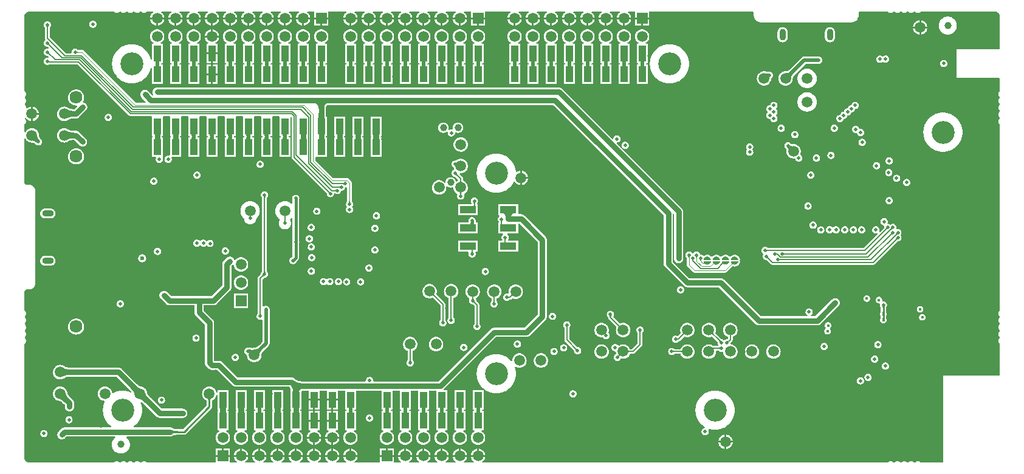
<source format=gbl>
G04*
G04 #@! TF.GenerationSoftware,Altium Limited,Altium Designer,22.10.1 (41)*
G04*
G04 Layer_Physical_Order=4*
G04 Layer_Color=16711680*
%FSLAX24Y24*%
%MOIN*%
G70*
G04*
G04 #@! TF.SameCoordinates,909E230D-C440-470E-9760-442CD84647A0*
G04*
G04*
G04 #@! TF.FilePolarity,Positive*
G04*
G01*
G75*
%ADD12C,0.0060*%
%ADD13C,0.0200*%
%ADD15C,0.0100*%
%ADD18C,0.0049*%
%ADD24C,0.0080*%
%ADD69R,0.0402X0.0862*%
%ADD75C,0.0394*%
%ADD155C,0.0197*%
%ADD211C,0.0079*%
%ADD215C,0.0157*%
%ADD228C,0.0300*%
%ADD231C,0.0150*%
%ADD244C,0.0591*%
%ADD245R,0.0591X0.0591*%
%ADD246O,0.0630X0.0354*%
%ADD247C,0.0390*%
%ADD248R,0.0591X0.0591*%
%ADD249C,0.0701*%
%ADD250O,0.0354X0.0630*%
%ADD251C,0.1260*%
%ADD252C,0.0260*%
%ADD253C,0.0236*%
%ADD254R,0.0874X0.0402*%
%ADD255C,0.0051*%
G36*
X5013Y24880D02*
X5018Y24872D01*
X5036Y24852D01*
X5056Y24834D01*
X5079Y24819D01*
X5104Y24806D01*
X5130Y24798D01*
X5157Y24792D01*
X5184Y24790D01*
X5211Y24792D01*
X5238Y24798D01*
X5264Y24806D01*
X5289Y24819D01*
X5311Y24834D01*
X5332Y24852D01*
X5343Y24864D01*
X5357Y24867D01*
X5385D01*
X5399Y24864D01*
X5410Y24852D01*
X5430Y24834D01*
X5453Y24819D01*
X5478Y24806D01*
X5504Y24798D01*
X5531Y24792D01*
X5558Y24790D01*
X5585Y24792D01*
X5612Y24798D01*
X5638Y24806D01*
X5663Y24819D01*
X5686Y24834D01*
X5706Y24852D01*
X5717Y24864D01*
X5731Y24867D01*
X5759D01*
X5773Y24864D01*
X5784Y24852D01*
X5804Y24834D01*
X5827Y24819D01*
X5852Y24806D01*
X5878Y24798D01*
X5905Y24792D01*
X5932Y24790D01*
X5959Y24792D01*
X5986Y24798D01*
X6012Y24806D01*
X6037Y24819D01*
X6060Y24834D01*
X6080Y24852D01*
X6091Y24864D01*
X6105Y24867D01*
X6133D01*
X6147Y24864D01*
X6158Y24852D01*
X6178Y24834D01*
X6201Y24819D01*
X6226Y24806D01*
X6252Y24798D01*
X6279Y24792D01*
X6306Y24790D01*
X6333Y24792D01*
X6360Y24798D01*
X6386Y24806D01*
X6411Y24819D01*
X6434Y24834D01*
X6454Y24852D01*
X6465Y24864D01*
X6479Y24867D01*
X6507D01*
X6521Y24864D01*
X6532Y24852D01*
X6552Y24834D01*
X6575Y24819D01*
X6600Y24806D01*
X6626Y24798D01*
X6653Y24792D01*
X6680Y24790D01*
X6707Y24792D01*
X6734Y24798D01*
X6760Y24806D01*
X6785Y24819D01*
X6808Y24834D01*
X6828Y24852D01*
X6846Y24872D01*
X6851Y24880D01*
X7167D01*
X7181Y24830D01*
X7180Y24829D01*
X7149Y24806D01*
X7120Y24780D01*
X7094Y24751D01*
X7071Y24720D01*
X7051Y24687D01*
X7034Y24651D01*
X7021Y24615D01*
X7012Y24577D01*
X7008Y24550D01*
X7400D01*
X7792D01*
X7788Y24577D01*
X7779Y24615D01*
X7766Y24651D01*
X7749Y24687D01*
X7729Y24720D01*
X7706Y24751D01*
X7680Y24780D01*
X7651Y24806D01*
X7620Y24829D01*
X7619Y24830D01*
X7633Y24880D01*
X8167D01*
X8181Y24830D01*
X8180Y24829D01*
X8149Y24806D01*
X8120Y24780D01*
X8094Y24751D01*
X8071Y24720D01*
X8051Y24687D01*
X8034Y24651D01*
X8021Y24615D01*
X8012Y24577D01*
X8008Y24550D01*
X8400D01*
X8792D01*
X8788Y24577D01*
X8779Y24615D01*
X8766Y24651D01*
X8749Y24687D01*
X8729Y24720D01*
X8706Y24751D01*
X8680Y24780D01*
X8651Y24806D01*
X8620Y24829D01*
X8619Y24830D01*
X8633Y24880D01*
X9167D01*
X9181Y24830D01*
X9180Y24829D01*
X9149Y24806D01*
X9120Y24780D01*
X9094Y24751D01*
X9071Y24720D01*
X9051Y24687D01*
X9034Y24651D01*
X9021Y24615D01*
X9012Y24577D01*
X9008Y24550D01*
X9400D01*
X9792D01*
X9788Y24577D01*
X9779Y24615D01*
X9766Y24651D01*
X9749Y24687D01*
X9729Y24720D01*
X9706Y24751D01*
X9680Y24780D01*
X9651Y24806D01*
X9620Y24829D01*
X9619Y24830D01*
X9633Y24880D01*
X10167D01*
X10181Y24830D01*
X10180Y24829D01*
X10149Y24806D01*
X10120Y24780D01*
X10094Y24751D01*
X10071Y24720D01*
X10051Y24687D01*
X10034Y24651D01*
X10021Y24615D01*
X10012Y24577D01*
X10008Y24550D01*
X10400D01*
X10792D01*
X10788Y24577D01*
X10779Y24615D01*
X10766Y24651D01*
X10749Y24687D01*
X10729Y24720D01*
X10706Y24751D01*
X10680Y24780D01*
X10651Y24806D01*
X10620Y24829D01*
X10619Y24830D01*
X10633Y24880D01*
X11167D01*
X11181Y24830D01*
X11180Y24829D01*
X11149Y24806D01*
X11120Y24780D01*
X11094Y24751D01*
X11071Y24720D01*
X11051Y24687D01*
X11034Y24651D01*
X11021Y24615D01*
X11012Y24577D01*
X11008Y24550D01*
X11400D01*
X11792D01*
X11788Y24577D01*
X11779Y24615D01*
X11766Y24651D01*
X11749Y24687D01*
X11729Y24720D01*
X11706Y24751D01*
X11680Y24780D01*
X11651Y24806D01*
X11620Y24829D01*
X11619Y24830D01*
X11633Y24880D01*
X12167D01*
X12181Y24830D01*
X12180Y24829D01*
X12149Y24806D01*
X12120Y24780D01*
X12094Y24751D01*
X12071Y24720D01*
X12051Y24687D01*
X12034Y24651D01*
X12021Y24615D01*
X12012Y24577D01*
X12008Y24550D01*
X12400D01*
X12792D01*
X12788Y24577D01*
X12779Y24615D01*
X12766Y24651D01*
X12749Y24687D01*
X12729Y24720D01*
X12706Y24751D01*
X12680Y24780D01*
X12651Y24806D01*
X12620Y24829D01*
X12619Y24830D01*
X12633Y24880D01*
X13167D01*
X13181Y24830D01*
X13180Y24829D01*
X13149Y24806D01*
X13120Y24780D01*
X13094Y24751D01*
X13071Y24720D01*
X13051Y24687D01*
X13034Y24651D01*
X13021Y24615D01*
X13012Y24577D01*
X13008Y24550D01*
X13400D01*
X13792D01*
X13788Y24577D01*
X13779Y24615D01*
X13766Y24651D01*
X13749Y24687D01*
X13729Y24720D01*
X13706Y24751D01*
X13680Y24780D01*
X13651Y24806D01*
X13620Y24829D01*
X13619Y24830D01*
X13633Y24880D01*
X14167D01*
X14181Y24830D01*
X14180Y24829D01*
X14149Y24806D01*
X14120Y24780D01*
X14094Y24751D01*
X14071Y24720D01*
X14051Y24687D01*
X14034Y24651D01*
X14021Y24615D01*
X14012Y24577D01*
X14008Y24550D01*
X14400D01*
X14792D01*
X14788Y24577D01*
X14779Y24615D01*
X14766Y24651D01*
X14749Y24687D01*
X14729Y24720D01*
X14706Y24751D01*
X14680Y24780D01*
X14651Y24806D01*
X14620Y24829D01*
X14619Y24830D01*
X14633Y24880D01*
X15167D01*
X15181Y24830D01*
X15180Y24829D01*
X15149Y24806D01*
X15120Y24780D01*
X15094Y24751D01*
X15071Y24720D01*
X15051Y24687D01*
X15034Y24651D01*
X15021Y24615D01*
X15012Y24577D01*
X15008Y24550D01*
X15400D01*
X15792D01*
X15788Y24577D01*
X15779Y24615D01*
X15766Y24651D01*
X15749Y24687D01*
X15729Y24720D01*
X15706Y24751D01*
X15680Y24780D01*
X15651Y24806D01*
X15620Y24829D01*
X15619Y24830D01*
X15633Y24880D01*
X16005D01*
Y24550D01*
X16400D01*
X16795D01*
Y24880D01*
X17767D01*
X17781Y24830D01*
X17780Y24829D01*
X17749Y24806D01*
X17720Y24780D01*
X17694Y24751D01*
X17671Y24720D01*
X17651Y24687D01*
X17634Y24651D01*
X17621Y24615D01*
X17612Y24577D01*
X17608Y24550D01*
X18000D01*
X18392D01*
X18388Y24577D01*
X18379Y24615D01*
X18366Y24651D01*
X18349Y24687D01*
X18329Y24720D01*
X18306Y24751D01*
X18280Y24780D01*
X18251Y24806D01*
X18220Y24829D01*
X18219Y24830D01*
X18233Y24880D01*
X18767D01*
X18781Y24830D01*
X18780Y24829D01*
X18749Y24806D01*
X18720Y24780D01*
X18694Y24751D01*
X18671Y24720D01*
X18651Y24687D01*
X18634Y24651D01*
X18621Y24615D01*
X18612Y24577D01*
X18608Y24550D01*
X19000D01*
X19392D01*
X19388Y24577D01*
X19379Y24615D01*
X19366Y24651D01*
X19349Y24687D01*
X19329Y24720D01*
X19306Y24751D01*
X19280Y24780D01*
X19251Y24806D01*
X19220Y24829D01*
X19219Y24830D01*
X19233Y24880D01*
X19767D01*
X19781Y24830D01*
X19780Y24829D01*
X19749Y24806D01*
X19720Y24780D01*
X19694Y24751D01*
X19671Y24720D01*
X19651Y24687D01*
X19634Y24651D01*
X19621Y24615D01*
X19612Y24577D01*
X19608Y24550D01*
X20000D01*
X20392D01*
X20388Y24577D01*
X20379Y24615D01*
X20366Y24651D01*
X20349Y24687D01*
X20329Y24720D01*
X20306Y24751D01*
X20280Y24780D01*
X20251Y24806D01*
X20220Y24829D01*
X20219Y24830D01*
X20233Y24880D01*
X20767D01*
X20781Y24830D01*
X20780Y24829D01*
X20749Y24806D01*
X20720Y24780D01*
X20694Y24751D01*
X20671Y24720D01*
X20651Y24687D01*
X20634Y24651D01*
X20621Y24615D01*
X20612Y24577D01*
X20608Y24550D01*
X21000D01*
X21392D01*
X21388Y24577D01*
X21379Y24615D01*
X21366Y24651D01*
X21349Y24687D01*
X21329Y24720D01*
X21306Y24751D01*
X21280Y24780D01*
X21251Y24806D01*
X21220Y24829D01*
X21219Y24830D01*
X21233Y24880D01*
X21767D01*
X21781Y24830D01*
X21780Y24829D01*
X21749Y24806D01*
X21720Y24780D01*
X21694Y24751D01*
X21671Y24720D01*
X21651Y24687D01*
X21634Y24651D01*
X21621Y24615D01*
X21612Y24577D01*
X21608Y24550D01*
X22000D01*
X22392D01*
X22388Y24577D01*
X22379Y24615D01*
X22366Y24651D01*
X22349Y24687D01*
X22329Y24720D01*
X22306Y24751D01*
X22280Y24780D01*
X22251Y24806D01*
X22220Y24829D01*
X22219Y24830D01*
X22233Y24880D01*
X22767D01*
X22781Y24830D01*
X22780Y24829D01*
X22749Y24806D01*
X22720Y24780D01*
X22694Y24751D01*
X22671Y24720D01*
X22651Y24687D01*
X22634Y24651D01*
X22621Y24615D01*
X22612Y24577D01*
X22608Y24550D01*
X23000D01*
X23392D01*
X23388Y24577D01*
X23379Y24615D01*
X23366Y24651D01*
X23349Y24687D01*
X23329Y24720D01*
X23306Y24751D01*
X23280Y24780D01*
X23251Y24806D01*
X23220Y24829D01*
X23219Y24830D01*
X23233Y24880D01*
X23767D01*
X23781Y24830D01*
X23780Y24829D01*
X23749Y24806D01*
X23720Y24780D01*
X23694Y24751D01*
X23671Y24720D01*
X23651Y24687D01*
X23634Y24651D01*
X23621Y24615D01*
X23612Y24577D01*
X23608Y24550D01*
X24000D01*
X24392D01*
X24388Y24577D01*
X24379Y24615D01*
X24366Y24651D01*
X24349Y24687D01*
X24329Y24720D01*
X24306Y24751D01*
X24280Y24780D01*
X24251Y24806D01*
X24220Y24829D01*
X24219Y24830D01*
X24233Y24880D01*
X24605D01*
Y24550D01*
X25000D01*
X25395D01*
Y24880D01*
X26767D01*
X26781Y24830D01*
X26780Y24829D01*
X26749Y24806D01*
X26720Y24780D01*
X26694Y24751D01*
X26671Y24720D01*
X26651Y24687D01*
X26634Y24651D01*
X26621Y24615D01*
X26612Y24577D01*
X26608Y24550D01*
X27000D01*
X27392D01*
X27388Y24577D01*
X27379Y24615D01*
X27366Y24651D01*
X27349Y24687D01*
X27329Y24720D01*
X27306Y24751D01*
X27280Y24780D01*
X27251Y24806D01*
X27220Y24829D01*
X27219Y24830D01*
X27233Y24880D01*
X27767D01*
X27781Y24830D01*
X27780Y24829D01*
X27749Y24806D01*
X27720Y24780D01*
X27694Y24751D01*
X27671Y24720D01*
X27651Y24687D01*
X27634Y24651D01*
X27621Y24615D01*
X27612Y24577D01*
X27608Y24550D01*
X28000D01*
X28392D01*
X28388Y24577D01*
X28379Y24615D01*
X28366Y24651D01*
X28349Y24687D01*
X28329Y24720D01*
X28306Y24751D01*
X28280Y24780D01*
X28251Y24806D01*
X28220Y24829D01*
X28219Y24830D01*
X28233Y24880D01*
X28767D01*
X28781Y24830D01*
X28780Y24829D01*
X28749Y24806D01*
X28720Y24780D01*
X28694Y24751D01*
X28671Y24720D01*
X28651Y24687D01*
X28634Y24651D01*
X28621Y24615D01*
X28612Y24577D01*
X28608Y24550D01*
X29000D01*
X29392D01*
X29388Y24577D01*
X29379Y24615D01*
X29366Y24651D01*
X29349Y24687D01*
X29329Y24720D01*
X29306Y24751D01*
X29280Y24780D01*
X29251Y24806D01*
X29220Y24829D01*
X29219Y24830D01*
X29233Y24880D01*
X29767D01*
X29781Y24830D01*
X29780Y24829D01*
X29749Y24806D01*
X29720Y24780D01*
X29694Y24751D01*
X29671Y24720D01*
X29651Y24687D01*
X29634Y24651D01*
X29621Y24615D01*
X29612Y24577D01*
X29608Y24550D01*
X30000D01*
X30392D01*
X30388Y24577D01*
X30379Y24615D01*
X30366Y24651D01*
X30349Y24687D01*
X30329Y24720D01*
X30306Y24751D01*
X30280Y24780D01*
X30251Y24806D01*
X30220Y24829D01*
X30219Y24830D01*
X30233Y24880D01*
X30767D01*
X30781Y24830D01*
X30780Y24829D01*
X30749Y24806D01*
X30720Y24780D01*
X30694Y24751D01*
X30671Y24720D01*
X30651Y24687D01*
X30634Y24651D01*
X30621Y24615D01*
X30612Y24577D01*
X30608Y24550D01*
X31000D01*
X31392D01*
X31388Y24577D01*
X31379Y24615D01*
X31366Y24651D01*
X31349Y24687D01*
X31329Y24720D01*
X31306Y24751D01*
X31280Y24780D01*
X31251Y24806D01*
X31220Y24829D01*
X31219Y24830D01*
X31233Y24880D01*
X31767D01*
X31781Y24830D01*
X31780Y24829D01*
X31749Y24806D01*
X31720Y24780D01*
X31694Y24751D01*
X31671Y24720D01*
X31651Y24687D01*
X31634Y24651D01*
X31621Y24615D01*
X31612Y24577D01*
X31608Y24550D01*
X32000D01*
X32392D01*
X32388Y24577D01*
X32379Y24615D01*
X32366Y24651D01*
X32349Y24687D01*
X32329Y24720D01*
X32306Y24751D01*
X32280Y24780D01*
X32251Y24806D01*
X32220Y24829D01*
X32219Y24830D01*
X32233Y24880D01*
X32767D01*
X32781Y24830D01*
X32780Y24829D01*
X32749Y24806D01*
X32720Y24780D01*
X32694Y24751D01*
X32671Y24720D01*
X32651Y24687D01*
X32634Y24651D01*
X32621Y24615D01*
X32612Y24577D01*
X32608Y24550D01*
X33000D01*
X33392D01*
X33388Y24577D01*
X33379Y24615D01*
X33366Y24651D01*
X33349Y24687D01*
X33329Y24720D01*
X33306Y24751D01*
X33280Y24780D01*
X33251Y24806D01*
X33220Y24829D01*
X33219Y24830D01*
X33233Y24880D01*
X33605D01*
Y24550D01*
X34000D01*
X34395D01*
Y24880D01*
X39999Y24880D01*
X40025Y24880D01*
X40073Y24860D01*
X40109Y24823D01*
X40129Y24776D01*
X40129Y24650D01*
X40130Y24644D01*
X40130Y24638D01*
X40134Y24589D01*
X40140Y24573D01*
X40143Y24555D01*
X40180Y24465D01*
X40206Y24426D01*
X40275Y24357D01*
X40314Y24331D01*
X40405Y24294D01*
X40422Y24290D01*
X40439Y24285D01*
X40488Y24280D01*
X40494Y24281D01*
X40499Y24280D01*
X45508D01*
X45513Y24281D01*
X45519Y24280D01*
X45568Y24285D01*
X45585Y24290D01*
X45602Y24294D01*
X45693Y24331D01*
X45732Y24357D01*
X45801Y24426D01*
X45827Y24465D01*
X45864Y24555D01*
X45867Y24572D01*
X45873Y24589D01*
X45877Y24638D01*
X45877Y24644D01*
X45878Y24650D01*
X45878Y24776D01*
X45898Y24823D01*
X45934Y24860D01*
X45982Y24880D01*
X46008Y24880D01*
X47462Y24880D01*
X47467Y24872D01*
X47485Y24852D01*
X47505Y24834D01*
X47528Y24819D01*
X47553Y24806D01*
X47578Y24798D01*
X47605Y24792D01*
X47633Y24790D01*
X47660Y24792D01*
X47687Y24798D01*
X47713Y24806D01*
X47737Y24819D01*
X47760Y24834D01*
X47781Y24852D01*
X47792Y24864D01*
X47805Y24867D01*
X47834D01*
X47848Y24864D01*
X47859Y24852D01*
X47879Y24834D01*
X47902Y24819D01*
X47927Y24806D01*
X47953Y24798D01*
X47979Y24792D01*
X48007Y24790D01*
X48034Y24792D01*
X48061Y24798D01*
X48087Y24806D01*
X48111Y24819D01*
X48134Y24834D01*
X48155Y24852D01*
X48166Y24864D01*
X48179Y24867D01*
X48208D01*
X48222Y24864D01*
X48233Y24852D01*
X48253Y24834D01*
X48276Y24819D01*
X48301Y24806D01*
X48327Y24798D01*
X48353Y24792D01*
X48381Y24790D01*
X48408Y24792D01*
X48435Y24798D01*
X48461Y24806D01*
X48485Y24819D01*
X48508Y24834D01*
X48529Y24852D01*
X48540Y24864D01*
X48553Y24867D01*
X48582D01*
X48596Y24864D01*
X48607Y24852D01*
X48627Y24834D01*
X48650Y24819D01*
X48675Y24806D01*
X48701Y24798D01*
X48727Y24792D01*
X48755Y24790D01*
X48782Y24792D01*
X48809Y24798D01*
X48835Y24806D01*
X48860Y24819D01*
X48882Y24834D01*
X48903Y24852D01*
X48914Y24864D01*
X48928Y24867D01*
X48956D01*
X48970Y24864D01*
X48981Y24852D01*
X49001Y24834D01*
X49024Y24819D01*
X49049Y24806D01*
X49075Y24798D01*
X49101Y24792D01*
X49129Y24790D01*
X49156Y24792D01*
X49183Y24798D01*
X49209Y24806D01*
X49234Y24819D01*
X49256Y24834D01*
X49277Y24852D01*
X49295Y24872D01*
X49300Y24880D01*
X53350Y24880D01*
X53378D01*
X53432Y24869D01*
X53482Y24848D01*
X53528Y24817D01*
X53567Y24778D01*
X53598Y24732D01*
X53619Y24682D01*
X53630Y24628D01*
X53630Y22838D01*
X53612Y22795D01*
X53580Y22795D01*
X51250Y22795D01*
Y22795D01*
X51250D01*
Y21220D01*
X53580Y21220D01*
X53630Y21178D01*
Y20522D01*
X53622Y20517D01*
X53602Y20499D01*
X53584Y20479D01*
X53569Y20456D01*
X53556Y20431D01*
X53548Y20405D01*
X53542Y20378D01*
X53541Y20351D01*
X53542Y20324D01*
X53548Y20297D01*
X53556Y20271D01*
X53569Y20246D01*
X53584Y20224D01*
X53602Y20203D01*
X53614Y20192D01*
X53617Y20178D01*
Y20150D01*
X53614Y20136D01*
X53602Y20125D01*
X53584Y20105D01*
X53569Y20082D01*
X53556Y20057D01*
X53548Y20031D01*
X53542Y20004D01*
X53541Y19977D01*
X53542Y19950D01*
X53548Y19923D01*
X53556Y19897D01*
X53569Y19872D01*
X53584Y19850D01*
X53602Y19829D01*
X53614Y19818D01*
X53617Y19804D01*
Y19776D01*
X53614Y19762D01*
X53602Y19751D01*
X53584Y19731D01*
X53569Y19708D01*
X53556Y19683D01*
X53548Y19657D01*
X53542Y19630D01*
X53541Y19603D01*
X53542Y19576D01*
X53548Y19549D01*
X53556Y19523D01*
X53569Y19498D01*
X53584Y19476D01*
X53602Y19455D01*
X53614Y19444D01*
X53617Y19430D01*
Y19402D01*
X53614Y19388D01*
X53602Y19377D01*
X53584Y19357D01*
X53569Y19334D01*
X53556Y19309D01*
X53548Y19283D01*
X53542Y19256D01*
X53541Y19229D01*
X53542Y19202D01*
X53548Y19175D01*
X53556Y19149D01*
X53569Y19124D01*
X53584Y19102D01*
X53602Y19081D01*
X53614Y19070D01*
X53617Y19056D01*
Y19028D01*
X53614Y19014D01*
X53602Y19003D01*
X53584Y18983D01*
X53569Y18960D01*
X53556Y18935D01*
X53548Y18909D01*
X53542Y18882D01*
X53541Y18855D01*
X53542Y18828D01*
X53548Y18801D01*
X53556Y18775D01*
X53569Y18750D01*
X53584Y18728D01*
X53602Y18707D01*
X53622Y18689D01*
X53630Y18684D01*
X53630Y8482D01*
X53622Y8477D01*
X53602Y8459D01*
X53584Y8438D01*
X53569Y8415D01*
X53556Y8391D01*
X53548Y8365D01*
X53542Y8338D01*
X53541Y8311D01*
X53542Y8283D01*
X53548Y8256D01*
X53556Y8230D01*
X53569Y8206D01*
X53584Y8183D01*
X53602Y8162D01*
X53614Y8152D01*
X53617Y8138D01*
Y8109D01*
X53614Y8096D01*
X53602Y8085D01*
X53584Y8064D01*
X53569Y8041D01*
X53556Y8017D01*
X53548Y7991D01*
X53542Y7964D01*
X53541Y7937D01*
X53542Y7909D01*
X53548Y7882D01*
X53556Y7856D01*
X53569Y7832D01*
X53584Y7809D01*
X53602Y7788D01*
X53614Y7778D01*
X53617Y7764D01*
Y7735D01*
X53614Y7722D01*
X53602Y7711D01*
X53584Y7690D01*
X53569Y7667D01*
X53556Y7643D01*
X53548Y7617D01*
X53542Y7590D01*
X53541Y7563D01*
X53542Y7535D01*
X53548Y7508D01*
X53556Y7482D01*
X53569Y7458D01*
X53584Y7435D01*
X53602Y7414D01*
X53614Y7404D01*
X53617Y7390D01*
Y7361D01*
X53614Y7348D01*
X53602Y7337D01*
X53584Y7316D01*
X53569Y7293D01*
X53556Y7269D01*
X53548Y7243D01*
X53542Y7216D01*
X53541Y7189D01*
X53542Y7161D01*
X53548Y7134D01*
X53556Y7108D01*
X53569Y7084D01*
X53584Y7061D01*
X53602Y7040D01*
X53614Y7030D01*
X53617Y7016D01*
Y6987D01*
X53614Y6974D01*
X53602Y6963D01*
X53584Y6942D01*
X53569Y6919D01*
X53556Y6895D01*
X53548Y6869D01*
X53542Y6842D01*
X53541Y6814D01*
X53542Y6787D01*
X53548Y6760D01*
X53556Y6734D01*
X53569Y6710D01*
X53584Y6687D01*
X53602Y6666D01*
X53622Y6648D01*
X53630Y6644D01*
X53630Y4916D01*
X50499D01*
X50499Y120D01*
X49300D01*
X49295Y128D01*
X49277Y148D01*
X49256Y166D01*
X49234Y181D01*
X49209Y194D01*
X49183Y202D01*
X49156Y208D01*
X49129Y210D01*
X49101Y208D01*
X49075Y202D01*
X49049Y194D01*
X49024Y181D01*
X49001Y166D01*
X48981Y148D01*
X48970Y136D01*
X48956Y133D01*
X48927D01*
X48914Y136D01*
X48903Y148D01*
X48882Y166D01*
X48860Y181D01*
X48835Y194D01*
X48809Y202D01*
X48782Y208D01*
X48755Y210D01*
X48727Y208D01*
X48701Y202D01*
X48675Y194D01*
X48650Y181D01*
X48627Y166D01*
X48607Y148D01*
X48596Y136D01*
X48582Y133D01*
X48553D01*
X48540Y136D01*
X48529Y148D01*
X48508Y166D01*
X48485Y181D01*
X48461Y194D01*
X48435Y202D01*
X48408Y208D01*
X48381Y210D01*
X48353Y208D01*
X48327Y202D01*
X48301Y194D01*
X48276Y181D01*
X48253Y166D01*
X48233Y148D01*
X48222Y136D01*
X48208Y133D01*
X48179D01*
X48166Y136D01*
X48155Y148D01*
X48134Y166D01*
X48111Y181D01*
X48087Y194D01*
X48061Y202D01*
X48034Y208D01*
X48007Y210D01*
X47979Y208D01*
X47953Y202D01*
X47927Y194D01*
X47902Y181D01*
X47879Y166D01*
X47859Y148D01*
X47848Y136D01*
X47834Y133D01*
X47805D01*
X47792Y136D01*
X47781Y148D01*
X47760Y166D01*
X47737Y181D01*
X47713Y194D01*
X47687Y202D01*
X47660Y208D01*
X47633Y210D01*
X47605Y208D01*
X47578Y202D01*
X47553Y194D01*
X47528Y181D01*
X47505Y166D01*
X47485Y148D01*
X47467Y128D01*
X47462Y120D01*
X32322D01*
X25233Y120D01*
X25219Y170D01*
X25220Y171D01*
X25251Y194D01*
X25280Y220D01*
X25306Y249D01*
X25329Y280D01*
X25349Y313D01*
X25366Y349D01*
X25379Y385D01*
X25388Y423D01*
X25392Y450D01*
X24608D01*
X24612Y423D01*
X24621Y385D01*
X24634Y349D01*
X24651Y313D01*
X24671Y280D01*
X24694Y249D01*
X24720Y220D01*
X24749Y194D01*
X24780Y171D01*
X24781Y170D01*
X24767Y120D01*
X24233D01*
X24219Y170D01*
X24220Y171D01*
X24251Y194D01*
X24280Y220D01*
X24306Y249D01*
X24329Y280D01*
X24349Y313D01*
X24366Y349D01*
X24379Y385D01*
X24388Y423D01*
X24392Y450D01*
X23608D01*
X23612Y423D01*
X23621Y385D01*
X23634Y349D01*
X23651Y313D01*
X23671Y280D01*
X23694Y249D01*
X23720Y220D01*
X23749Y194D01*
X23780Y171D01*
X23781Y170D01*
X23767Y120D01*
X23233D01*
X23219Y170D01*
X23220Y171D01*
X23251Y194D01*
X23280Y220D01*
X23306Y249D01*
X23329Y280D01*
X23349Y313D01*
X23366Y349D01*
X23379Y385D01*
X23388Y423D01*
X23392Y450D01*
X22608D01*
X22612Y423D01*
X22621Y385D01*
X22634Y349D01*
X22651Y313D01*
X22671Y280D01*
X22694Y249D01*
X22720Y220D01*
X22749Y194D01*
X22780Y171D01*
X22781Y170D01*
X22767Y120D01*
X22233D01*
X22219Y170D01*
X22220Y171D01*
X22251Y194D01*
X22280Y220D01*
X22306Y249D01*
X22329Y280D01*
X22349Y313D01*
X22366Y349D01*
X22379Y385D01*
X22388Y423D01*
X22392Y450D01*
X21608D01*
X21612Y423D01*
X21621Y385D01*
X21634Y349D01*
X21651Y313D01*
X21671Y280D01*
X21694Y249D01*
X21720Y220D01*
X21749Y194D01*
X21780Y171D01*
X21781Y170D01*
X21767Y120D01*
X21233D01*
X21219Y170D01*
X21220Y171D01*
X21251Y194D01*
X21280Y220D01*
X21306Y249D01*
X21329Y280D01*
X21349Y313D01*
X21366Y349D01*
X21379Y385D01*
X21388Y423D01*
X21392Y450D01*
X20608D01*
X20612Y423D01*
X20621Y385D01*
X20634Y349D01*
X20651Y313D01*
X20671Y280D01*
X20694Y249D01*
X20720Y220D01*
X20749Y194D01*
X20780Y171D01*
X20781Y170D01*
X20767Y120D01*
X20395D01*
Y450D01*
X19605D01*
Y120D01*
X18233D01*
X18219Y170D01*
X18220Y171D01*
X18251Y194D01*
X18280Y220D01*
X18306Y249D01*
X18329Y280D01*
X18349Y313D01*
X18366Y349D01*
X18379Y385D01*
X18388Y423D01*
X18392Y450D01*
X17608D01*
X17612Y423D01*
X17621Y385D01*
X17634Y349D01*
X17651Y313D01*
X17671Y280D01*
X17694Y249D01*
X17720Y220D01*
X17749Y194D01*
X17780Y171D01*
X17781Y170D01*
X17767Y120D01*
X17233D01*
X17219Y170D01*
X17220Y171D01*
X17251Y194D01*
X17280Y220D01*
X17306Y249D01*
X17329Y280D01*
X17349Y313D01*
X17366Y349D01*
X17379Y385D01*
X17388Y423D01*
X17392Y450D01*
X16608D01*
X16612Y423D01*
X16621Y385D01*
X16634Y349D01*
X16651Y313D01*
X16671Y280D01*
X16694Y249D01*
X16720Y220D01*
X16749Y194D01*
X16780Y171D01*
X16781Y170D01*
X16767Y120D01*
X16233D01*
X16219Y170D01*
X16220Y171D01*
X16251Y194D01*
X16280Y220D01*
X16306Y249D01*
X16329Y280D01*
X16349Y313D01*
X16366Y349D01*
X16379Y385D01*
X16388Y423D01*
X16392Y450D01*
X15608D01*
X15612Y423D01*
X15621Y385D01*
X15634Y349D01*
X15651Y313D01*
X15671Y280D01*
X15694Y249D01*
X15720Y220D01*
X15749Y194D01*
X15780Y171D01*
X15781Y170D01*
X15767Y120D01*
X15233D01*
X15219Y170D01*
X15220Y171D01*
X15251Y194D01*
X15280Y220D01*
X15306Y249D01*
X15329Y280D01*
X15349Y313D01*
X15366Y349D01*
X15379Y385D01*
X15388Y423D01*
X15392Y450D01*
X14608D01*
X14612Y423D01*
X14621Y385D01*
X14634Y349D01*
X14651Y313D01*
X14671Y280D01*
X14694Y249D01*
X14720Y220D01*
X14749Y194D01*
X14780Y171D01*
X14781Y170D01*
X14767Y120D01*
X14233D01*
X14219Y170D01*
X14220Y171D01*
X14251Y194D01*
X14280Y220D01*
X14306Y249D01*
X14329Y280D01*
X14349Y313D01*
X14366Y349D01*
X14379Y385D01*
X14388Y423D01*
X14392Y450D01*
X13608D01*
X13612Y423D01*
X13621Y385D01*
X13634Y349D01*
X13651Y313D01*
X13671Y280D01*
X13694Y249D01*
X13720Y220D01*
X13749Y194D01*
X13780Y171D01*
X13781Y170D01*
X13767Y120D01*
X13233D01*
X13219Y170D01*
X13220Y171D01*
X13251Y194D01*
X13280Y220D01*
X13306Y249D01*
X13329Y280D01*
X13349Y313D01*
X13366Y349D01*
X13379Y385D01*
X13388Y423D01*
X13392Y450D01*
X12608D01*
X12612Y423D01*
X12621Y385D01*
X12634Y349D01*
X12651Y313D01*
X12671Y280D01*
X12694Y249D01*
X12720Y220D01*
X12749Y194D01*
X12780Y171D01*
X12781Y170D01*
X12767Y120D01*
X12233Y120D01*
X12219Y170D01*
X12220Y171D01*
X12251Y194D01*
X12280Y220D01*
X12306Y249D01*
X12329Y280D01*
X12349Y313D01*
X12366Y349D01*
X12379Y385D01*
X12388Y423D01*
X12392Y450D01*
X11608D01*
X11612Y423D01*
X11621Y385D01*
X11634Y349D01*
X11651Y313D01*
X11671Y280D01*
X11694Y249D01*
X11720Y220D01*
X11749Y194D01*
X11780Y171D01*
X11781Y170D01*
X11767Y120D01*
X11395D01*
Y450D01*
X10605D01*
Y120D01*
X6851D01*
X6846Y128D01*
X6828Y148D01*
X6808Y166D01*
X6785Y181D01*
X6760Y194D01*
X6734Y202D01*
X6707Y208D01*
X6680Y210D01*
X6653Y208D01*
X6626Y202D01*
X6600Y194D01*
X6575Y181D01*
X6552Y166D01*
X6532Y148D01*
X6521Y136D01*
X6507Y133D01*
X6479D01*
X6465Y136D01*
X6454Y148D01*
X6434Y166D01*
X6411Y181D01*
X6386Y194D01*
X6360Y202D01*
X6333Y208D01*
X6306Y210D01*
X6279Y208D01*
X6252Y202D01*
X6226Y194D01*
X6201Y181D01*
X6178Y166D01*
X6158Y148D01*
X6147Y136D01*
X6133Y133D01*
X6105D01*
X6091Y136D01*
X6080Y148D01*
X6060Y166D01*
X6037Y181D01*
X6012Y194D01*
X5986Y202D01*
X5959Y208D01*
X5932Y210D01*
X5905Y208D01*
X5878Y202D01*
X5852Y194D01*
X5827Y181D01*
X5804Y166D01*
X5784Y148D01*
X5773Y136D01*
X5759Y133D01*
X5731D01*
X5717Y136D01*
X5706Y148D01*
X5686Y166D01*
X5663Y181D01*
X5638Y194D01*
X5612Y202D01*
X5585Y208D01*
X5558Y210D01*
X5531Y208D01*
X5504Y202D01*
X5478Y194D01*
X5453Y181D01*
X5430Y166D01*
X5410Y148D01*
X5399Y136D01*
X5385Y133D01*
X5357D01*
X5343Y136D01*
X5332Y148D01*
X5311Y166D01*
X5289Y181D01*
X5264Y194D01*
X5238Y202D01*
X5211Y208D01*
X5184Y210D01*
X5157Y208D01*
X5130Y202D01*
X5104Y194D01*
X5079Y181D01*
X5056Y166D01*
X5036Y148D01*
X5018Y128D01*
X5013Y120D01*
X400Y120D01*
X372D01*
X318Y131D01*
X268Y152D01*
X222Y183D01*
X183Y222D01*
X152Y268D01*
X131Y318D01*
X120Y372D01*
Y400D01*
Y6644D01*
X128Y6648D01*
X148Y6667D01*
X166Y6687D01*
X181Y6710D01*
X194Y6734D01*
X202Y6760D01*
X208Y6787D01*
X210Y6815D01*
X208Y6842D01*
X202Y6869D01*
X194Y6895D01*
X181Y6919D01*
X166Y6942D01*
X148Y6963D01*
X136Y6974D01*
X133Y6987D01*
Y7016D01*
X136Y7030D01*
X148Y7041D01*
X166Y7061D01*
X181Y7084D01*
X194Y7109D01*
X202Y7134D01*
X208Y7161D01*
X210Y7189D01*
X208Y7216D01*
X202Y7243D01*
X194Y7269D01*
X181Y7293D01*
X166Y7316D01*
X148Y7337D01*
X136Y7348D01*
X133Y7361D01*
Y7390D01*
X136Y7404D01*
X148Y7415D01*
X166Y7435D01*
X181Y7458D01*
X194Y7483D01*
X202Y7508D01*
X208Y7535D01*
X210Y7563D01*
X208Y7590D01*
X202Y7617D01*
X194Y7643D01*
X181Y7667D01*
X166Y7690D01*
X148Y7711D01*
X136Y7722D01*
X133Y7735D01*
Y7764D01*
X136Y7778D01*
X148Y7789D01*
X166Y7809D01*
X181Y7832D01*
X194Y7857D01*
X202Y7882D01*
X208Y7909D01*
X210Y7937D01*
X208Y7964D01*
X202Y7991D01*
X194Y8017D01*
X181Y8041D01*
X166Y8064D01*
X148Y8085D01*
X136Y8096D01*
X133Y8109D01*
Y8138D01*
X136Y8152D01*
X148Y8163D01*
X166Y8183D01*
X181Y8206D01*
X194Y8231D01*
X202Y8257D01*
X208Y8283D01*
X210Y8311D01*
X208Y8338D01*
X202Y8365D01*
X194Y8391D01*
X181Y8415D01*
X166Y8438D01*
X148Y8459D01*
X128Y8477D01*
X120Y8482D01*
Y9522D01*
X140Y9569D01*
X177Y9606D01*
X224Y9626D01*
X350Y9626D01*
X356Y9627D01*
X362Y9626D01*
X411Y9631D01*
X428Y9636D01*
X445Y9640D01*
X535Y9677D01*
X574Y9703D01*
X643Y9772D01*
X669Y9811D01*
X706Y9901D01*
X710Y9918D01*
X715Y9935D01*
X720Y9984D01*
X719Y9990D01*
X720Y9996D01*
Y15004D01*
X719Y15010D01*
X720Y15016D01*
X715Y15065D01*
X710Y15082D01*
X706Y15099D01*
X669Y15189D01*
X643Y15228D01*
X574Y15297D01*
X535Y15323D01*
X445Y15360D01*
X428Y15364D01*
X411Y15369D01*
X362Y15374D01*
X356Y15373D01*
X350Y15374D01*
X224Y15374D01*
X177Y15394D01*
X140Y15431D01*
X120Y15478D01*
X120Y15504D01*
Y17905D01*
X170Y17916D01*
X181Y17893D01*
X201Y17860D01*
X224Y17829D01*
X250Y17800D01*
X279Y17774D01*
X310Y17751D01*
X343Y17731D01*
X379Y17714D01*
X415Y17701D01*
X453Y17692D01*
X491Y17686D01*
X530Y17684D01*
X540Y17685D01*
X542Y17684D01*
X564Y17684D01*
X581Y17683D01*
X598Y17679D01*
X616Y17674D01*
X633Y17667D01*
X651Y17659D01*
X669Y17648D01*
X688Y17634D01*
X707Y17619D01*
X728Y17598D01*
X728Y17598D01*
X748Y17578D01*
X768Y17561D01*
X790Y17546D01*
X813Y17535D01*
X838Y17526D01*
X864Y17521D01*
X890Y17520D01*
X916Y17521D01*
X942Y17526D01*
X967Y17535D01*
X990Y17546D01*
X1012Y17561D01*
X1032Y17578D01*
X1049Y17598D01*
X1064Y17620D01*
X1075Y17643D01*
X1084Y17668D01*
X1089Y17694D01*
X1090Y17720D01*
X1089Y17746D01*
X1084Y17772D01*
X1075Y17797D01*
X1064Y17820D01*
X1049Y17842D01*
X1032Y17862D01*
X1012Y17882D01*
X1012Y17882D01*
X991Y17903D01*
X976Y17922D01*
X962Y17941D01*
X951Y17959D01*
X943Y17977D01*
X936Y17994D01*
X931Y18012D01*
X927Y18029D01*
X926Y18046D01*
X926Y18068D01*
X925Y18070D01*
X926Y18080D01*
X924Y18119D01*
X918Y18157D01*
X909Y18195D01*
X896Y18231D01*
X879Y18267D01*
X859Y18300D01*
X836Y18331D01*
X810Y18360D01*
X781Y18386D01*
X750Y18409D01*
X717Y18429D01*
X681Y18446D01*
X645Y18459D01*
X607Y18468D01*
X569Y18474D01*
X530Y18476D01*
X491Y18474D01*
X453Y18468D01*
X415Y18459D01*
X379Y18446D01*
X343Y18429D01*
X310Y18409D01*
X279Y18386D01*
X250Y18360D01*
X224Y18331D01*
X201Y18300D01*
X181Y18267D01*
X170Y18244D01*
X120Y18255D01*
Y18684D01*
X128Y18689D01*
X148Y18707D01*
X166Y18727D01*
X181Y18750D01*
X194Y18775D01*
X202Y18801D01*
X208Y18828D01*
X210Y18855D01*
X208Y18882D01*
X202Y18909D01*
X194Y18935D01*
X181Y18960D01*
X166Y18982D01*
X156Y18994D01*
X164Y19026D01*
X203Y19025D01*
X214Y19010D01*
X240Y18981D01*
X269Y18955D01*
X300Y18932D01*
X333Y18912D01*
X369Y18895D01*
X405Y18882D01*
X443Y18873D01*
X470Y18869D01*
Y19261D01*
Y19653D01*
X443Y19649D01*
X405Y19640D01*
X369Y19627D01*
X333Y19610D01*
X300Y19590D01*
X269Y19567D01*
X254Y19554D01*
X215Y19572D01*
X208Y19579D01*
X210Y19603D01*
X208Y19630D01*
X202Y19657D01*
X194Y19683D01*
X181Y19708D01*
X166Y19731D01*
X148Y19751D01*
X136Y19762D01*
X133Y19776D01*
Y19804D01*
X136Y19818D01*
X148Y19829D01*
X166Y19849D01*
X181Y19872D01*
X194Y19897D01*
X202Y19923D01*
X208Y19950D01*
X210Y19977D01*
X208Y20004D01*
X202Y20031D01*
X194Y20057D01*
X181Y20082D01*
X166Y20105D01*
X148Y20125D01*
X136Y20136D01*
X133Y20150D01*
Y20178D01*
X136Y20192D01*
X148Y20203D01*
X166Y20223D01*
X181Y20246D01*
X194Y20271D01*
X202Y20297D01*
X208Y20324D01*
X210Y20351D01*
X208Y20378D01*
X202Y20405D01*
X194Y20431D01*
X181Y20456D01*
X166Y20479D01*
X148Y20499D01*
X128Y20517D01*
X120Y20522D01*
Y24600D01*
Y24628D01*
X131Y24682D01*
X152Y24732D01*
X183Y24778D01*
X222Y24817D01*
X268Y24848D01*
X318Y24869D01*
X372Y24880D01*
X400D01*
X5013Y24880D01*
D02*
G37*
G36*
X825Y18041D02*
X828Y18014D01*
X833Y17988D01*
X840Y17962D01*
X851Y17936D01*
X863Y17911D01*
X878Y17886D01*
X896Y17861D01*
X916Y17837D01*
X939Y17813D01*
X797Y17671D01*
X773Y17694D01*
X749Y17714D01*
X724Y17732D01*
X699Y17747D01*
X674Y17759D01*
X648Y17770D01*
X622Y17777D01*
X596Y17782D01*
X569Y17785D01*
X542Y17785D01*
X825Y18068D01*
X825Y18041D01*
D02*
G37*
%LPC*%
G36*
X33392Y24450D02*
X33050D01*
Y24108D01*
X33077Y24112D01*
X33115Y24121D01*
X33151Y24134D01*
X33187Y24151D01*
X33220Y24171D01*
X33251Y24194D01*
X33280Y24220D01*
X33306Y24249D01*
X33329Y24280D01*
X33349Y24313D01*
X33366Y24349D01*
X33379Y24385D01*
X33388Y24423D01*
X33392Y24450D01*
D02*
G37*
G36*
X32392D02*
X32050D01*
Y24108D01*
X32077Y24112D01*
X32115Y24121D01*
X32151Y24134D01*
X32187Y24151D01*
X32220Y24171D01*
X32251Y24194D01*
X32280Y24220D01*
X32306Y24249D01*
X32329Y24280D01*
X32349Y24313D01*
X32366Y24349D01*
X32379Y24385D01*
X32388Y24423D01*
X32392Y24450D01*
D02*
G37*
G36*
X31392D02*
X31050D01*
Y24108D01*
X31077Y24112D01*
X31115Y24121D01*
X31151Y24134D01*
X31187Y24151D01*
X31220Y24171D01*
X31251Y24194D01*
X31280Y24220D01*
X31306Y24249D01*
X31329Y24280D01*
X31349Y24313D01*
X31366Y24349D01*
X31379Y24385D01*
X31388Y24423D01*
X31392Y24450D01*
D02*
G37*
G36*
X30392D02*
X30050D01*
Y24108D01*
X30077Y24112D01*
X30115Y24121D01*
X30151Y24134D01*
X30187Y24151D01*
X30220Y24171D01*
X30251Y24194D01*
X30280Y24220D01*
X30306Y24249D01*
X30329Y24280D01*
X30349Y24313D01*
X30366Y24349D01*
X30379Y24385D01*
X30388Y24423D01*
X30392Y24450D01*
D02*
G37*
G36*
X29392D02*
X29050D01*
Y24108D01*
X29077Y24112D01*
X29115Y24121D01*
X29151Y24134D01*
X29187Y24151D01*
X29220Y24171D01*
X29251Y24194D01*
X29280Y24220D01*
X29306Y24249D01*
X29329Y24280D01*
X29349Y24313D01*
X29366Y24349D01*
X29379Y24385D01*
X29388Y24423D01*
X29392Y24450D01*
D02*
G37*
G36*
X28392D02*
X28050D01*
Y24108D01*
X28077Y24112D01*
X28115Y24121D01*
X28151Y24134D01*
X28187Y24151D01*
X28220Y24171D01*
X28251Y24194D01*
X28280Y24220D01*
X28306Y24249D01*
X28329Y24280D01*
X28349Y24313D01*
X28366Y24349D01*
X28379Y24385D01*
X28388Y24423D01*
X28392Y24450D01*
D02*
G37*
G36*
X27392D02*
X27050D01*
Y24108D01*
X27077Y24112D01*
X27115Y24121D01*
X27151Y24134D01*
X27187Y24151D01*
X27220Y24171D01*
X27251Y24194D01*
X27280Y24220D01*
X27306Y24249D01*
X27329Y24280D01*
X27349Y24313D01*
X27366Y24349D01*
X27379Y24385D01*
X27388Y24423D01*
X27392Y24450D01*
D02*
G37*
G36*
X24392D02*
X24050D01*
Y24108D01*
X24077Y24112D01*
X24115Y24121D01*
X24151Y24134D01*
X24187Y24151D01*
X24220Y24171D01*
X24251Y24194D01*
X24280Y24220D01*
X24306Y24249D01*
X24329Y24280D01*
X24349Y24313D01*
X24366Y24349D01*
X24379Y24385D01*
X24388Y24423D01*
X24392Y24450D01*
D02*
G37*
G36*
X23392D02*
X23050D01*
Y24108D01*
X23077Y24112D01*
X23115Y24121D01*
X23151Y24134D01*
X23187Y24151D01*
X23220Y24171D01*
X23251Y24194D01*
X23280Y24220D01*
X23306Y24249D01*
X23329Y24280D01*
X23349Y24313D01*
X23366Y24349D01*
X23379Y24385D01*
X23388Y24423D01*
X23392Y24450D01*
D02*
G37*
G36*
X22392D02*
X22050D01*
Y24108D01*
X22077Y24112D01*
X22115Y24121D01*
X22151Y24134D01*
X22187Y24151D01*
X22220Y24171D01*
X22251Y24194D01*
X22280Y24220D01*
X22306Y24249D01*
X22329Y24280D01*
X22349Y24313D01*
X22366Y24349D01*
X22379Y24385D01*
X22388Y24423D01*
X22392Y24450D01*
D02*
G37*
G36*
X21392D02*
X21050D01*
Y24108D01*
X21077Y24112D01*
X21115Y24121D01*
X21151Y24134D01*
X21187Y24151D01*
X21220Y24171D01*
X21251Y24194D01*
X21280Y24220D01*
X21306Y24249D01*
X21329Y24280D01*
X21349Y24313D01*
X21366Y24349D01*
X21379Y24385D01*
X21388Y24423D01*
X21392Y24450D01*
D02*
G37*
G36*
X20392D02*
X20050D01*
Y24108D01*
X20077Y24112D01*
X20115Y24121D01*
X20151Y24134D01*
X20187Y24151D01*
X20220Y24171D01*
X20251Y24194D01*
X20280Y24220D01*
X20306Y24249D01*
X20329Y24280D01*
X20349Y24313D01*
X20366Y24349D01*
X20379Y24385D01*
X20388Y24423D01*
X20392Y24450D01*
D02*
G37*
G36*
X19392D02*
X19050D01*
Y24108D01*
X19077Y24112D01*
X19115Y24121D01*
X19151Y24134D01*
X19187Y24151D01*
X19220Y24171D01*
X19251Y24194D01*
X19280Y24220D01*
X19306Y24249D01*
X19329Y24280D01*
X19349Y24313D01*
X19366Y24349D01*
X19379Y24385D01*
X19388Y24423D01*
X19392Y24450D01*
D02*
G37*
G36*
X18392D02*
X18050D01*
Y24108D01*
X18077Y24112D01*
X18115Y24121D01*
X18151Y24134D01*
X18187Y24151D01*
X18220Y24171D01*
X18251Y24194D01*
X18280Y24220D01*
X18306Y24249D01*
X18329Y24280D01*
X18349Y24313D01*
X18366Y24349D01*
X18379Y24385D01*
X18388Y24423D01*
X18392Y24450D01*
D02*
G37*
G36*
X15792D02*
X15450D01*
Y24108D01*
X15477Y24112D01*
X15515Y24121D01*
X15551Y24134D01*
X15587Y24151D01*
X15620Y24171D01*
X15651Y24194D01*
X15680Y24220D01*
X15706Y24249D01*
X15729Y24280D01*
X15749Y24313D01*
X15766Y24349D01*
X15779Y24385D01*
X15788Y24423D01*
X15792Y24450D01*
D02*
G37*
G36*
X14792D02*
X14450D01*
Y24108D01*
X14477Y24112D01*
X14515Y24121D01*
X14551Y24134D01*
X14587Y24151D01*
X14620Y24171D01*
X14651Y24194D01*
X14680Y24220D01*
X14706Y24249D01*
X14729Y24280D01*
X14749Y24313D01*
X14766Y24349D01*
X14779Y24385D01*
X14788Y24423D01*
X14792Y24450D01*
D02*
G37*
G36*
X13792D02*
X13450D01*
Y24108D01*
X13477Y24112D01*
X13515Y24121D01*
X13551Y24134D01*
X13587Y24151D01*
X13620Y24171D01*
X13651Y24194D01*
X13680Y24220D01*
X13706Y24249D01*
X13729Y24280D01*
X13749Y24313D01*
X13766Y24349D01*
X13779Y24385D01*
X13788Y24423D01*
X13792Y24450D01*
D02*
G37*
G36*
X12792D02*
X12450D01*
Y24108D01*
X12477Y24112D01*
X12515Y24121D01*
X12551Y24134D01*
X12587Y24151D01*
X12620Y24171D01*
X12651Y24194D01*
X12680Y24220D01*
X12706Y24249D01*
X12729Y24280D01*
X12749Y24313D01*
X12766Y24349D01*
X12779Y24385D01*
X12788Y24423D01*
X12792Y24450D01*
D02*
G37*
G36*
X11792D02*
X11450D01*
Y24108D01*
X11477Y24112D01*
X11515Y24121D01*
X11551Y24134D01*
X11587Y24151D01*
X11620Y24171D01*
X11651Y24194D01*
X11680Y24220D01*
X11706Y24249D01*
X11729Y24280D01*
X11749Y24313D01*
X11766Y24349D01*
X11779Y24385D01*
X11788Y24423D01*
X11792Y24450D01*
D02*
G37*
G36*
X10792D02*
X10450D01*
Y24108D01*
X10477Y24112D01*
X10515Y24121D01*
X10551Y24134D01*
X10587Y24151D01*
X10620Y24171D01*
X10651Y24194D01*
X10680Y24220D01*
X10706Y24249D01*
X10729Y24280D01*
X10749Y24313D01*
X10766Y24349D01*
X10779Y24385D01*
X10788Y24423D01*
X10792Y24450D01*
D02*
G37*
G36*
X9792D02*
X9450D01*
Y24108D01*
X9477Y24112D01*
X9515Y24121D01*
X9551Y24134D01*
X9587Y24151D01*
X9620Y24171D01*
X9651Y24194D01*
X9680Y24220D01*
X9706Y24249D01*
X9729Y24280D01*
X9749Y24313D01*
X9766Y24349D01*
X9779Y24385D01*
X9788Y24423D01*
X9792Y24450D01*
D02*
G37*
G36*
X8792D02*
X8450D01*
Y24108D01*
X8477Y24112D01*
X8515Y24121D01*
X8551Y24134D01*
X8587Y24151D01*
X8620Y24171D01*
X8651Y24194D01*
X8680Y24220D01*
X8706Y24249D01*
X8729Y24280D01*
X8749Y24313D01*
X8766Y24349D01*
X8779Y24385D01*
X8788Y24423D01*
X8792Y24450D01*
D02*
G37*
G36*
X7792D02*
X7450D01*
Y24108D01*
X7477Y24112D01*
X7515Y24121D01*
X7551Y24134D01*
X7587Y24151D01*
X7620Y24171D01*
X7651Y24194D01*
X7680Y24220D01*
X7706Y24249D01*
X7729Y24280D01*
X7749Y24313D01*
X7766Y24349D01*
X7779Y24385D01*
X7788Y24423D01*
X7792Y24450D01*
D02*
G37*
G36*
X32950D02*
X32608D01*
X32612Y24423D01*
X32621Y24385D01*
X32634Y24349D01*
X32651Y24313D01*
X32671Y24280D01*
X32694Y24249D01*
X32720Y24220D01*
X32749Y24194D01*
X32780Y24171D01*
X32813Y24151D01*
X32849Y24134D01*
X32885Y24121D01*
X32923Y24112D01*
X32950Y24108D01*
Y24450D01*
D02*
G37*
G36*
X31950D02*
X31608D01*
X31612Y24423D01*
X31621Y24385D01*
X31634Y24349D01*
X31651Y24313D01*
X31671Y24280D01*
X31694Y24249D01*
X31720Y24220D01*
X31749Y24194D01*
X31780Y24171D01*
X31813Y24151D01*
X31849Y24134D01*
X31885Y24121D01*
X31923Y24112D01*
X31950Y24108D01*
Y24450D01*
D02*
G37*
G36*
X30950D02*
X30608D01*
X30612Y24423D01*
X30621Y24385D01*
X30634Y24349D01*
X30651Y24313D01*
X30671Y24280D01*
X30694Y24249D01*
X30720Y24220D01*
X30749Y24194D01*
X30780Y24171D01*
X30813Y24151D01*
X30849Y24134D01*
X30885Y24121D01*
X30923Y24112D01*
X30950Y24108D01*
Y24450D01*
D02*
G37*
G36*
X29950D02*
X29608D01*
X29612Y24423D01*
X29621Y24385D01*
X29634Y24349D01*
X29651Y24313D01*
X29671Y24280D01*
X29694Y24249D01*
X29720Y24220D01*
X29749Y24194D01*
X29780Y24171D01*
X29813Y24151D01*
X29849Y24134D01*
X29885Y24121D01*
X29923Y24112D01*
X29950Y24108D01*
Y24450D01*
D02*
G37*
G36*
X28950D02*
X28608D01*
X28612Y24423D01*
X28621Y24385D01*
X28634Y24349D01*
X28651Y24313D01*
X28671Y24280D01*
X28694Y24249D01*
X28720Y24220D01*
X28749Y24194D01*
X28780Y24171D01*
X28813Y24151D01*
X28849Y24134D01*
X28885Y24121D01*
X28923Y24112D01*
X28950Y24108D01*
Y24450D01*
D02*
G37*
G36*
X27950D02*
X27608D01*
X27612Y24423D01*
X27621Y24385D01*
X27634Y24349D01*
X27651Y24313D01*
X27671Y24280D01*
X27694Y24249D01*
X27720Y24220D01*
X27749Y24194D01*
X27780Y24171D01*
X27813Y24151D01*
X27849Y24134D01*
X27885Y24121D01*
X27923Y24112D01*
X27950Y24108D01*
Y24450D01*
D02*
G37*
G36*
X26950D02*
X26608D01*
X26612Y24423D01*
X26621Y24385D01*
X26634Y24349D01*
X26651Y24313D01*
X26671Y24280D01*
X26694Y24249D01*
X26720Y24220D01*
X26749Y24194D01*
X26780Y24171D01*
X26813Y24151D01*
X26849Y24134D01*
X26885Y24121D01*
X26923Y24112D01*
X26950Y24108D01*
Y24450D01*
D02*
G37*
G36*
X23950D02*
X23608D01*
X23612Y24423D01*
X23621Y24385D01*
X23634Y24349D01*
X23651Y24313D01*
X23671Y24280D01*
X23694Y24249D01*
X23720Y24220D01*
X23749Y24194D01*
X23780Y24171D01*
X23813Y24151D01*
X23849Y24134D01*
X23885Y24121D01*
X23923Y24112D01*
X23950Y24108D01*
Y24450D01*
D02*
G37*
G36*
X22950D02*
X22608D01*
X22612Y24423D01*
X22621Y24385D01*
X22634Y24349D01*
X22651Y24313D01*
X22671Y24280D01*
X22694Y24249D01*
X22720Y24220D01*
X22749Y24194D01*
X22780Y24171D01*
X22813Y24151D01*
X22849Y24134D01*
X22885Y24121D01*
X22923Y24112D01*
X22950Y24108D01*
Y24450D01*
D02*
G37*
G36*
X21950D02*
X21608D01*
X21612Y24423D01*
X21621Y24385D01*
X21634Y24349D01*
X21651Y24313D01*
X21671Y24280D01*
X21694Y24249D01*
X21720Y24220D01*
X21749Y24194D01*
X21780Y24171D01*
X21813Y24151D01*
X21849Y24134D01*
X21885Y24121D01*
X21923Y24112D01*
X21950Y24108D01*
Y24450D01*
D02*
G37*
G36*
X20950D02*
X20608D01*
X20612Y24423D01*
X20621Y24385D01*
X20634Y24349D01*
X20651Y24313D01*
X20671Y24280D01*
X20694Y24249D01*
X20720Y24220D01*
X20749Y24194D01*
X20780Y24171D01*
X20813Y24151D01*
X20849Y24134D01*
X20885Y24121D01*
X20923Y24112D01*
X20950Y24108D01*
Y24450D01*
D02*
G37*
G36*
X19950D02*
X19608D01*
X19612Y24423D01*
X19621Y24385D01*
X19634Y24349D01*
X19651Y24313D01*
X19671Y24280D01*
X19694Y24249D01*
X19720Y24220D01*
X19749Y24194D01*
X19780Y24171D01*
X19813Y24151D01*
X19849Y24134D01*
X19885Y24121D01*
X19923Y24112D01*
X19950Y24108D01*
Y24450D01*
D02*
G37*
G36*
X18950D02*
X18608D01*
X18612Y24423D01*
X18621Y24385D01*
X18634Y24349D01*
X18651Y24313D01*
X18671Y24280D01*
X18694Y24249D01*
X18720Y24220D01*
X18749Y24194D01*
X18780Y24171D01*
X18813Y24151D01*
X18849Y24134D01*
X18885Y24121D01*
X18923Y24112D01*
X18950Y24108D01*
Y24450D01*
D02*
G37*
G36*
X17950D02*
X17608D01*
X17612Y24423D01*
X17621Y24385D01*
X17634Y24349D01*
X17651Y24313D01*
X17671Y24280D01*
X17694Y24249D01*
X17720Y24220D01*
X17749Y24194D01*
X17780Y24171D01*
X17813Y24151D01*
X17849Y24134D01*
X17885Y24121D01*
X17923Y24112D01*
X17950Y24108D01*
Y24450D01*
D02*
G37*
G36*
X15350D02*
X15008D01*
X15012Y24423D01*
X15021Y24385D01*
X15034Y24349D01*
X15051Y24313D01*
X15071Y24280D01*
X15094Y24249D01*
X15120Y24220D01*
X15149Y24194D01*
X15180Y24171D01*
X15213Y24151D01*
X15249Y24134D01*
X15285Y24121D01*
X15323Y24112D01*
X15350Y24108D01*
Y24450D01*
D02*
G37*
G36*
X14350D02*
X14008D01*
X14012Y24423D01*
X14021Y24385D01*
X14034Y24349D01*
X14051Y24313D01*
X14071Y24280D01*
X14094Y24249D01*
X14120Y24220D01*
X14149Y24194D01*
X14180Y24171D01*
X14213Y24151D01*
X14249Y24134D01*
X14285Y24121D01*
X14323Y24112D01*
X14350Y24108D01*
Y24450D01*
D02*
G37*
G36*
X13350D02*
X13008D01*
X13012Y24423D01*
X13021Y24385D01*
X13034Y24349D01*
X13051Y24313D01*
X13071Y24280D01*
X13094Y24249D01*
X13120Y24220D01*
X13149Y24194D01*
X13180Y24171D01*
X13213Y24151D01*
X13249Y24134D01*
X13285Y24121D01*
X13323Y24112D01*
X13350Y24108D01*
Y24450D01*
D02*
G37*
G36*
X12350D02*
X12008D01*
X12012Y24423D01*
X12021Y24385D01*
X12034Y24349D01*
X12051Y24313D01*
X12071Y24280D01*
X12094Y24249D01*
X12120Y24220D01*
X12149Y24194D01*
X12180Y24171D01*
X12213Y24151D01*
X12249Y24134D01*
X12285Y24121D01*
X12323Y24112D01*
X12350Y24108D01*
Y24450D01*
D02*
G37*
G36*
X11350D02*
X11008D01*
X11012Y24423D01*
X11021Y24385D01*
X11034Y24349D01*
X11051Y24313D01*
X11071Y24280D01*
X11094Y24249D01*
X11120Y24220D01*
X11149Y24194D01*
X11180Y24171D01*
X11213Y24151D01*
X11249Y24134D01*
X11285Y24121D01*
X11323Y24112D01*
X11350Y24108D01*
Y24450D01*
D02*
G37*
G36*
X10350D02*
X10008D01*
X10012Y24423D01*
X10021Y24385D01*
X10034Y24349D01*
X10051Y24313D01*
X10071Y24280D01*
X10094Y24249D01*
X10120Y24220D01*
X10149Y24194D01*
X10180Y24171D01*
X10213Y24151D01*
X10249Y24134D01*
X10285Y24121D01*
X10323Y24112D01*
X10350Y24108D01*
Y24450D01*
D02*
G37*
G36*
X9350D02*
X9008D01*
X9012Y24423D01*
X9021Y24385D01*
X9034Y24349D01*
X9051Y24313D01*
X9071Y24280D01*
X9094Y24249D01*
X9120Y24220D01*
X9149Y24194D01*
X9180Y24171D01*
X9213Y24151D01*
X9249Y24134D01*
X9285Y24121D01*
X9323Y24112D01*
X9350Y24108D01*
Y24450D01*
D02*
G37*
G36*
X8350D02*
X8008D01*
X8012Y24423D01*
X8021Y24385D01*
X8034Y24349D01*
X8051Y24313D01*
X8071Y24280D01*
X8094Y24249D01*
X8120Y24220D01*
X8149Y24194D01*
X8180Y24171D01*
X8213Y24151D01*
X8249Y24134D01*
X8285Y24121D01*
X8323Y24112D01*
X8350Y24108D01*
Y24450D01*
D02*
G37*
G36*
X7350D02*
X7008D01*
X7012Y24423D01*
X7021Y24385D01*
X7034Y24349D01*
X7051Y24313D01*
X7071Y24280D01*
X7094Y24249D01*
X7120Y24220D01*
X7149Y24194D01*
X7180Y24171D01*
X7213Y24151D01*
X7249Y24134D01*
X7285Y24121D01*
X7323Y24112D01*
X7350Y24108D01*
Y24450D01*
D02*
G37*
G36*
X34395D02*
X34050D01*
Y24105D01*
X34395D01*
Y24450D01*
D02*
G37*
G36*
X33950D02*
X33605D01*
Y24105D01*
X33950D01*
Y24450D01*
D02*
G37*
G36*
X25395D02*
X25050D01*
Y24105D01*
X25395D01*
Y24450D01*
D02*
G37*
G36*
X24950D02*
X24605D01*
Y24105D01*
X24950D01*
Y24450D01*
D02*
G37*
G36*
X16795D02*
X16450D01*
Y24105D01*
X16795D01*
Y24450D01*
D02*
G37*
G36*
X16350D02*
X16005D01*
Y24105D01*
X16350D01*
Y24450D01*
D02*
G37*
G36*
X49300Y24392D02*
Y24050D01*
X49642D01*
X49638Y24077D01*
X49629Y24115D01*
X49616Y24151D01*
X49599Y24187D01*
X49579Y24220D01*
X49556Y24251D01*
X49530Y24280D01*
X49501Y24306D01*
X49470Y24329D01*
X49437Y24349D01*
X49401Y24366D01*
X49365Y24379D01*
X49327Y24388D01*
X49300Y24392D01*
D02*
G37*
G36*
X49200D02*
X49173Y24388D01*
X49135Y24379D01*
X49099Y24366D01*
X49063Y24349D01*
X49030Y24329D01*
X48999Y24306D01*
X48970Y24280D01*
X48944Y24251D01*
X48921Y24220D01*
X48901Y24187D01*
X48884Y24151D01*
X48871Y24115D01*
X48862Y24077D01*
X48858Y24050D01*
X49200D01*
Y24392D01*
D02*
G37*
G36*
X3880Y24375D02*
X3854Y24373D01*
X3829Y24368D01*
X3804Y24360D01*
X3781Y24349D01*
X3759Y24334D01*
X3739Y24317D01*
X3722Y24297D01*
X3708Y24276D01*
X3696Y24252D01*
X3688Y24228D01*
X3683Y24202D01*
X3681Y24176D01*
X3683Y24150D01*
X3688Y24125D01*
X3696Y24100D01*
X3708Y24077D01*
X3722Y24055D01*
X3739Y24036D01*
X3759Y24019D01*
X3781Y24004D01*
X3804Y23993D01*
X3829Y23984D01*
X3854Y23979D01*
X3880Y23977D01*
X3906Y23979D01*
X3931Y23984D01*
X3956Y23993D01*
X3979Y24004D01*
X4001Y24019D01*
X4021Y24036D01*
X4038Y24055D01*
X4052Y24077D01*
X4064Y24100D01*
X4072Y24125D01*
X4077Y24150D01*
X4079Y24176D01*
X4077Y24202D01*
X4072Y24228D01*
X4064Y24252D01*
X4052Y24276D01*
X4038Y24297D01*
X4021Y24317D01*
X4001Y24334D01*
X3979Y24349D01*
X3956Y24360D01*
X3931Y24368D01*
X3906Y24373D01*
X3880Y24375D01*
D02*
G37*
G36*
X50768Y24600D02*
X50724Y24599D01*
X50682Y24593D01*
X50639Y24584D01*
X50598Y24571D01*
X50558Y24554D01*
X50520Y24534D01*
X50483Y24511D01*
X50449Y24484D01*
X50417Y24455D01*
X50388Y24423D01*
X50361Y24389D01*
X50338Y24352D01*
X50318Y24314D01*
X50301Y24274D01*
X50288Y24233D01*
X50279Y24190D01*
X50273Y24148D01*
X50272Y24104D01*
X50273Y24061D01*
X50279Y24018D01*
X50288Y23976D01*
X50301Y23935D01*
X50318Y23895D01*
X50338Y23856D01*
X50361Y23820D01*
X50388Y23785D01*
X50417Y23754D01*
X50449Y23724D01*
X50483Y23698D01*
X50520Y23675D01*
X50558Y23655D01*
X50598Y23638D01*
X50639Y23625D01*
X50682Y23616D01*
X50724Y23610D01*
X50768Y23608D01*
X50811Y23610D01*
X50854Y23616D01*
X50896Y23625D01*
X50937Y23638D01*
X50977Y23655D01*
X51016Y23675D01*
X51052Y23698D01*
X51087Y23724D01*
X51119Y23754D01*
X51148Y23785D01*
X51174Y23820D01*
X51197Y23856D01*
X51217Y23895D01*
X51234Y23935D01*
X51247Y23976D01*
X51256Y24018D01*
X51262Y24061D01*
X51264Y24104D01*
X51262Y24148D01*
X51256Y24190D01*
X51247Y24233D01*
X51234Y24274D01*
X51217Y24314D01*
X51197Y24352D01*
X51174Y24389D01*
X51148Y24423D01*
X51119Y24455D01*
X51087Y24484D01*
X51052Y24511D01*
X51016Y24534D01*
X50977Y24554D01*
X50937Y24571D01*
X50896Y24584D01*
X50854Y24593D01*
X50811Y24599D01*
X50768Y24600D01*
D02*
G37*
G36*
X49642Y23950D02*
X49300D01*
Y23608D01*
X49327Y23612D01*
X49365Y23621D01*
X49401Y23634D01*
X49437Y23651D01*
X49470Y23671D01*
X49501Y23694D01*
X49530Y23720D01*
X49556Y23749D01*
X49579Y23780D01*
X49599Y23813D01*
X49616Y23849D01*
X49629Y23885D01*
X49638Y23923D01*
X49642Y23950D01*
D02*
G37*
G36*
X49200D02*
X48858D01*
X48862Y23923D01*
X48871Y23885D01*
X48884Y23849D01*
X48901Y23813D01*
X48921Y23780D01*
X48944Y23749D01*
X48970Y23720D01*
X48999Y23694D01*
X49030Y23671D01*
X49063Y23651D01*
X49099Y23634D01*
X49135Y23621D01*
X49173Y23612D01*
X49200Y23608D01*
Y23950D01*
D02*
G37*
G36*
X10450Y23892D02*
Y23550D01*
X10792D01*
X10788Y23577D01*
X10779Y23615D01*
X10766Y23651D01*
X10749Y23687D01*
X10729Y23720D01*
X10706Y23751D01*
X10680Y23780D01*
X10651Y23806D01*
X10620Y23829D01*
X10587Y23849D01*
X10551Y23866D01*
X10515Y23879D01*
X10477Y23888D01*
X10450Y23892D01*
D02*
G37*
G36*
X10350Y23892D02*
X10323Y23888D01*
X10285Y23879D01*
X10249Y23866D01*
X10213Y23849D01*
X10180Y23829D01*
X10149Y23806D01*
X10120Y23780D01*
X10094Y23751D01*
X10071Y23720D01*
X10051Y23687D01*
X10034Y23651D01*
X10021Y23615D01*
X10012Y23577D01*
X10008Y23550D01*
X10350D01*
Y23892D01*
D02*
G37*
G36*
X44303Y24015D02*
X44272Y24013D01*
X44241Y24008D01*
X44211Y23999D01*
X44182Y23988D01*
X44155Y23972D01*
X44130Y23954D01*
X44106Y23934D01*
X44086Y23911D01*
X44068Y23885D01*
X44053Y23858D01*
X44041Y23829D01*
X44032Y23799D01*
X44027Y23769D01*
X44025Y23737D01*
Y23462D01*
X44027Y23431D01*
X44032Y23400D01*
X44041Y23370D01*
X44053Y23341D01*
X44068Y23314D01*
X44086Y23289D01*
X44106Y23266D01*
X44130Y23245D01*
X44155Y23227D01*
X44182Y23212D01*
X44211Y23200D01*
X44241Y23191D01*
X44272Y23186D01*
X44303Y23184D01*
X44334Y23186D01*
X44365Y23191D01*
X44394Y23200D01*
X44423Y23212D01*
X44450Y23227D01*
X44476Y23245D01*
X44499Y23266D01*
X44520Y23289D01*
X44538Y23314D01*
X44553Y23341D01*
X44565Y23370D01*
X44573Y23400D01*
X44579Y23431D01*
X44580Y23462D01*
Y23737D01*
X44579Y23769D01*
X44573Y23799D01*
X44565Y23829D01*
X44553Y23858D01*
X44538Y23885D01*
X44520Y23911D01*
X44499Y23934D01*
X44476Y23954D01*
X44450Y23972D01*
X44423Y23988D01*
X44394Y23999D01*
X44365Y24008D01*
X44334Y24013D01*
X44303Y24015D01*
D02*
G37*
G36*
X41704D02*
X41673Y24013D01*
X41643Y24008D01*
X41613Y23999D01*
X41584Y23988D01*
X41557Y23972D01*
X41531Y23954D01*
X41508Y23934D01*
X41487Y23911D01*
X41469Y23885D01*
X41454Y23858D01*
X41442Y23829D01*
X41434Y23799D01*
X41428Y23769D01*
X41427Y23737D01*
Y23462D01*
X41428Y23431D01*
X41434Y23400D01*
X41442Y23370D01*
X41454Y23341D01*
X41469Y23314D01*
X41487Y23289D01*
X41508Y23266D01*
X41531Y23245D01*
X41557Y23227D01*
X41584Y23212D01*
X41613Y23200D01*
X41643Y23191D01*
X41673Y23186D01*
X41704Y23184D01*
X41735Y23186D01*
X41766Y23191D01*
X41796Y23200D01*
X41825Y23212D01*
X41852Y23227D01*
X41877Y23245D01*
X41901Y23266D01*
X41921Y23289D01*
X41939Y23314D01*
X41954Y23341D01*
X41966Y23370D01*
X41975Y23400D01*
X41980Y23431D01*
X41982Y23462D01*
Y23737D01*
X41980Y23769D01*
X41975Y23799D01*
X41966Y23829D01*
X41954Y23858D01*
X41939Y23885D01*
X41921Y23911D01*
X41901Y23934D01*
X41877Y23954D01*
X41852Y23972D01*
X41825Y23988D01*
X41796Y23999D01*
X41766Y24008D01*
X41735Y24013D01*
X41704Y24015D01*
D02*
G37*
G36*
X1380Y24339D02*
X1354Y24337D01*
X1328Y24332D01*
X1304Y24324D01*
X1280Y24312D01*
X1259Y24298D01*
X1239Y24281D01*
X1222Y24261D01*
X1208Y24239D01*
X1196Y24216D01*
X1188Y24191D01*
X1183Y24166D01*
X1181Y24140D01*
X1183Y24114D01*
X1188Y24089D01*
X1196Y24064D01*
X1208Y24041D01*
X1222Y24019D01*
X1237Y24002D01*
X1238Y24000D01*
X1244Y23995D01*
X1246Y23992D01*
X1248Y23990D01*
X1249Y23988D01*
X1249Y23987D01*
X1249Y23987D01*
X1249Y23983D01*
Y23410D01*
X1251Y23390D01*
X1256Y23370D01*
X1264Y23351D01*
X1273Y23330D01*
X1259Y23298D01*
X1239Y23281D01*
X1222Y23261D01*
X1208Y23239D01*
X1196Y23216D01*
X1188Y23191D01*
X1183Y23166D01*
X1181Y23140D01*
X1183Y23114D01*
X1188Y23089D01*
X1196Y23064D01*
X1208Y23041D01*
X1222Y23019D01*
X1239Y22999D01*
X1259Y22982D01*
X1280Y22968D01*
X1304Y22956D01*
X1328Y22948D01*
X1354Y22943D01*
X1377Y22941D01*
X1379Y22941D01*
X1386Y22941D01*
X1390Y22941D01*
X1393Y22940D01*
X1394Y22940D01*
X1395Y22940D01*
X1396Y22939D01*
X1399Y22937D01*
X1460Y22875D01*
X1433Y22831D01*
X1431Y22832D01*
X1406Y22837D01*
X1380Y22839D01*
X1354Y22837D01*
X1328Y22832D01*
X1304Y22824D01*
X1280Y22812D01*
X1259Y22798D01*
X1239Y22781D01*
X1222Y22761D01*
X1208Y22739D01*
X1196Y22716D01*
X1188Y22691D01*
X1183Y22666D01*
X1181Y22640D01*
X1183Y22614D01*
X1188Y22589D01*
X1196Y22564D01*
X1208Y22541D01*
X1222Y22519D01*
X1239Y22499D01*
X1259Y22482D01*
X1280Y22468D01*
X1304Y22456D01*
X1328Y22448D01*
X1354Y22443D01*
X1377Y22441D01*
X1379Y22441D01*
X1386Y22441D01*
X1390Y22441D01*
X1393Y22440D01*
X1394Y22440D01*
X1395Y22440D01*
X1396Y22439D01*
X1399Y22437D01*
X1460Y22375D01*
X1433Y22331D01*
X1431Y22332D01*
X1406Y22337D01*
X1380Y22339D01*
X1354Y22337D01*
X1328Y22332D01*
X1304Y22324D01*
X1280Y22312D01*
X1259Y22298D01*
X1239Y22281D01*
X1222Y22261D01*
X1208Y22239D01*
X1196Y22216D01*
X1188Y22191D01*
X1183Y22166D01*
X1181Y22140D01*
X1183Y22114D01*
X1188Y22089D01*
X1196Y22064D01*
X1208Y22041D01*
X1222Y22019D01*
X1239Y21999D01*
X1259Y21982D01*
X1280Y21968D01*
X1304Y21956D01*
X1328Y21948D01*
X1354Y21943D01*
X1380Y21941D01*
X1406Y21943D01*
X1431Y21948D01*
X1456Y21956D01*
X1466Y21962D01*
X1471Y21963D01*
X1479Y21967D01*
X1493Y21974D01*
X1497Y21975D01*
X1508Y21978D01*
X1510Y21979D01*
X1513Y21979D01*
X1515Y21979D01*
X1520Y21980D01*
X1520Y21980D01*
X3040D01*
X5852Y19168D01*
X5867Y19154D01*
X5885Y19144D01*
X5904Y19136D01*
X5924Y19131D01*
X5944Y19130D01*
X7058D01*
X7099Y19108D01*
X7099Y19080D01*
Y18046D01*
X7150D01*
Y17954D01*
X7099D01*
Y16892D01*
X7308D01*
X7316Y16886D01*
X7338Y16842D01*
X7336Y16838D01*
X7328Y16813D01*
X7323Y16788D01*
X7321Y16762D01*
X7323Y16736D01*
X7328Y16710D01*
X7336Y16686D01*
X7347Y16662D01*
X7362Y16641D01*
X7379Y16621D01*
X7399Y16604D01*
X7420Y16590D01*
X7444Y16578D01*
X7468Y16570D01*
X7494Y16565D01*
X7520Y16563D01*
X7546Y16565D01*
X7571Y16570D01*
X7596Y16578D01*
X7619Y16590D01*
X7641Y16604D01*
X7660Y16621D01*
X7677Y16641D01*
X7692Y16662D01*
X7703Y16686D01*
X7712Y16710D01*
X7717Y16736D01*
X7719Y16762D01*
X7717Y16788D01*
X7712Y16813D01*
X7703Y16838D01*
X7701Y16842D01*
X7701Y16892D01*
X7701Y16892D01*
X7701Y16892D01*
Y17954D01*
X7650D01*
Y18046D01*
X7701D01*
Y19080D01*
X7701Y19108D01*
X7742Y19130D01*
X8058D01*
X8099Y19108D01*
X8099Y19080D01*
Y18046D01*
X8150D01*
Y17954D01*
X8099D01*
Y16988D01*
X8056Y16955D01*
X8049Y16955D01*
X8028Y16959D01*
X8002Y16961D01*
X7976Y16959D01*
X7951Y16954D01*
X7926Y16946D01*
X7903Y16934D01*
X7881Y16920D01*
X7861Y16902D01*
X7844Y16883D01*
X7830Y16861D01*
X7818Y16838D01*
X7810Y16813D01*
X7805Y16788D01*
X7803Y16762D01*
X7805Y16736D01*
X7810Y16710D01*
X7818Y16686D01*
X7830Y16662D01*
X7844Y16641D01*
X7861Y16621D01*
X7881Y16604D01*
X7903Y16590D01*
X7926Y16578D01*
X7951Y16570D01*
X7976Y16565D01*
X8002Y16563D01*
X8028Y16565D01*
X8053Y16570D01*
X8078Y16578D01*
X8101Y16590D01*
X8123Y16604D01*
X8143Y16621D01*
X8160Y16641D01*
X8174Y16662D01*
X8186Y16686D01*
X8194Y16710D01*
X8199Y16736D01*
X8201Y16762D01*
X8199Y16788D01*
X8194Y16813D01*
X8186Y16838D01*
X8184Y16842D01*
X8206Y16886D01*
X8214Y16892D01*
X8701D01*
Y17954D01*
X8650D01*
Y18046D01*
X8701D01*
Y19080D01*
X8701Y19108D01*
X8742Y19130D01*
X9058D01*
X9099Y19108D01*
X9099Y19080D01*
Y18046D01*
X9178D01*
X9198Y18000D01*
X9185Y17954D01*
X9099D01*
Y16892D01*
X9701D01*
Y17954D01*
X9623D01*
X9602Y18000D01*
X9615Y18046D01*
X9701D01*
Y19080D01*
X9701Y19108D01*
X9742Y19130D01*
X10058D01*
X10099Y19108D01*
X10099Y19080D01*
Y18046D01*
X10178D01*
X10198Y18000D01*
X10185Y17954D01*
X10099D01*
Y16892D01*
X10701D01*
Y17954D01*
X10623D01*
X10602Y18000D01*
X10615Y18046D01*
X10701D01*
Y19080D01*
X10701Y19108D01*
X10742Y19130D01*
X11058D01*
X11099Y19108D01*
X11099Y19080D01*
Y18046D01*
X11178D01*
X11198Y18000D01*
X11185Y17954D01*
X11099D01*
Y16892D01*
X11701D01*
Y17954D01*
X11623D01*
X11602Y18000D01*
X11615Y18046D01*
X11701D01*
Y19080D01*
X11701Y19108D01*
X11742Y19130D01*
X12058D01*
X12099Y19108D01*
X12099Y19080D01*
Y18046D01*
X12178D01*
X12198Y18000D01*
X12185Y17954D01*
X12099D01*
Y16892D01*
X12701D01*
Y17954D01*
X12623D01*
X12602Y18000D01*
X12615Y18046D01*
X12701D01*
Y19080D01*
X12701Y19108D01*
X12742Y19130D01*
X13058D01*
X13099Y19108D01*
X13099Y19080D01*
Y18046D01*
X13178D01*
X13198Y18000D01*
X13185Y17954D01*
X13099D01*
Y16892D01*
X13701D01*
Y17954D01*
X13623D01*
X13602Y18000D01*
X13615Y18046D01*
X13701D01*
Y19080D01*
X13701Y19108D01*
X13742Y19130D01*
X14058D01*
X14099Y19108D01*
X14099Y19080D01*
Y18046D01*
X14178D01*
X14198Y18000D01*
X14185Y17954D01*
X14099D01*
Y16892D01*
X14701D01*
Y17954D01*
X14623D01*
X14602Y18000D01*
X14615Y18046D01*
X14701D01*
Y19075D01*
X14746Y19095D01*
X14780Y19068D01*
Y16874D01*
X14781Y16854D01*
X14786Y16834D01*
X14794Y16815D01*
X14805Y16798D01*
X14818Y16782D01*
X16699Y14901D01*
X16702Y14898D01*
X16702Y14898D01*
X16702Y14897D01*
X16702Y14895D01*
X16703Y14892D01*
X16703Y14889D01*
X16703Y14881D01*
X16704Y14879D01*
X16705Y14856D01*
X16710Y14831D01*
X16718Y14806D01*
X16730Y14783D01*
X16744Y14761D01*
X16762Y14742D01*
X16781Y14724D01*
X16803Y14710D01*
X16826Y14698D01*
X16851Y14690D01*
X16876Y14685D01*
X16902Y14683D01*
X16928Y14685D01*
X16954Y14690D01*
X16978Y14698D01*
X17002Y14710D01*
X17023Y14724D01*
X17043Y14742D01*
X17060Y14761D01*
X17074Y14783D01*
X17086Y14806D01*
X17094Y14831D01*
X17099Y14856D01*
X17101Y14882D01*
X17108Y14890D01*
X17111Y14891D01*
X17157Y14903D01*
X17169Y14892D01*
X17191Y14878D01*
X17214Y14866D01*
X17239Y14858D01*
X17264Y14853D01*
X17290Y14851D01*
X17316Y14853D01*
X17341Y14858D01*
X17366Y14866D01*
X17389Y14878D01*
X17411Y14892D01*
X17431Y14909D01*
X17448Y14929D01*
X17462Y14951D01*
X17474Y14974D01*
X17482Y14999D01*
X17487Y15024D01*
X17488Y15043D01*
X17510Y15041D01*
X17536Y15043D01*
X17561Y15048D01*
X17586Y15056D01*
X17609Y15068D01*
X17631Y15082D01*
X17651Y15099D01*
X17668Y15119D01*
X17682Y15141D01*
X17694Y15164D01*
X17702Y15189D01*
X17707Y15214D01*
X17708Y15233D01*
X17730Y15231D01*
X17756Y15233D01*
X17775Y15237D01*
X17788Y15232D01*
X17825Y15201D01*
Y14457D01*
X17824Y14455D01*
X17823Y14454D01*
X17815Y14444D01*
X17809Y14438D01*
X17808Y14437D01*
X17792Y14419D01*
X17778Y14397D01*
X17766Y14374D01*
X17758Y14349D01*
X17753Y14323D01*
X17751Y14297D01*
X17753Y14272D01*
X17758Y14246D01*
X17766Y14221D01*
X17778Y14198D01*
X17792Y14176D01*
X17809Y14157D01*
X17812Y14155D01*
X17795Y14136D01*
X17781Y14114D01*
X17769Y14091D01*
X17761Y14066D01*
X17756Y14041D01*
X17754Y14015D01*
X17756Y13989D01*
X17761Y13964D01*
X17769Y13939D01*
X17781Y13916D01*
X17795Y13894D01*
X17813Y13874D01*
X17832Y13857D01*
X17854Y13843D01*
X17877Y13831D01*
X17902Y13823D01*
X17927Y13818D01*
X17953Y13816D01*
X17979Y13818D01*
X18005Y13823D01*
X18029Y13831D01*
X18053Y13843D01*
X18074Y13857D01*
X18094Y13874D01*
X18111Y13894D01*
X18125Y13916D01*
X18137Y13939D01*
X18145Y13964D01*
X18150Y13989D01*
X18152Y14015D01*
X18150Y14041D01*
X18145Y14066D01*
X18137Y14091D01*
X18125Y14114D01*
X18111Y14136D01*
X18094Y14156D01*
X18091Y14158D01*
X18108Y14176D01*
X18122Y14198D01*
X18134Y14221D01*
X18142Y14246D01*
X18147Y14272D01*
X18149Y14297D01*
X18147Y14323D01*
X18142Y14349D01*
X18134Y14374D01*
X18122Y14397D01*
X18108Y14419D01*
X18092Y14437D01*
X18091Y14438D01*
X18084Y14445D01*
X18080Y14449D01*
X18078Y14453D01*
X18076Y14455D01*
X18075Y14457D01*
Y15470D01*
X18073Y15490D01*
X18069Y15509D01*
X18061Y15527D01*
X18051Y15543D01*
X18038Y15558D01*
X17898Y15698D01*
X17883Y15711D01*
X17867Y15721D01*
X17849Y15729D01*
X17830Y15733D01*
X17810Y15735D01*
X17062D01*
X16085Y16712D01*
Y16848D01*
X16099Y16892D01*
X16701D01*
Y17954D01*
X16650D01*
Y18046D01*
X16701D01*
Y19108D01*
X16661D01*
X16651Y19254D01*
X16650Y19308D01*
X16650Y19308D01*
Y19546D01*
X16653Y19596D01*
X16660Y19633D01*
X16670Y19663D01*
X16682Y19686D01*
X16696Y19704D01*
X16714Y19718D01*
X16737Y19730D01*
X16767Y19740D01*
X16804Y19747D01*
X16854Y19750D01*
X29119D01*
X35183Y13686D01*
Y11043D01*
X35184Y11015D01*
X35189Y10988D01*
X35197Y10961D01*
X35207Y10935D01*
X35221Y10910D01*
X35237Y10887D01*
X35256Y10866D01*
X36299Y9823D01*
X36320Y9804D01*
X36343Y9788D01*
X36368Y9774D01*
X36394Y9764D01*
X36421Y9756D01*
X36448Y9751D01*
X36476Y9750D01*
X38203D01*
X40226Y7726D01*
X40247Y7708D01*
X40270Y7692D01*
X40295Y7678D01*
X40321Y7667D01*
X40348Y7659D01*
X40376Y7655D01*
X40404Y7653D01*
X43600D01*
X43628Y7655D01*
X43656Y7659D01*
X43683Y7667D01*
X43709Y7678D01*
X43733Y7692D01*
X43756Y7708D01*
X43777Y7726D01*
X44775Y8724D01*
X44793Y8745D01*
X44810Y8768D01*
X44823Y8792D01*
X44834Y8818D01*
X44842Y8845D01*
X44846Y8873D01*
X44848Y8901D01*
X44846Y8929D01*
X44842Y8957D01*
X44834Y8984D01*
X44823Y9010D01*
X44810Y9034D01*
X44793Y9057D01*
X44775Y9078D01*
X44754Y9097D01*
X44731Y9113D01*
X44706Y9127D01*
X44680Y9137D01*
X44653Y9145D01*
X44626Y9150D01*
X44598Y9151D01*
X44570Y9150D01*
X44542Y9145D01*
X44515Y9137D01*
X44489Y9127D01*
X44464Y9113D01*
X44441Y9097D01*
X44420Y9078D01*
X43496Y8154D01*
X43241D01*
X43232Y8204D01*
X43237Y8206D01*
X43261Y8217D01*
X43282Y8232D01*
X43302Y8249D01*
X43319Y8268D01*
X43333Y8290D01*
X43345Y8313D01*
X43353Y8338D01*
X43358Y8363D01*
X43360Y8389D01*
X43358Y8415D01*
X43353Y8441D01*
X43345Y8465D01*
X43333Y8489D01*
X43319Y8510D01*
X43302Y8530D01*
X43282Y8547D01*
X43261Y8561D01*
X43237Y8573D01*
X43213Y8581D01*
X43187Y8586D01*
X43161Y8588D01*
X43135Y8586D01*
X43110Y8581D01*
X43085Y8573D01*
X43062Y8561D01*
X43040Y8547D01*
X43021Y8530D01*
X43003Y8510D01*
X42989Y8489D01*
X42977Y8465D01*
X42969Y8441D01*
X42964Y8415D01*
X42962Y8389D01*
X42964Y8363D01*
X42969Y8338D01*
X42977Y8313D01*
X42989Y8290D01*
X43003Y8268D01*
X43021Y8249D01*
X43040Y8232D01*
X43062Y8217D01*
X43085Y8206D01*
X43090Y8204D01*
X43082Y8154D01*
X40507D01*
X38484Y10177D01*
X38463Y10196D01*
X38440Y10212D01*
X38416Y10226D01*
X38390Y10236D01*
X38363Y10244D01*
X38335Y10249D01*
X38307Y10250D01*
X36580D01*
X35683Y11147D01*
Y13754D01*
X35733Y13778D01*
X35754Y13762D01*
Y11319D01*
X35755Y11291D01*
X35760Y11263D01*
X35768Y11236D01*
X35778Y11210D01*
X35792Y11186D01*
X35808Y11163D01*
X35827Y11142D01*
X35848Y11123D01*
X35871Y11107D01*
X35895Y11093D01*
X35921Y11083D01*
X35948Y11075D01*
X35976Y11070D01*
X36004Y11069D01*
X36032Y11070D01*
X36060Y11075D01*
X36087Y11083D01*
X36113Y11093D01*
X36137Y11107D01*
X36160Y11123D01*
X36181Y11142D01*
X36200Y11163D01*
X36216Y11186D01*
X36230Y11210D01*
X36240Y11236D01*
X36248Y11263D01*
X36253Y11291D01*
X36254Y11319D01*
Y13888D01*
X36253Y13916D01*
X36248Y13944D01*
X36240Y13970D01*
X36230Y13996D01*
X36216Y14021D01*
X36200Y14044D01*
X36181Y14065D01*
X33248Y16998D01*
X33248Y16998D01*
X32610Y17635D01*
X32614Y17655D01*
X32631Y17686D01*
X32644Y17687D01*
X32670Y17692D01*
X32694Y17700D01*
X32718Y17712D01*
X32739Y17726D01*
X32759Y17743D01*
X32776Y17763D01*
X32790Y17784D01*
X32802Y17808D01*
X32810Y17832D01*
X32815Y17858D01*
X32817Y17884D01*
X32815Y17910D01*
X32810Y17935D01*
X32802Y17960D01*
X32790Y17983D01*
X32776Y18005D01*
X32759Y18024D01*
X32739Y18042D01*
X32718Y18056D01*
X32694Y18068D01*
X32670Y18076D01*
X32644Y18081D01*
X32618Y18083D01*
X32592Y18081D01*
X32567Y18076D01*
X32542Y18068D01*
X32519Y18056D01*
X32497Y18042D01*
X32478Y18024D01*
X32460Y18005D01*
X32446Y17983D01*
X32434Y17960D01*
X32426Y17935D01*
X32421Y17910D01*
X32420Y17896D01*
X32390Y17879D01*
X32370Y17876D01*
X29614Y20632D01*
X29593Y20651D01*
X29570Y20667D01*
X29545Y20681D01*
X29519Y20691D01*
X29492Y20699D01*
X29465Y20704D01*
X29437Y20705D01*
X7400D01*
X7372Y20704D01*
X7344Y20699D01*
X7317Y20691D01*
X7291Y20681D01*
X7267Y20667D01*
X7244Y20651D01*
X7223Y20632D01*
X7204Y20611D01*
X7188Y20588D01*
X7174Y20564D01*
X7164Y20538D01*
X7156Y20511D01*
X7151Y20483D01*
X7150Y20455D01*
X7151Y20427D01*
X7156Y20399D01*
X7164Y20372D01*
X7174Y20346D01*
X7181Y20334D01*
X7170Y20298D01*
X7157Y20280D01*
X7138Y20277D01*
X6910Y20504D01*
X6889Y20523D01*
X6866Y20539D01*
X6842Y20552D01*
X6816Y20563D01*
X6789Y20571D01*
X6761Y20576D01*
X6733Y20577D01*
X6705Y20576D01*
X6677Y20571D01*
X6650Y20563D01*
X6625Y20552D01*
X6600Y20539D01*
X6577Y20523D01*
X6556Y20504D01*
X6537Y20483D01*
X6521Y20460D01*
X6508Y20435D01*
X6497Y20410D01*
X6489Y20383D01*
X6484Y20355D01*
X6483Y20327D01*
X6484Y20299D01*
X6489Y20271D01*
X6497Y20244D01*
X6508Y20218D01*
X6521Y20194D01*
X6537Y20171D01*
X6556Y20150D01*
X6795Y19911D01*
X6776Y19865D01*
X6242D01*
X3378Y22728D01*
X3363Y22741D01*
X3347Y22751D01*
X3329Y22759D01*
X3310Y22763D01*
X3290Y22765D01*
X3059D01*
X3058Y22766D01*
X3056Y22767D01*
X3046Y22775D01*
X3040Y22781D01*
X3039Y22782D01*
X3021Y22798D01*
X2999Y22812D01*
X2976Y22824D01*
X2951Y22832D01*
X2926Y22837D01*
X2900Y22839D01*
X2874Y22837D01*
X2849Y22832D01*
X2824Y22824D01*
X2801Y22812D01*
X2779Y22798D01*
X2759Y22781D01*
X2742Y22761D01*
X2728Y22739D01*
X2716Y22716D01*
X2708Y22691D01*
X2703Y22666D01*
X2701Y22640D01*
X2702Y22630D01*
X2678Y22595D01*
X2659Y22580D01*
X2394D01*
X1510Y23464D01*
Y23983D01*
X1510Y23987D01*
X1511Y23987D01*
X1511Y23988D01*
X1512Y23990D01*
X1514Y23992D01*
X1516Y23995D01*
X1521Y24000D01*
X1522Y24002D01*
X1538Y24019D01*
X1552Y24041D01*
X1564Y24064D01*
X1572Y24089D01*
X1577Y24114D01*
X1579Y24140D01*
X1577Y24166D01*
X1572Y24191D01*
X1564Y24216D01*
X1552Y24239D01*
X1538Y24261D01*
X1520Y24281D01*
X1501Y24298D01*
X1479Y24312D01*
X1456Y24324D01*
X1431Y24332D01*
X1406Y24337D01*
X1380Y24339D01*
D02*
G37*
G36*
X10792Y23450D02*
X10400D01*
X10008D01*
X10012Y23423D01*
X10021Y23385D01*
X10034Y23349D01*
X10051Y23313D01*
X10071Y23280D01*
X10094Y23249D01*
X10120Y23220D01*
X10149Y23194D01*
X10180Y23171D01*
X10202Y23158D01*
X10189Y23108D01*
X10099D01*
Y22627D01*
X10400D01*
X10701D01*
Y23108D01*
X10611D01*
X10598Y23158D01*
X10620Y23171D01*
X10651Y23194D01*
X10680Y23220D01*
X10706Y23249D01*
X10729Y23280D01*
X10749Y23313D01*
X10766Y23349D01*
X10779Y23385D01*
X10788Y23423D01*
X10792Y23450D01*
D02*
G37*
G36*
X47355Y22461D02*
X47329Y22460D01*
X47303Y22455D01*
X47278Y22446D01*
X47255Y22435D01*
X47233Y22420D01*
X47232Y22420D01*
X47206Y22405D01*
X47168Y22412D01*
X47147Y22426D01*
X47123Y22438D01*
X47099Y22446D01*
X47073Y22451D01*
X47047Y22453D01*
X47021Y22451D01*
X46996Y22446D01*
X46971Y22438D01*
X46948Y22426D01*
X46926Y22412D01*
X46907Y22395D01*
X46889Y22375D01*
X46875Y22353D01*
X46864Y22330D01*
X46855Y22305D01*
X46850Y22280D01*
X46848Y22254D01*
X46850Y22228D01*
X46855Y22202D01*
X46864Y22178D01*
X46875Y22155D01*
X46889Y22133D01*
X46907Y22113D01*
X46926Y22096D01*
X46948Y22082D01*
X46971Y22070D01*
X46996Y22062D01*
X47021Y22057D01*
X47047Y22055D01*
X47073Y22057D01*
X47099Y22062D01*
X47123Y22070D01*
X47147Y22082D01*
X47168Y22096D01*
X47169Y22097D01*
X47196Y22112D01*
X47233Y22105D01*
X47255Y22090D01*
X47278Y22079D01*
X47303Y22071D01*
X47329Y22065D01*
X47355Y22064D01*
X47380Y22065D01*
X47406Y22071D01*
X47431Y22079D01*
X47454Y22090D01*
X47476Y22105D01*
X47495Y22122D01*
X47512Y22142D01*
X47527Y22163D01*
X47538Y22187D01*
X47547Y22211D01*
X47552Y22237D01*
X47553Y22263D01*
X47552Y22289D01*
X47547Y22314D01*
X47538Y22339D01*
X47527Y22362D01*
X47512Y22384D01*
X47495Y22403D01*
X47476Y22420D01*
X47454Y22435D01*
X47431Y22446D01*
X47406Y22455D01*
X47380Y22460D01*
X47355Y22461D01*
D02*
G37*
G36*
X7400Y23896D02*
X7361Y23894D01*
X7323Y23888D01*
X7285Y23879D01*
X7249Y23866D01*
X7213Y23849D01*
X7180Y23829D01*
X7149Y23806D01*
X7120Y23780D01*
X7094Y23751D01*
X7071Y23720D01*
X7051Y23687D01*
X7034Y23651D01*
X7021Y23615D01*
X7012Y23577D01*
X7006Y23539D01*
X7004Y23500D01*
X7006Y23461D01*
X7012Y23423D01*
X7021Y23385D01*
X7034Y23349D01*
X7051Y23313D01*
X7071Y23280D01*
X7094Y23249D01*
X7120Y23220D01*
X7149Y23194D01*
X7180Y23171D01*
X7202Y23158D01*
X7189Y23108D01*
X7099D01*
Y22239D01*
X7049Y22234D01*
X7044Y22257D01*
X7027Y22320D01*
X7005Y22381D01*
X6981Y22441D01*
X6952Y22500D01*
X6920Y22556D01*
X6885Y22611D01*
X6847Y22663D01*
X6805Y22713D01*
X6760Y22760D01*
X6713Y22805D01*
X6663Y22847D01*
X6611Y22885D01*
X6556Y22920D01*
X6500Y22952D01*
X6441Y22981D01*
X6381Y23005D01*
X6320Y23027D01*
X6257Y23044D01*
X6194Y23058D01*
X6130Y23068D01*
X6065Y23073D01*
X6000Y23075D01*
X5935Y23073D01*
X5870Y23068D01*
X5806Y23058D01*
X5743Y23044D01*
X5680Y23027D01*
X5619Y23005D01*
X5559Y22981D01*
X5500Y22952D01*
X5444Y22920D01*
X5389Y22885D01*
X5337Y22847D01*
X5287Y22805D01*
X5240Y22760D01*
X5195Y22713D01*
X5153Y22663D01*
X5115Y22611D01*
X5080Y22556D01*
X5048Y22500D01*
X5019Y22441D01*
X4995Y22381D01*
X4973Y22320D01*
X4956Y22257D01*
X4942Y22194D01*
X4932Y22130D01*
X4927Y22065D01*
X4925Y22000D01*
X4927Y21935D01*
X4932Y21870D01*
X4942Y21806D01*
X4956Y21743D01*
X4973Y21680D01*
X4995Y21619D01*
X5019Y21559D01*
X5048Y21500D01*
X5080Y21444D01*
X5115Y21389D01*
X5153Y21337D01*
X5195Y21287D01*
X5240Y21240D01*
X5287Y21195D01*
X5337Y21153D01*
X5389Y21115D01*
X5444Y21080D01*
X5500Y21048D01*
X5559Y21019D01*
X5619Y20995D01*
X5680Y20973D01*
X5743Y20956D01*
X5806Y20942D01*
X5870Y20932D01*
X5935Y20927D01*
X6000Y20925D01*
X6065Y20927D01*
X6130Y20932D01*
X6194Y20942D01*
X6257Y20956D01*
X6320Y20973D01*
X6381Y20995D01*
X6441Y21019D01*
X6500Y21048D01*
X6556Y21080D01*
X6611Y21115D01*
X6663Y21153D01*
X6713Y21195D01*
X6760Y21240D01*
X6805Y21287D01*
X6847Y21337D01*
X6885Y21389D01*
X6920Y21444D01*
X6952Y21500D01*
X6981Y21559D01*
X7005Y21619D01*
X7027Y21680D01*
X7044Y21743D01*
X7049Y21766D01*
X7099Y21761D01*
Y20892D01*
X7701D01*
Y21954D01*
X7639D01*
X7599Y22000D01*
X7639Y22046D01*
X7701D01*
Y23108D01*
X7611D01*
X7598Y23158D01*
X7620Y23171D01*
X7651Y23194D01*
X7680Y23220D01*
X7706Y23249D01*
X7729Y23280D01*
X7749Y23313D01*
X7766Y23349D01*
X7779Y23385D01*
X7788Y23423D01*
X7794Y23461D01*
X7796Y23500D01*
X7794Y23539D01*
X7788Y23577D01*
X7779Y23615D01*
X7766Y23651D01*
X7749Y23687D01*
X7729Y23720D01*
X7706Y23751D01*
X7680Y23780D01*
X7651Y23806D01*
X7620Y23829D01*
X7587Y23849D01*
X7551Y23866D01*
X7515Y23879D01*
X7477Y23888D01*
X7439Y23894D01*
X7400Y23896D01*
D02*
G37*
G36*
X10701Y22527D02*
X10450D01*
Y22046D01*
X10701D01*
Y22527D01*
D02*
G37*
G36*
X10350D02*
X10099D01*
Y22046D01*
X10350D01*
Y22527D01*
D02*
G37*
G36*
X50541Y22217D02*
X50515Y22215D01*
X50490Y22210D01*
X50465Y22201D01*
X50442Y22190D01*
X50420Y22175D01*
X50401Y22158D01*
X50384Y22139D01*
X50369Y22117D01*
X50358Y22094D01*
X50349Y22069D01*
X50344Y22044D01*
X50342Y22018D01*
X50344Y21992D01*
X50349Y21966D01*
X50358Y21942D01*
X50369Y21918D01*
X50384Y21897D01*
X50401Y21877D01*
X50420Y21860D01*
X50442Y21846D01*
X50465Y21834D01*
X50490Y21826D01*
X50515Y21821D01*
X50541Y21819D01*
X50567Y21821D01*
X50593Y21826D01*
X50617Y21834D01*
X50641Y21846D01*
X50662Y21860D01*
X50682Y21877D01*
X50699Y21897D01*
X50714Y21918D01*
X50725Y21942D01*
X50733Y21966D01*
X50738Y21992D01*
X50740Y22018D01*
X50738Y22044D01*
X50733Y22069D01*
X50725Y22094D01*
X50714Y22117D01*
X50699Y22139D01*
X50682Y22158D01*
X50662Y22175D01*
X50641Y22190D01*
X50617Y22201D01*
X50593Y22210D01*
X50567Y22215D01*
X50541Y22217D01*
D02*
G37*
G36*
X43684Y22400D02*
X42894D01*
X42868Y22398D01*
X42842Y22393D01*
X42817Y22385D01*
X42794Y22373D01*
X42772Y22359D01*
X42752Y22341D01*
X42086Y21676D01*
X42086Y21676D01*
X42065Y21655D01*
X42046Y21640D01*
X42028Y21627D01*
X42010Y21617D01*
X41993Y21609D01*
X41977Y21603D01*
X41961Y21599D01*
X41945Y21597D01*
X41929Y21596D01*
X41909Y21597D01*
X41908Y21598D01*
X41869Y21599D01*
X41830Y21598D01*
X41792Y21592D01*
X41754Y21582D01*
X41717Y21569D01*
X41682Y21553D01*
X41649Y21533D01*
X41618Y21510D01*
X41589Y21484D01*
X41563Y21455D01*
X41540Y21424D01*
X41520Y21390D01*
X41503Y21355D01*
X41490Y21319D01*
X41481Y21281D01*
X41475Y21242D01*
X41473Y21204D01*
X41475Y21165D01*
X41481Y21126D01*
X41490Y21089D01*
X41503Y21052D01*
X41520Y21017D01*
X41540Y20984D01*
X41563Y20953D01*
X41589Y20924D01*
X41618Y20898D01*
X41649Y20875D01*
X41682Y20855D01*
X41717Y20838D01*
X41754Y20825D01*
X41792Y20816D01*
X41830Y20810D01*
X41869Y20808D01*
X41908Y20810D01*
X41946Y20816D01*
X41984Y20825D01*
X42020Y20838D01*
X42055Y20855D01*
X42089Y20875D01*
X42120Y20898D01*
X42149Y20924D01*
X42175Y20953D01*
X42198Y20984D01*
X42218Y21017D01*
X42235Y21052D01*
X42248Y21089D01*
X42257Y21126D01*
X42263Y21165D01*
X42264Y21185D01*
X42264Y21188D01*
X42266Y21211D01*
X42269Y21230D01*
X42273Y21248D01*
X42279Y21266D01*
X42287Y21284D01*
X42297Y21303D01*
X42309Y21322D01*
X42323Y21341D01*
X42339Y21360D01*
X42359Y21381D01*
X42359Y21382D01*
X42977Y21999D01*
X43684D01*
X43711Y22001D01*
X43736Y22006D01*
X43761Y22014D01*
X43785Y22026D01*
X43806Y22040D01*
X43826Y22058D01*
X43843Y22077D01*
X43858Y22099D01*
X43870Y22123D01*
X43878Y22148D01*
X43883Y22173D01*
X43885Y22199D01*
X43883Y22226D01*
X43878Y22251D01*
X43870Y22276D01*
X43858Y22300D01*
X43843Y22322D01*
X43826Y22341D01*
X43806Y22359D01*
X43785Y22373D01*
X43761Y22385D01*
X43736Y22393D01*
X43711Y22398D01*
X43684Y22400D01*
D02*
G37*
G36*
X10701Y21954D02*
X10450D01*
Y21473D01*
X10701D01*
Y21954D01*
D02*
G37*
G36*
X10350D02*
X10099D01*
Y21473D01*
X10350D01*
Y21954D01*
D02*
G37*
G36*
X35500Y23075D02*
X35435Y23073D01*
X35370Y23068D01*
X35306Y23058D01*
X35243Y23044D01*
X35180Y23027D01*
X35119Y23005D01*
X35059Y22981D01*
X35000Y22952D01*
X34944Y22920D01*
X34889Y22885D01*
X34837Y22847D01*
X34787Y22805D01*
X34740Y22760D01*
X34695Y22713D01*
X34653Y22663D01*
X34615Y22611D01*
X34580Y22556D01*
X34548Y22500D01*
X34519Y22441D01*
X34495Y22381D01*
X34473Y22320D01*
X34456Y22257D01*
X34442Y22194D01*
X34432Y22130D01*
X34427Y22065D01*
X34425Y22000D01*
X34427Y21935D01*
X34432Y21870D01*
X34442Y21806D01*
X34456Y21743D01*
X34473Y21680D01*
X34495Y21619D01*
X34519Y21559D01*
X34548Y21500D01*
X34580Y21444D01*
X34615Y21389D01*
X34653Y21337D01*
X34695Y21287D01*
X34740Y21240D01*
X34787Y21195D01*
X34837Y21153D01*
X34889Y21115D01*
X34944Y21080D01*
X35000Y21048D01*
X35059Y21019D01*
X35119Y20995D01*
X35180Y20973D01*
X35243Y20956D01*
X35306Y20942D01*
X35370Y20932D01*
X35435Y20927D01*
X35500Y20925D01*
X35565Y20927D01*
X35630Y20932D01*
X35694Y20942D01*
X35757Y20956D01*
X35820Y20973D01*
X35881Y20995D01*
X35941Y21019D01*
X36000Y21048D01*
X36056Y21080D01*
X36111Y21115D01*
X36163Y21153D01*
X36213Y21195D01*
X36260Y21240D01*
X36305Y21287D01*
X36347Y21337D01*
X36385Y21389D01*
X36420Y21444D01*
X36452Y21500D01*
X36481Y21559D01*
X36505Y21619D01*
X36527Y21680D01*
X36544Y21743D01*
X36558Y21806D01*
X36568Y21870D01*
X36573Y21935D01*
X36575Y22000D01*
X36573Y22065D01*
X36568Y22130D01*
X36558Y22194D01*
X36544Y22257D01*
X36527Y22320D01*
X36505Y22381D01*
X36481Y22441D01*
X36452Y22500D01*
X36420Y22556D01*
X36385Y22611D01*
X36347Y22663D01*
X36305Y22713D01*
X36260Y22760D01*
X36213Y22805D01*
X36163Y22847D01*
X36111Y22885D01*
X36056Y22920D01*
X36000Y22952D01*
X35941Y22981D01*
X35881Y23005D01*
X35820Y23027D01*
X35757Y23044D01*
X35694Y23058D01*
X35630Y23068D01*
X35565Y23073D01*
X35500Y23075D01*
D02*
G37*
G36*
X34000Y23896D02*
X33961Y23894D01*
X33923Y23888D01*
X33885Y23879D01*
X33849Y23866D01*
X33813Y23849D01*
X33780Y23829D01*
X33749Y23806D01*
X33720Y23780D01*
X33694Y23751D01*
X33671Y23720D01*
X33651Y23687D01*
X33634Y23651D01*
X33621Y23615D01*
X33612Y23577D01*
X33606Y23539D01*
X33604Y23500D01*
X33606Y23461D01*
X33612Y23423D01*
X33621Y23385D01*
X33634Y23349D01*
X33651Y23313D01*
X33671Y23280D01*
X33694Y23249D01*
X33720Y23220D01*
X33749Y23194D01*
X33780Y23171D01*
X33802Y23158D01*
X33789Y23108D01*
X33699D01*
Y22046D01*
X33761D01*
X33801Y22000D01*
X33761Y21954D01*
X33699D01*
Y20892D01*
X34301D01*
Y21954D01*
X34239D01*
X34199Y22000D01*
X34239Y22046D01*
X34301D01*
Y23108D01*
X34211D01*
X34198Y23158D01*
X34220Y23171D01*
X34251Y23194D01*
X34280Y23220D01*
X34306Y23249D01*
X34329Y23280D01*
X34349Y23313D01*
X34366Y23349D01*
X34379Y23385D01*
X34388Y23423D01*
X34394Y23461D01*
X34396Y23500D01*
X34394Y23539D01*
X34388Y23577D01*
X34379Y23615D01*
X34366Y23651D01*
X34349Y23687D01*
X34329Y23720D01*
X34306Y23751D01*
X34280Y23780D01*
X34251Y23806D01*
X34220Y23829D01*
X34187Y23849D01*
X34151Y23866D01*
X34115Y23879D01*
X34077Y23888D01*
X34039Y23894D01*
X34000Y23896D01*
D02*
G37*
G36*
X33000D02*
X32961Y23894D01*
X32923Y23888D01*
X32885Y23879D01*
X32849Y23866D01*
X32813Y23849D01*
X32780Y23829D01*
X32749Y23806D01*
X32720Y23780D01*
X32694Y23751D01*
X32671Y23720D01*
X32651Y23687D01*
X32634Y23651D01*
X32621Y23615D01*
X32612Y23577D01*
X32606Y23539D01*
X32604Y23500D01*
X32606Y23461D01*
X32612Y23423D01*
X32621Y23385D01*
X32634Y23349D01*
X32651Y23313D01*
X32671Y23280D01*
X32694Y23249D01*
X32720Y23220D01*
X32749Y23194D01*
X32780Y23171D01*
X32802Y23158D01*
X32789Y23108D01*
X32699D01*
Y22046D01*
X32761D01*
X32801Y22000D01*
X32761Y21954D01*
X32699D01*
Y20892D01*
X33301D01*
Y21954D01*
X33239D01*
X33199Y22000D01*
X33239Y22046D01*
X33301D01*
Y23108D01*
X33211D01*
X33198Y23158D01*
X33220Y23171D01*
X33251Y23194D01*
X33280Y23220D01*
X33306Y23249D01*
X33329Y23280D01*
X33349Y23313D01*
X33366Y23349D01*
X33379Y23385D01*
X33388Y23423D01*
X33394Y23461D01*
X33396Y23500D01*
X33394Y23539D01*
X33388Y23577D01*
X33379Y23615D01*
X33366Y23651D01*
X33349Y23687D01*
X33329Y23720D01*
X33306Y23751D01*
X33280Y23780D01*
X33251Y23806D01*
X33220Y23829D01*
X33187Y23849D01*
X33151Y23866D01*
X33115Y23879D01*
X33077Y23888D01*
X33039Y23894D01*
X33000Y23896D01*
D02*
G37*
G36*
X32000D02*
X31961Y23894D01*
X31923Y23888D01*
X31885Y23879D01*
X31849Y23866D01*
X31813Y23849D01*
X31780Y23829D01*
X31749Y23806D01*
X31720Y23780D01*
X31694Y23751D01*
X31671Y23720D01*
X31651Y23687D01*
X31634Y23651D01*
X31621Y23615D01*
X31612Y23577D01*
X31606Y23539D01*
X31604Y23500D01*
X31606Y23461D01*
X31612Y23423D01*
X31621Y23385D01*
X31634Y23349D01*
X31651Y23313D01*
X31671Y23280D01*
X31694Y23249D01*
X31720Y23220D01*
X31749Y23194D01*
X31780Y23171D01*
X31802Y23158D01*
X31789Y23108D01*
X31699D01*
Y22046D01*
X31761D01*
X31801Y22000D01*
X31761Y21954D01*
X31699D01*
Y20892D01*
X32301D01*
Y21954D01*
X32239D01*
X32199Y22000D01*
X32239Y22046D01*
X32301D01*
Y23108D01*
X32211D01*
X32198Y23158D01*
X32220Y23171D01*
X32251Y23194D01*
X32280Y23220D01*
X32306Y23249D01*
X32329Y23280D01*
X32349Y23313D01*
X32366Y23349D01*
X32379Y23385D01*
X32388Y23423D01*
X32394Y23461D01*
X32396Y23500D01*
X32394Y23539D01*
X32388Y23577D01*
X32379Y23615D01*
X32366Y23651D01*
X32349Y23687D01*
X32329Y23720D01*
X32306Y23751D01*
X32280Y23780D01*
X32251Y23806D01*
X32220Y23829D01*
X32187Y23849D01*
X32151Y23866D01*
X32115Y23879D01*
X32077Y23888D01*
X32039Y23894D01*
X32000Y23896D01*
D02*
G37*
G36*
X31000D02*
X30961Y23894D01*
X30923Y23888D01*
X30885Y23879D01*
X30849Y23866D01*
X30813Y23849D01*
X30780Y23829D01*
X30749Y23806D01*
X30720Y23780D01*
X30694Y23751D01*
X30671Y23720D01*
X30651Y23687D01*
X30634Y23651D01*
X30621Y23615D01*
X30612Y23577D01*
X30606Y23539D01*
X30604Y23500D01*
X30606Y23461D01*
X30612Y23423D01*
X30621Y23385D01*
X30634Y23349D01*
X30651Y23313D01*
X30671Y23280D01*
X30694Y23249D01*
X30720Y23220D01*
X30749Y23194D01*
X30780Y23171D01*
X30802Y23158D01*
X30789Y23108D01*
X30699D01*
Y22046D01*
X30761D01*
X30801Y22000D01*
X30761Y21954D01*
X30699D01*
Y20892D01*
X31301D01*
Y21954D01*
X31239D01*
X31199Y22000D01*
X31239Y22046D01*
X31301D01*
Y23108D01*
X31211D01*
X31198Y23158D01*
X31220Y23171D01*
X31251Y23194D01*
X31280Y23220D01*
X31306Y23249D01*
X31329Y23280D01*
X31349Y23313D01*
X31366Y23349D01*
X31379Y23385D01*
X31388Y23423D01*
X31394Y23461D01*
X31396Y23500D01*
X31394Y23539D01*
X31388Y23577D01*
X31379Y23615D01*
X31366Y23651D01*
X31349Y23687D01*
X31329Y23720D01*
X31306Y23751D01*
X31280Y23780D01*
X31251Y23806D01*
X31220Y23829D01*
X31187Y23849D01*
X31151Y23866D01*
X31115Y23879D01*
X31077Y23888D01*
X31039Y23894D01*
X31000Y23896D01*
D02*
G37*
G36*
X30000D02*
X29961Y23894D01*
X29923Y23888D01*
X29885Y23879D01*
X29849Y23866D01*
X29813Y23849D01*
X29780Y23829D01*
X29749Y23806D01*
X29720Y23780D01*
X29694Y23751D01*
X29671Y23720D01*
X29651Y23687D01*
X29634Y23651D01*
X29621Y23615D01*
X29612Y23577D01*
X29606Y23539D01*
X29604Y23500D01*
X29606Y23461D01*
X29612Y23423D01*
X29621Y23385D01*
X29634Y23349D01*
X29651Y23313D01*
X29671Y23280D01*
X29694Y23249D01*
X29720Y23220D01*
X29749Y23194D01*
X29780Y23171D01*
X29802Y23158D01*
X29789Y23108D01*
X29699D01*
Y22046D01*
X29761D01*
X29801Y22000D01*
X29761Y21954D01*
X29699D01*
Y20892D01*
X30301D01*
Y21954D01*
X30239D01*
X30199Y22000D01*
X30239Y22046D01*
X30301D01*
Y23108D01*
X30211D01*
X30198Y23158D01*
X30220Y23171D01*
X30251Y23194D01*
X30280Y23220D01*
X30306Y23249D01*
X30329Y23280D01*
X30349Y23313D01*
X30366Y23349D01*
X30379Y23385D01*
X30388Y23423D01*
X30394Y23461D01*
X30396Y23500D01*
X30394Y23539D01*
X30388Y23577D01*
X30379Y23615D01*
X30366Y23651D01*
X30349Y23687D01*
X30329Y23720D01*
X30306Y23751D01*
X30280Y23780D01*
X30251Y23806D01*
X30220Y23829D01*
X30187Y23849D01*
X30151Y23866D01*
X30115Y23879D01*
X30077Y23888D01*
X30039Y23894D01*
X30000Y23896D01*
D02*
G37*
G36*
X29000D02*
X28961Y23894D01*
X28923Y23888D01*
X28885Y23879D01*
X28849Y23866D01*
X28813Y23849D01*
X28780Y23829D01*
X28749Y23806D01*
X28720Y23780D01*
X28694Y23751D01*
X28671Y23720D01*
X28651Y23687D01*
X28634Y23651D01*
X28621Y23615D01*
X28612Y23577D01*
X28606Y23539D01*
X28604Y23500D01*
X28606Y23461D01*
X28612Y23423D01*
X28621Y23385D01*
X28634Y23349D01*
X28651Y23313D01*
X28671Y23280D01*
X28694Y23249D01*
X28720Y23220D01*
X28749Y23194D01*
X28780Y23171D01*
X28802Y23158D01*
X28789Y23108D01*
X28699D01*
Y22046D01*
X28761D01*
X28801Y22000D01*
X28761Y21954D01*
X28699D01*
Y20892D01*
X29301D01*
Y21954D01*
X29239D01*
X29199Y22000D01*
X29239Y22046D01*
X29301D01*
Y23108D01*
X29211D01*
X29198Y23158D01*
X29220Y23171D01*
X29251Y23194D01*
X29280Y23220D01*
X29306Y23249D01*
X29329Y23280D01*
X29349Y23313D01*
X29366Y23349D01*
X29379Y23385D01*
X29388Y23423D01*
X29394Y23461D01*
X29396Y23500D01*
X29394Y23539D01*
X29388Y23577D01*
X29379Y23615D01*
X29366Y23651D01*
X29349Y23687D01*
X29329Y23720D01*
X29306Y23751D01*
X29280Y23780D01*
X29251Y23806D01*
X29220Y23829D01*
X29187Y23849D01*
X29151Y23866D01*
X29115Y23879D01*
X29077Y23888D01*
X29039Y23894D01*
X29000Y23896D01*
D02*
G37*
G36*
X28000D02*
X27961Y23894D01*
X27923Y23888D01*
X27885Y23879D01*
X27849Y23866D01*
X27813Y23849D01*
X27780Y23829D01*
X27749Y23806D01*
X27720Y23780D01*
X27694Y23751D01*
X27671Y23720D01*
X27651Y23687D01*
X27634Y23651D01*
X27621Y23615D01*
X27612Y23577D01*
X27606Y23539D01*
X27604Y23500D01*
X27606Y23461D01*
X27612Y23423D01*
X27621Y23385D01*
X27634Y23349D01*
X27651Y23313D01*
X27671Y23280D01*
X27694Y23249D01*
X27720Y23220D01*
X27749Y23194D01*
X27780Y23171D01*
X27802Y23158D01*
X27789Y23108D01*
X27699D01*
Y22046D01*
X27761D01*
X27801Y22000D01*
X27761Y21954D01*
X27699D01*
Y20892D01*
X28301D01*
Y21954D01*
X28239D01*
X28199Y22000D01*
X28239Y22046D01*
X28301D01*
Y23108D01*
X28211D01*
X28198Y23158D01*
X28220Y23171D01*
X28251Y23194D01*
X28280Y23220D01*
X28306Y23249D01*
X28329Y23280D01*
X28349Y23313D01*
X28366Y23349D01*
X28379Y23385D01*
X28388Y23423D01*
X28394Y23461D01*
X28396Y23500D01*
X28394Y23539D01*
X28388Y23577D01*
X28379Y23615D01*
X28366Y23651D01*
X28349Y23687D01*
X28329Y23720D01*
X28306Y23751D01*
X28280Y23780D01*
X28251Y23806D01*
X28220Y23829D01*
X28187Y23849D01*
X28151Y23866D01*
X28115Y23879D01*
X28077Y23888D01*
X28039Y23894D01*
X28000Y23896D01*
D02*
G37*
G36*
X27000D02*
X26961Y23894D01*
X26923Y23888D01*
X26885Y23879D01*
X26849Y23866D01*
X26813Y23849D01*
X26780Y23829D01*
X26749Y23806D01*
X26720Y23780D01*
X26694Y23751D01*
X26671Y23720D01*
X26651Y23687D01*
X26634Y23651D01*
X26621Y23615D01*
X26612Y23577D01*
X26606Y23539D01*
X26604Y23500D01*
X26606Y23461D01*
X26612Y23423D01*
X26621Y23385D01*
X26634Y23349D01*
X26651Y23313D01*
X26671Y23280D01*
X26694Y23249D01*
X26720Y23220D01*
X26749Y23194D01*
X26780Y23171D01*
X26802Y23158D01*
X26789Y23108D01*
X26699D01*
Y22046D01*
X26761D01*
X26801Y22000D01*
X26761Y21954D01*
X26699D01*
Y20892D01*
X27301D01*
Y21954D01*
X27239D01*
X27199Y22000D01*
X27239Y22046D01*
X27301D01*
Y23108D01*
X27211D01*
X27198Y23158D01*
X27220Y23171D01*
X27251Y23194D01*
X27280Y23220D01*
X27306Y23249D01*
X27329Y23280D01*
X27349Y23313D01*
X27366Y23349D01*
X27379Y23385D01*
X27388Y23423D01*
X27394Y23461D01*
X27396Y23500D01*
X27394Y23539D01*
X27388Y23577D01*
X27379Y23615D01*
X27366Y23651D01*
X27349Y23687D01*
X27329Y23720D01*
X27306Y23751D01*
X27280Y23780D01*
X27251Y23806D01*
X27220Y23829D01*
X27187Y23849D01*
X27151Y23866D01*
X27115Y23879D01*
X27077Y23888D01*
X27039Y23894D01*
X27000Y23896D01*
D02*
G37*
G36*
X25000D02*
X24961Y23894D01*
X24923Y23888D01*
X24885Y23879D01*
X24849Y23866D01*
X24813Y23849D01*
X24780Y23829D01*
X24749Y23806D01*
X24720Y23780D01*
X24694Y23751D01*
X24671Y23720D01*
X24651Y23687D01*
X24634Y23651D01*
X24621Y23615D01*
X24612Y23577D01*
X24606Y23539D01*
X24604Y23500D01*
X24606Y23461D01*
X24612Y23423D01*
X24621Y23385D01*
X24634Y23349D01*
X24651Y23313D01*
X24671Y23280D01*
X24694Y23249D01*
X24720Y23220D01*
X24749Y23194D01*
X24780Y23171D01*
X24802Y23158D01*
X24789Y23108D01*
X24699D01*
Y22046D01*
X24761D01*
X24801Y22000D01*
X24761Y21954D01*
X24699D01*
Y20892D01*
X25301D01*
Y21954D01*
X25239D01*
X25199Y22000D01*
X25239Y22046D01*
X25301D01*
Y23108D01*
X25211D01*
X25198Y23158D01*
X25220Y23171D01*
X25251Y23194D01*
X25280Y23220D01*
X25306Y23249D01*
X25329Y23280D01*
X25349Y23313D01*
X25366Y23349D01*
X25379Y23385D01*
X25388Y23423D01*
X25394Y23461D01*
X25396Y23500D01*
X25394Y23539D01*
X25388Y23577D01*
X25379Y23615D01*
X25366Y23651D01*
X25349Y23687D01*
X25329Y23720D01*
X25306Y23751D01*
X25280Y23780D01*
X25251Y23806D01*
X25220Y23829D01*
X25187Y23849D01*
X25151Y23866D01*
X25115Y23879D01*
X25077Y23888D01*
X25039Y23894D01*
X25000Y23896D01*
D02*
G37*
G36*
X24000D02*
X23961Y23894D01*
X23923Y23888D01*
X23885Y23879D01*
X23849Y23866D01*
X23813Y23849D01*
X23780Y23829D01*
X23749Y23806D01*
X23720Y23780D01*
X23694Y23751D01*
X23671Y23720D01*
X23651Y23687D01*
X23634Y23651D01*
X23621Y23615D01*
X23612Y23577D01*
X23606Y23539D01*
X23604Y23500D01*
X23606Y23461D01*
X23612Y23423D01*
X23621Y23385D01*
X23634Y23349D01*
X23651Y23313D01*
X23671Y23280D01*
X23694Y23249D01*
X23720Y23220D01*
X23749Y23194D01*
X23780Y23171D01*
X23802Y23158D01*
X23789Y23108D01*
X23699D01*
Y22046D01*
X23761D01*
X23801Y22000D01*
X23761Y21954D01*
X23699D01*
Y20892D01*
X24301D01*
Y21954D01*
X24239D01*
X24199Y22000D01*
X24239Y22046D01*
X24301D01*
Y23108D01*
X24211D01*
X24198Y23158D01*
X24220Y23171D01*
X24251Y23194D01*
X24280Y23220D01*
X24306Y23249D01*
X24329Y23280D01*
X24349Y23313D01*
X24366Y23349D01*
X24379Y23385D01*
X24388Y23423D01*
X24394Y23461D01*
X24396Y23500D01*
X24394Y23539D01*
X24388Y23577D01*
X24379Y23615D01*
X24366Y23651D01*
X24349Y23687D01*
X24329Y23720D01*
X24306Y23751D01*
X24280Y23780D01*
X24251Y23806D01*
X24220Y23829D01*
X24187Y23849D01*
X24151Y23866D01*
X24115Y23879D01*
X24077Y23888D01*
X24039Y23894D01*
X24000Y23896D01*
D02*
G37*
G36*
X23000D02*
X22961Y23894D01*
X22923Y23888D01*
X22885Y23879D01*
X22849Y23866D01*
X22813Y23849D01*
X22780Y23829D01*
X22749Y23806D01*
X22720Y23780D01*
X22694Y23751D01*
X22671Y23720D01*
X22651Y23687D01*
X22634Y23651D01*
X22621Y23615D01*
X22612Y23577D01*
X22606Y23539D01*
X22604Y23500D01*
X22606Y23461D01*
X22612Y23423D01*
X22621Y23385D01*
X22634Y23349D01*
X22651Y23313D01*
X22671Y23280D01*
X22694Y23249D01*
X22720Y23220D01*
X22749Y23194D01*
X22780Y23171D01*
X22802Y23158D01*
X22789Y23108D01*
X22699D01*
Y22046D01*
X22761D01*
X22801Y22000D01*
X22761Y21954D01*
X22699D01*
Y20892D01*
X23301D01*
Y21954D01*
X23239D01*
X23199Y22000D01*
X23239Y22046D01*
X23301D01*
Y23108D01*
X23211D01*
X23198Y23158D01*
X23220Y23171D01*
X23251Y23194D01*
X23280Y23220D01*
X23306Y23249D01*
X23329Y23280D01*
X23349Y23313D01*
X23366Y23349D01*
X23379Y23385D01*
X23388Y23423D01*
X23394Y23461D01*
X23396Y23500D01*
X23394Y23539D01*
X23388Y23577D01*
X23379Y23615D01*
X23366Y23651D01*
X23349Y23687D01*
X23329Y23720D01*
X23306Y23751D01*
X23280Y23780D01*
X23251Y23806D01*
X23220Y23829D01*
X23187Y23849D01*
X23151Y23866D01*
X23115Y23879D01*
X23077Y23888D01*
X23039Y23894D01*
X23000Y23896D01*
D02*
G37*
G36*
X22000D02*
X21961Y23894D01*
X21923Y23888D01*
X21885Y23879D01*
X21849Y23866D01*
X21813Y23849D01*
X21780Y23829D01*
X21749Y23806D01*
X21720Y23780D01*
X21694Y23751D01*
X21671Y23720D01*
X21651Y23687D01*
X21634Y23651D01*
X21621Y23615D01*
X21612Y23577D01*
X21606Y23539D01*
X21604Y23500D01*
X21606Y23461D01*
X21612Y23423D01*
X21621Y23385D01*
X21634Y23349D01*
X21651Y23313D01*
X21671Y23280D01*
X21694Y23249D01*
X21720Y23220D01*
X21749Y23194D01*
X21780Y23171D01*
X21802Y23158D01*
X21789Y23108D01*
X21699D01*
Y22046D01*
X21761D01*
X21801Y22000D01*
X21761Y21954D01*
X21699D01*
Y20892D01*
X22301D01*
Y21954D01*
X22239D01*
X22199Y22000D01*
X22239Y22046D01*
X22301D01*
Y23108D01*
X22211D01*
X22198Y23158D01*
X22220Y23171D01*
X22251Y23194D01*
X22280Y23220D01*
X22306Y23249D01*
X22329Y23280D01*
X22349Y23313D01*
X22366Y23349D01*
X22379Y23385D01*
X22388Y23423D01*
X22394Y23461D01*
X22396Y23500D01*
X22394Y23539D01*
X22388Y23577D01*
X22379Y23615D01*
X22366Y23651D01*
X22349Y23687D01*
X22329Y23720D01*
X22306Y23751D01*
X22280Y23780D01*
X22251Y23806D01*
X22220Y23829D01*
X22187Y23849D01*
X22151Y23866D01*
X22115Y23879D01*
X22077Y23888D01*
X22039Y23894D01*
X22000Y23896D01*
D02*
G37*
G36*
X21000D02*
X20961Y23894D01*
X20923Y23888D01*
X20885Y23879D01*
X20849Y23866D01*
X20813Y23849D01*
X20780Y23829D01*
X20749Y23806D01*
X20720Y23780D01*
X20694Y23751D01*
X20671Y23720D01*
X20651Y23687D01*
X20634Y23651D01*
X20621Y23615D01*
X20612Y23577D01*
X20606Y23539D01*
X20604Y23500D01*
X20606Y23461D01*
X20612Y23423D01*
X20621Y23385D01*
X20634Y23349D01*
X20651Y23313D01*
X20671Y23280D01*
X20694Y23249D01*
X20720Y23220D01*
X20749Y23194D01*
X20780Y23171D01*
X20802Y23158D01*
X20789Y23108D01*
X20699D01*
Y22046D01*
X20761D01*
X20801Y22000D01*
X20761Y21954D01*
X20699D01*
Y20892D01*
X21301D01*
Y21954D01*
X21239D01*
X21199Y22000D01*
X21239Y22046D01*
X21301D01*
Y23108D01*
X21211D01*
X21198Y23158D01*
X21220Y23171D01*
X21251Y23194D01*
X21280Y23220D01*
X21306Y23249D01*
X21329Y23280D01*
X21349Y23313D01*
X21366Y23349D01*
X21379Y23385D01*
X21388Y23423D01*
X21394Y23461D01*
X21396Y23500D01*
X21394Y23539D01*
X21388Y23577D01*
X21379Y23615D01*
X21366Y23651D01*
X21349Y23687D01*
X21329Y23720D01*
X21306Y23751D01*
X21280Y23780D01*
X21251Y23806D01*
X21220Y23829D01*
X21187Y23849D01*
X21151Y23866D01*
X21115Y23879D01*
X21077Y23888D01*
X21039Y23894D01*
X21000Y23896D01*
D02*
G37*
G36*
X20000D02*
X19961Y23894D01*
X19923Y23888D01*
X19885Y23879D01*
X19849Y23866D01*
X19813Y23849D01*
X19780Y23829D01*
X19749Y23806D01*
X19720Y23780D01*
X19694Y23751D01*
X19671Y23720D01*
X19651Y23687D01*
X19634Y23651D01*
X19621Y23615D01*
X19612Y23577D01*
X19606Y23539D01*
X19604Y23500D01*
X19606Y23461D01*
X19612Y23423D01*
X19621Y23385D01*
X19634Y23349D01*
X19651Y23313D01*
X19671Y23280D01*
X19694Y23249D01*
X19720Y23220D01*
X19749Y23194D01*
X19780Y23171D01*
X19802Y23158D01*
X19789Y23108D01*
X19699D01*
Y22046D01*
X19761D01*
X19801Y22000D01*
X19761Y21954D01*
X19699D01*
Y20892D01*
X20301D01*
Y21954D01*
X20239D01*
X20199Y22000D01*
X20239Y22046D01*
X20301D01*
Y23108D01*
X20211D01*
X20198Y23158D01*
X20220Y23171D01*
X20251Y23194D01*
X20280Y23220D01*
X20306Y23249D01*
X20329Y23280D01*
X20349Y23313D01*
X20366Y23349D01*
X20379Y23385D01*
X20388Y23423D01*
X20394Y23461D01*
X20396Y23500D01*
X20394Y23539D01*
X20388Y23577D01*
X20379Y23615D01*
X20366Y23651D01*
X20349Y23687D01*
X20329Y23720D01*
X20306Y23751D01*
X20280Y23780D01*
X20251Y23806D01*
X20220Y23829D01*
X20187Y23849D01*
X20151Y23866D01*
X20115Y23879D01*
X20077Y23888D01*
X20039Y23894D01*
X20000Y23896D01*
D02*
G37*
G36*
X19000D02*
X18961Y23894D01*
X18923Y23888D01*
X18885Y23879D01*
X18849Y23866D01*
X18813Y23849D01*
X18780Y23829D01*
X18749Y23806D01*
X18720Y23780D01*
X18694Y23751D01*
X18671Y23720D01*
X18651Y23687D01*
X18634Y23651D01*
X18621Y23615D01*
X18612Y23577D01*
X18606Y23539D01*
X18604Y23500D01*
X18606Y23461D01*
X18612Y23423D01*
X18621Y23385D01*
X18634Y23349D01*
X18651Y23313D01*
X18671Y23280D01*
X18694Y23249D01*
X18720Y23220D01*
X18749Y23194D01*
X18780Y23171D01*
X18802Y23158D01*
X18789Y23108D01*
X18699D01*
Y22046D01*
X18761D01*
X18801Y22000D01*
X18761Y21954D01*
X18699D01*
Y20892D01*
X19301D01*
Y21954D01*
X19239D01*
X19199Y22000D01*
X19239Y22046D01*
X19301D01*
Y23108D01*
X19211D01*
X19198Y23158D01*
X19220Y23171D01*
X19251Y23194D01*
X19280Y23220D01*
X19306Y23249D01*
X19329Y23280D01*
X19349Y23313D01*
X19366Y23349D01*
X19379Y23385D01*
X19388Y23423D01*
X19394Y23461D01*
X19396Y23500D01*
X19394Y23539D01*
X19388Y23577D01*
X19379Y23615D01*
X19366Y23651D01*
X19349Y23687D01*
X19329Y23720D01*
X19306Y23751D01*
X19280Y23780D01*
X19251Y23806D01*
X19220Y23829D01*
X19187Y23849D01*
X19151Y23866D01*
X19115Y23879D01*
X19077Y23888D01*
X19039Y23894D01*
X19000Y23896D01*
D02*
G37*
G36*
X18000D02*
X17961Y23894D01*
X17923Y23888D01*
X17885Y23879D01*
X17849Y23866D01*
X17813Y23849D01*
X17780Y23829D01*
X17749Y23806D01*
X17720Y23780D01*
X17694Y23751D01*
X17671Y23720D01*
X17651Y23687D01*
X17634Y23651D01*
X17621Y23615D01*
X17612Y23577D01*
X17606Y23539D01*
X17604Y23500D01*
X17606Y23461D01*
X17612Y23423D01*
X17621Y23385D01*
X17634Y23349D01*
X17651Y23313D01*
X17671Y23280D01*
X17694Y23249D01*
X17720Y23220D01*
X17749Y23194D01*
X17780Y23171D01*
X17802Y23158D01*
X17789Y23108D01*
X17699D01*
Y22046D01*
X17761D01*
X17801Y22000D01*
X17761Y21954D01*
X17699D01*
Y20892D01*
X18301D01*
Y21954D01*
X18239D01*
X18199Y22000D01*
X18239Y22046D01*
X18301D01*
Y23108D01*
X18211D01*
X18198Y23158D01*
X18220Y23171D01*
X18251Y23194D01*
X18280Y23220D01*
X18306Y23249D01*
X18329Y23280D01*
X18349Y23313D01*
X18366Y23349D01*
X18379Y23385D01*
X18388Y23423D01*
X18394Y23461D01*
X18396Y23500D01*
X18394Y23539D01*
X18388Y23577D01*
X18379Y23615D01*
X18366Y23651D01*
X18349Y23687D01*
X18329Y23720D01*
X18306Y23751D01*
X18280Y23780D01*
X18251Y23806D01*
X18220Y23829D01*
X18187Y23849D01*
X18151Y23866D01*
X18115Y23879D01*
X18077Y23888D01*
X18039Y23894D01*
X18000Y23896D01*
D02*
G37*
G36*
X16400D02*
X16361Y23894D01*
X16323Y23888D01*
X16285Y23879D01*
X16249Y23866D01*
X16213Y23849D01*
X16180Y23829D01*
X16149Y23806D01*
X16120Y23780D01*
X16094Y23751D01*
X16071Y23720D01*
X16051Y23687D01*
X16034Y23651D01*
X16021Y23615D01*
X16012Y23577D01*
X16006Y23539D01*
X16004Y23500D01*
X16006Y23461D01*
X16012Y23423D01*
X16021Y23385D01*
X16034Y23349D01*
X16051Y23313D01*
X16071Y23280D01*
X16094Y23249D01*
X16120Y23220D01*
X16149Y23194D01*
X16180Y23171D01*
X16202Y23158D01*
X16189Y23108D01*
X16099D01*
Y22046D01*
X16161D01*
X16201Y22000D01*
X16161Y21954D01*
X16099D01*
Y20892D01*
X16701D01*
Y21954D01*
X16639D01*
X16599Y22000D01*
X16639Y22046D01*
X16701D01*
Y23108D01*
X16611D01*
X16598Y23158D01*
X16620Y23171D01*
X16651Y23194D01*
X16680Y23220D01*
X16706Y23249D01*
X16729Y23280D01*
X16749Y23313D01*
X16766Y23349D01*
X16779Y23385D01*
X16788Y23423D01*
X16794Y23461D01*
X16796Y23500D01*
X16794Y23539D01*
X16788Y23577D01*
X16779Y23615D01*
X16766Y23651D01*
X16749Y23687D01*
X16729Y23720D01*
X16706Y23751D01*
X16680Y23780D01*
X16651Y23806D01*
X16620Y23829D01*
X16587Y23849D01*
X16551Y23866D01*
X16515Y23879D01*
X16477Y23888D01*
X16439Y23894D01*
X16400Y23896D01*
D02*
G37*
G36*
X15400D02*
X15361Y23894D01*
X15323Y23888D01*
X15285Y23879D01*
X15249Y23866D01*
X15213Y23849D01*
X15180Y23829D01*
X15149Y23806D01*
X15120Y23780D01*
X15094Y23751D01*
X15071Y23720D01*
X15051Y23687D01*
X15034Y23651D01*
X15021Y23615D01*
X15012Y23577D01*
X15006Y23539D01*
X15004Y23500D01*
X15006Y23461D01*
X15012Y23423D01*
X15021Y23385D01*
X15034Y23349D01*
X15051Y23313D01*
X15071Y23280D01*
X15094Y23249D01*
X15120Y23220D01*
X15149Y23194D01*
X15180Y23171D01*
X15202Y23158D01*
X15189Y23108D01*
X15099D01*
Y22046D01*
X15161D01*
X15201Y22000D01*
X15161Y21954D01*
X15099D01*
Y20892D01*
X15701D01*
Y21954D01*
X15639D01*
X15599Y22000D01*
X15639Y22046D01*
X15701D01*
Y23108D01*
X15611D01*
X15598Y23158D01*
X15620Y23171D01*
X15651Y23194D01*
X15680Y23220D01*
X15706Y23249D01*
X15729Y23280D01*
X15749Y23313D01*
X15766Y23349D01*
X15779Y23385D01*
X15788Y23423D01*
X15794Y23461D01*
X15796Y23500D01*
X15794Y23539D01*
X15788Y23577D01*
X15779Y23615D01*
X15766Y23651D01*
X15749Y23687D01*
X15729Y23720D01*
X15706Y23751D01*
X15680Y23780D01*
X15651Y23806D01*
X15620Y23829D01*
X15587Y23849D01*
X15551Y23866D01*
X15515Y23879D01*
X15477Y23888D01*
X15439Y23894D01*
X15400Y23896D01*
D02*
G37*
G36*
X14400D02*
X14361Y23894D01*
X14323Y23888D01*
X14285Y23879D01*
X14249Y23866D01*
X14213Y23849D01*
X14180Y23829D01*
X14149Y23806D01*
X14120Y23780D01*
X14094Y23751D01*
X14071Y23720D01*
X14051Y23687D01*
X14034Y23651D01*
X14021Y23615D01*
X14012Y23577D01*
X14006Y23539D01*
X14004Y23500D01*
X14006Y23461D01*
X14012Y23423D01*
X14021Y23385D01*
X14034Y23349D01*
X14051Y23313D01*
X14071Y23280D01*
X14094Y23249D01*
X14120Y23220D01*
X14149Y23194D01*
X14180Y23171D01*
X14202Y23158D01*
X14189Y23108D01*
X14099D01*
Y22046D01*
X14161D01*
X14201Y22000D01*
X14161Y21954D01*
X14099D01*
Y20892D01*
X14701D01*
Y21954D01*
X14639D01*
X14599Y22000D01*
X14639Y22046D01*
X14701D01*
Y23108D01*
X14611D01*
X14598Y23158D01*
X14620Y23171D01*
X14651Y23194D01*
X14680Y23220D01*
X14706Y23249D01*
X14729Y23280D01*
X14749Y23313D01*
X14766Y23349D01*
X14779Y23385D01*
X14788Y23423D01*
X14794Y23461D01*
X14796Y23500D01*
X14794Y23539D01*
X14788Y23577D01*
X14779Y23615D01*
X14766Y23651D01*
X14749Y23687D01*
X14729Y23720D01*
X14706Y23751D01*
X14680Y23780D01*
X14651Y23806D01*
X14620Y23829D01*
X14587Y23849D01*
X14551Y23866D01*
X14515Y23879D01*
X14477Y23888D01*
X14439Y23894D01*
X14400Y23896D01*
D02*
G37*
G36*
X13400D02*
X13361Y23894D01*
X13323Y23888D01*
X13285Y23879D01*
X13249Y23866D01*
X13213Y23849D01*
X13180Y23829D01*
X13149Y23806D01*
X13120Y23780D01*
X13094Y23751D01*
X13071Y23720D01*
X13051Y23687D01*
X13034Y23651D01*
X13021Y23615D01*
X13012Y23577D01*
X13006Y23539D01*
X13004Y23500D01*
X13006Y23461D01*
X13012Y23423D01*
X13021Y23385D01*
X13034Y23349D01*
X13051Y23313D01*
X13071Y23280D01*
X13094Y23249D01*
X13120Y23220D01*
X13149Y23194D01*
X13180Y23171D01*
X13202Y23158D01*
X13189Y23108D01*
X13099D01*
Y22046D01*
X13161D01*
X13201Y22000D01*
X13161Y21954D01*
X13099D01*
Y20892D01*
X13701D01*
Y21954D01*
X13639D01*
X13599Y22000D01*
X13639Y22046D01*
X13701D01*
Y23108D01*
X13611D01*
X13598Y23158D01*
X13620Y23171D01*
X13651Y23194D01*
X13680Y23220D01*
X13706Y23249D01*
X13729Y23280D01*
X13749Y23313D01*
X13766Y23349D01*
X13779Y23385D01*
X13788Y23423D01*
X13794Y23461D01*
X13796Y23500D01*
X13794Y23539D01*
X13788Y23577D01*
X13779Y23615D01*
X13766Y23651D01*
X13749Y23687D01*
X13729Y23720D01*
X13706Y23751D01*
X13680Y23780D01*
X13651Y23806D01*
X13620Y23829D01*
X13587Y23849D01*
X13551Y23866D01*
X13515Y23879D01*
X13477Y23888D01*
X13439Y23894D01*
X13400Y23896D01*
D02*
G37*
G36*
X12400D02*
X12361Y23894D01*
X12323Y23888D01*
X12285Y23879D01*
X12249Y23866D01*
X12213Y23849D01*
X12180Y23829D01*
X12149Y23806D01*
X12120Y23780D01*
X12094Y23751D01*
X12071Y23720D01*
X12051Y23687D01*
X12034Y23651D01*
X12021Y23615D01*
X12012Y23577D01*
X12006Y23539D01*
X12004Y23500D01*
X12006Y23461D01*
X12012Y23423D01*
X12021Y23385D01*
X12034Y23349D01*
X12051Y23313D01*
X12071Y23280D01*
X12094Y23249D01*
X12120Y23220D01*
X12149Y23194D01*
X12180Y23171D01*
X12202Y23158D01*
X12189Y23108D01*
X12099D01*
Y22046D01*
X12161D01*
X12201Y22000D01*
X12161Y21954D01*
X12099D01*
Y20892D01*
X12701D01*
Y21954D01*
X12639D01*
X12599Y22000D01*
X12639Y22046D01*
X12701D01*
Y23108D01*
X12611D01*
X12598Y23158D01*
X12620Y23171D01*
X12651Y23194D01*
X12680Y23220D01*
X12706Y23249D01*
X12729Y23280D01*
X12749Y23313D01*
X12766Y23349D01*
X12779Y23385D01*
X12788Y23423D01*
X12794Y23461D01*
X12796Y23500D01*
X12794Y23539D01*
X12788Y23577D01*
X12779Y23615D01*
X12766Y23651D01*
X12749Y23687D01*
X12729Y23720D01*
X12706Y23751D01*
X12680Y23780D01*
X12651Y23806D01*
X12620Y23829D01*
X12587Y23849D01*
X12551Y23866D01*
X12515Y23879D01*
X12477Y23888D01*
X12439Y23894D01*
X12400Y23896D01*
D02*
G37*
G36*
X11400D02*
X11361Y23894D01*
X11323Y23888D01*
X11285Y23879D01*
X11249Y23866D01*
X11213Y23849D01*
X11180Y23829D01*
X11149Y23806D01*
X11120Y23780D01*
X11094Y23751D01*
X11071Y23720D01*
X11051Y23687D01*
X11034Y23651D01*
X11021Y23615D01*
X11012Y23577D01*
X11006Y23539D01*
X11004Y23500D01*
X11006Y23461D01*
X11012Y23423D01*
X11021Y23385D01*
X11034Y23349D01*
X11051Y23313D01*
X11071Y23280D01*
X11094Y23249D01*
X11120Y23220D01*
X11149Y23194D01*
X11180Y23171D01*
X11202Y23158D01*
X11189Y23108D01*
X11099D01*
Y22046D01*
X11161D01*
X11201Y22000D01*
X11161Y21954D01*
X11099D01*
Y20892D01*
X11701D01*
Y21954D01*
X11639D01*
X11599Y22000D01*
X11639Y22046D01*
X11701D01*
Y23108D01*
X11611D01*
X11598Y23158D01*
X11620Y23171D01*
X11651Y23194D01*
X11680Y23220D01*
X11706Y23249D01*
X11729Y23280D01*
X11749Y23313D01*
X11766Y23349D01*
X11779Y23385D01*
X11788Y23423D01*
X11794Y23461D01*
X11796Y23500D01*
X11794Y23539D01*
X11788Y23577D01*
X11779Y23615D01*
X11766Y23651D01*
X11749Y23687D01*
X11729Y23720D01*
X11706Y23751D01*
X11680Y23780D01*
X11651Y23806D01*
X11620Y23829D01*
X11587Y23849D01*
X11551Y23866D01*
X11515Y23879D01*
X11477Y23888D01*
X11439Y23894D01*
X11400Y23896D01*
D02*
G37*
G36*
X10701Y21373D02*
X10450D01*
Y20892D01*
X10701D01*
Y21373D01*
D02*
G37*
G36*
X10350D02*
X10099D01*
Y20892D01*
X10350D01*
Y21373D01*
D02*
G37*
G36*
X9400Y23896D02*
X9361Y23894D01*
X9323Y23888D01*
X9285Y23879D01*
X9249Y23866D01*
X9213Y23849D01*
X9180Y23829D01*
X9149Y23806D01*
X9120Y23780D01*
X9094Y23751D01*
X9071Y23720D01*
X9051Y23687D01*
X9034Y23651D01*
X9021Y23615D01*
X9012Y23577D01*
X9006Y23539D01*
X9004Y23500D01*
X9006Y23461D01*
X9012Y23423D01*
X9021Y23385D01*
X9034Y23349D01*
X9051Y23313D01*
X9071Y23280D01*
X9094Y23249D01*
X9120Y23220D01*
X9149Y23194D01*
X9180Y23171D01*
X9202Y23158D01*
X9189Y23108D01*
X9099D01*
Y22046D01*
X9161D01*
X9201Y22000D01*
X9161Y21954D01*
X9099D01*
Y20892D01*
X9701D01*
Y21954D01*
X9639D01*
X9599Y22000D01*
X9639Y22046D01*
X9701D01*
Y23108D01*
X9611D01*
X9598Y23158D01*
X9620Y23171D01*
X9651Y23194D01*
X9680Y23220D01*
X9706Y23249D01*
X9729Y23280D01*
X9749Y23313D01*
X9766Y23349D01*
X9779Y23385D01*
X9788Y23423D01*
X9794Y23461D01*
X9796Y23500D01*
X9794Y23539D01*
X9788Y23577D01*
X9779Y23615D01*
X9766Y23651D01*
X9749Y23687D01*
X9729Y23720D01*
X9706Y23751D01*
X9680Y23780D01*
X9651Y23806D01*
X9620Y23829D01*
X9587Y23849D01*
X9551Y23866D01*
X9515Y23879D01*
X9477Y23888D01*
X9439Y23894D01*
X9400Y23896D01*
D02*
G37*
G36*
X8400D02*
X8361Y23894D01*
X8323Y23888D01*
X8285Y23879D01*
X8249Y23866D01*
X8213Y23849D01*
X8180Y23829D01*
X8149Y23806D01*
X8120Y23780D01*
X8094Y23751D01*
X8071Y23720D01*
X8051Y23687D01*
X8034Y23651D01*
X8021Y23615D01*
X8012Y23577D01*
X8006Y23539D01*
X8004Y23500D01*
X8006Y23461D01*
X8012Y23423D01*
X8021Y23385D01*
X8034Y23349D01*
X8051Y23313D01*
X8071Y23280D01*
X8094Y23249D01*
X8120Y23220D01*
X8149Y23194D01*
X8180Y23171D01*
X8202Y23158D01*
X8189Y23108D01*
X8099D01*
Y22046D01*
X8161D01*
X8201Y22000D01*
X8161Y21954D01*
X8099D01*
Y20892D01*
X8701D01*
Y21954D01*
X8639D01*
X8599Y22000D01*
X8639Y22046D01*
X8701D01*
Y23108D01*
X8611D01*
X8598Y23158D01*
X8620Y23171D01*
X8651Y23194D01*
X8680Y23220D01*
X8706Y23249D01*
X8729Y23280D01*
X8749Y23313D01*
X8766Y23349D01*
X8779Y23385D01*
X8788Y23423D01*
X8794Y23461D01*
X8796Y23500D01*
X8794Y23539D01*
X8788Y23577D01*
X8779Y23615D01*
X8766Y23651D01*
X8749Y23687D01*
X8729Y23720D01*
X8706Y23751D01*
X8680Y23780D01*
X8651Y23806D01*
X8620Y23829D01*
X8587Y23849D01*
X8551Y23866D01*
X8515Y23879D01*
X8477Y23888D01*
X8439Y23894D01*
X8400Y23896D01*
D02*
G37*
G36*
X40688Y21599D02*
X40649Y21598D01*
X40611Y21592D01*
X40573Y21582D01*
X40536Y21569D01*
X40501Y21553D01*
X40468Y21533D01*
X40437Y21510D01*
X40408Y21484D01*
X40382Y21455D01*
X40359Y21424D01*
X40339Y21390D01*
X40322Y21355D01*
X40309Y21319D01*
X40300Y21281D01*
X40294Y21242D01*
X40292Y21204D01*
X40294Y21165D01*
X40300Y21126D01*
X40309Y21089D01*
X40322Y21052D01*
X40339Y21017D01*
X40359Y20984D01*
X40382Y20953D01*
X40408Y20924D01*
X40437Y20898D01*
X40468Y20875D01*
X40501Y20855D01*
X40536Y20838D01*
X40573Y20825D01*
X40611Y20816D01*
X40649Y20810D01*
X40688Y20808D01*
X40727Y20810D01*
X40765Y20816D01*
X40803Y20825D01*
X40839Y20838D01*
X40874Y20855D01*
X40908Y20875D01*
X40939Y20898D01*
X40968Y20924D01*
X40994Y20953D01*
X41017Y20984D01*
X41037Y21017D01*
X41053Y21052D01*
X41067Y21089D01*
X41076Y21126D01*
X41082Y21165D01*
X41083Y21198D01*
X41102Y21211D01*
X41122Y21228D01*
X41139Y21248D01*
X41154Y21270D01*
X41165Y21293D01*
X41174Y21318D01*
X41179Y21344D01*
X41180Y21370D01*
X41179Y21396D01*
X41174Y21422D01*
X41165Y21447D01*
X41154Y21470D01*
X41139Y21492D01*
X41122Y21512D01*
X41102Y21529D01*
X41080Y21544D01*
X41057Y21555D01*
X41032Y21564D01*
X41006Y21569D01*
X40980Y21570D01*
X40854D01*
X40839Y21569D01*
X40803Y21582D01*
X40765Y21592D01*
X40727Y21598D01*
X40688Y21599D01*
D02*
G37*
G36*
X43050Y21736D02*
X43008Y21734D01*
X42967Y21729D01*
X42926Y21721D01*
X42886Y21710D01*
X42846Y21695D01*
X42809Y21678D01*
X42772Y21657D01*
X42737Y21634D01*
X42705Y21608D01*
X42674Y21580D01*
X42646Y21549D01*
X42620Y21516D01*
X42596Y21482D01*
X42576Y21445D01*
X42559Y21407D01*
X42544Y21368D01*
X42533Y21328D01*
X42525Y21287D01*
X42520Y21245D01*
X42518Y21204D01*
X42520Y21162D01*
X42525Y21120D01*
X42533Y21080D01*
X42544Y21039D01*
X42559Y21000D01*
X42576Y20962D01*
X42596Y20926D01*
X42620Y20891D01*
X42646Y20858D01*
X42674Y20828D01*
X42705Y20799D01*
X42737Y20773D01*
X42772Y20750D01*
X42809Y20730D01*
X42846Y20712D01*
X42886Y20698D01*
X42926Y20686D01*
X42967Y20678D01*
X43008Y20673D01*
X43050Y20672D01*
X43092Y20673D01*
X43133Y20678D01*
X43174Y20686D01*
X43214Y20698D01*
X43254Y20712D01*
X43291Y20730D01*
X43328Y20750D01*
X43363Y20773D01*
X43395Y20799D01*
X43426Y20828D01*
X43454Y20858D01*
X43480Y20891D01*
X43504Y20926D01*
X43524Y20962D01*
X43541Y21000D01*
X43556Y21039D01*
X43567Y21080D01*
X43575Y21120D01*
X43580Y21162D01*
X43582Y21204D01*
X43580Y21245D01*
X43575Y21287D01*
X43567Y21328D01*
X43556Y21368D01*
X43541Y21407D01*
X43524Y21445D01*
X43504Y21482D01*
X43480Y21516D01*
X43454Y21549D01*
X43426Y21580D01*
X43395Y21608D01*
X43363Y21634D01*
X43328Y21657D01*
X43291Y21678D01*
X43254Y21695D01*
X43214Y21710D01*
X43174Y21721D01*
X43133Y21729D01*
X43092Y21734D01*
X43050Y21736D01*
D02*
G37*
G36*
X45690Y19919D02*
X45664Y19917D01*
X45639Y19912D01*
X45614Y19904D01*
X45591Y19892D01*
X45569Y19878D01*
X45549Y19861D01*
X45532Y19841D01*
X45518Y19819D01*
X45506Y19796D01*
X45498Y19771D01*
X45493Y19746D01*
X45492Y19738D01*
X45480Y19739D01*
X45454Y19737D01*
X45429Y19732D01*
X45404Y19724D01*
X45381Y19712D01*
X45359Y19698D01*
X45339Y19681D01*
X45322Y19661D01*
X45308Y19639D01*
X45296Y19616D01*
X45288Y19591D01*
X45283Y19566D01*
X45282Y19558D01*
X45270Y19559D01*
X45244Y19557D01*
X45219Y19552D01*
X45194Y19544D01*
X45171Y19532D01*
X45149Y19518D01*
X45129Y19501D01*
X45112Y19481D01*
X45098Y19459D01*
X45086Y19436D01*
X45078Y19411D01*
X45073Y19386D01*
X45072Y19378D01*
X45060Y19379D01*
X45034Y19377D01*
X45009Y19372D01*
X44984Y19364D01*
X44961Y19352D01*
X44939Y19338D01*
X44919Y19321D01*
X44902Y19301D01*
X44888Y19279D01*
X44876Y19256D01*
X44868Y19231D01*
X44863Y19206D01*
X44862Y19198D01*
X44850Y19199D01*
X44824Y19197D01*
X44799Y19192D01*
X44774Y19184D01*
X44751Y19172D01*
X44729Y19158D01*
X44709Y19141D01*
X44692Y19121D01*
X44678Y19099D01*
X44666Y19076D01*
X44658Y19051D01*
X44653Y19026D01*
X44651Y19000D01*
X44653Y18974D01*
X44658Y18949D01*
X44666Y18924D01*
X44678Y18901D01*
X44692Y18879D01*
X44709Y18859D01*
X44729Y18842D01*
X44751Y18828D01*
X44774Y18816D01*
X44799Y18808D01*
X44824Y18803D01*
X44850Y18801D01*
X44876Y18803D01*
X44901Y18808D01*
X44926Y18816D01*
X44949Y18828D01*
X44971Y18842D01*
X44991Y18859D01*
X45008Y18879D01*
X45022Y18901D01*
X45034Y18924D01*
X45042Y18949D01*
X45047Y18974D01*
X45048Y18982D01*
X45060Y18981D01*
X45086Y18983D01*
X45111Y18988D01*
X45136Y18996D01*
X45159Y19008D01*
X45181Y19022D01*
X45201Y19039D01*
X45218Y19059D01*
X45232Y19081D01*
X45244Y19104D01*
X45252Y19129D01*
X45257Y19154D01*
X45258Y19162D01*
X45270Y19161D01*
X45296Y19163D01*
X45321Y19168D01*
X45346Y19176D01*
X45369Y19188D01*
X45391Y19202D01*
X45411Y19219D01*
X45428Y19239D01*
X45442Y19261D01*
X45454Y19284D01*
X45462Y19309D01*
X45467Y19334D01*
X45468Y19342D01*
X45480Y19341D01*
X45506Y19343D01*
X45531Y19348D01*
X45556Y19356D01*
X45579Y19368D01*
X45601Y19382D01*
X45621Y19399D01*
X45638Y19419D01*
X45652Y19441D01*
X45664Y19464D01*
X45672Y19489D01*
X45677Y19514D01*
X45678Y19522D01*
X45690Y19521D01*
X45716Y19523D01*
X45741Y19528D01*
X45766Y19536D01*
X45789Y19548D01*
X45811Y19562D01*
X45831Y19579D01*
X45848Y19599D01*
X45862Y19621D01*
X45874Y19644D01*
X45882Y19669D01*
X45887Y19694D01*
X45889Y19720D01*
X45887Y19746D01*
X45882Y19771D01*
X45874Y19796D01*
X45862Y19819D01*
X45848Y19841D01*
X45831Y19861D01*
X45811Y19878D01*
X45789Y19892D01*
X45766Y19904D01*
X45741Y19912D01*
X45716Y19917D01*
X45690Y19919D01*
D02*
G37*
G36*
X41230D02*
X41204Y19917D01*
X41179Y19912D01*
X41154Y19904D01*
X41131Y19892D01*
X41109Y19878D01*
X41089Y19861D01*
X41072Y19841D01*
X41058Y19819D01*
X41046Y19796D01*
X41038Y19771D01*
X41033Y19746D01*
X41032Y19737D01*
X41010Y19739D01*
X40984Y19737D01*
X40959Y19732D01*
X40934Y19724D01*
X40911Y19712D01*
X40889Y19698D01*
X40869Y19681D01*
X40852Y19661D01*
X40838Y19639D01*
X40826Y19616D01*
X40818Y19591D01*
X40813Y19566D01*
X40811Y19540D01*
X40813Y19514D01*
X40818Y19489D01*
X40826Y19464D01*
X40838Y19441D01*
X40852Y19419D01*
X40869Y19399D01*
X40879Y19391D01*
X40885Y19360D01*
X40879Y19329D01*
X40869Y19321D01*
X40852Y19301D01*
X40838Y19279D01*
X40826Y19256D01*
X40818Y19231D01*
X40813Y19206D01*
X40811Y19180D01*
X40813Y19154D01*
X40818Y19129D01*
X40826Y19104D01*
X40838Y19081D01*
X40852Y19059D01*
X40869Y19039D01*
X40889Y19022D01*
X40911Y19008D01*
X40934Y18996D01*
X40959Y18988D01*
X40984Y18983D01*
X41010Y18981D01*
X41032Y18983D01*
X41033Y18974D01*
X41038Y18949D01*
X41046Y18924D01*
X41058Y18901D01*
X41072Y18879D01*
X41089Y18859D01*
X41109Y18842D01*
X41131Y18828D01*
X41154Y18816D01*
X41179Y18808D01*
X41204Y18803D01*
X41230Y18801D01*
X41256Y18803D01*
X41281Y18808D01*
X41306Y18816D01*
X41329Y18828D01*
X41351Y18842D01*
X41371Y18859D01*
X41388Y18879D01*
X41402Y18901D01*
X41414Y18924D01*
X41422Y18949D01*
X41427Y18974D01*
X41429Y19000D01*
X41427Y19026D01*
X41422Y19051D01*
X41414Y19076D01*
X41402Y19099D01*
X41388Y19121D01*
X41371Y19141D01*
X41361Y19149D01*
X41355Y19180D01*
X41361Y19211D01*
X41371Y19219D01*
X41388Y19239D01*
X41402Y19261D01*
X41414Y19284D01*
X41422Y19309D01*
X41427Y19334D01*
X41429Y19360D01*
X41427Y19386D01*
X41422Y19411D01*
X41414Y19436D01*
X41402Y19459D01*
X41388Y19481D01*
X41371Y19501D01*
X41361Y19509D01*
X41355Y19540D01*
X41361Y19571D01*
X41371Y19579D01*
X41388Y19599D01*
X41402Y19621D01*
X41414Y19644D01*
X41422Y19669D01*
X41427Y19694D01*
X41429Y19720D01*
X41427Y19746D01*
X41422Y19771D01*
X41414Y19796D01*
X41402Y19819D01*
X41388Y19841D01*
X41371Y19861D01*
X41351Y19878D01*
X41329Y19892D01*
X41306Y19904D01*
X41281Y19912D01*
X41256Y19917D01*
X41230Y19919D01*
D02*
G37*
G36*
X2954Y20598D02*
X2916Y20597D01*
X2878Y20592D01*
X2840Y20583D01*
X2804Y20572D01*
X2768Y20557D01*
X2734Y20539D01*
X2701Y20519D01*
X2671Y20495D01*
X2643Y20469D01*
X2617Y20441D01*
X2593Y20410D01*
X2573Y20378D01*
X2555Y20344D01*
X2540Y20308D01*
X2529Y20272D01*
X2520Y20234D01*
X2515Y20196D01*
X2514Y20157D01*
X2515Y20119D01*
X2520Y20081D01*
X2529Y20043D01*
X2540Y20007D01*
X2555Y19971D01*
X2573Y19937D01*
X2593Y19905D01*
X2617Y19874D01*
X2643Y19846D01*
X2671Y19820D01*
X2701Y19796D01*
X2734Y19776D01*
X2768Y19758D01*
X2804Y19743D01*
X2840Y19732D01*
X2878Y19723D01*
X2916Y19718D01*
X2954Y19717D01*
X2982Y19718D01*
X2999Y19693D01*
X3004Y19669D01*
X2847Y19512D01*
X2817Y19512D01*
X2730Y19519D01*
X2694Y19524D01*
X2660Y19530D01*
X2631Y19538D01*
X2605Y19546D01*
X2584Y19555D01*
X2566Y19565D01*
X2547Y19578D01*
X2547Y19578D01*
X2546Y19578D01*
X2544Y19579D01*
X2530Y19590D01*
X2497Y19610D01*
X2461Y19627D01*
X2425Y19640D01*
X2387Y19649D01*
X2349Y19655D01*
X2310Y19657D01*
X2271Y19655D01*
X2233Y19649D01*
X2195Y19640D01*
X2159Y19627D01*
X2123Y19610D01*
X2090Y19590D01*
X2059Y19567D01*
X2030Y19541D01*
X2004Y19512D01*
X1981Y19481D01*
X1961Y19448D01*
X1944Y19412D01*
X1931Y19376D01*
X1922Y19338D01*
X1916Y19300D01*
X1914Y19261D01*
X1916Y19222D01*
X1922Y19184D01*
X1931Y19146D01*
X1944Y19110D01*
X1961Y19074D01*
X1981Y19041D01*
X2004Y19010D01*
X2030Y18981D01*
X2059Y18955D01*
X2090Y18932D01*
X2123Y18912D01*
X2159Y18895D01*
X2195Y18882D01*
X2233Y18873D01*
X2271Y18867D01*
X2310Y18865D01*
X2349Y18867D01*
X2387Y18873D01*
X2425Y18882D01*
X2461Y18895D01*
X2497Y18912D01*
X2530Y18932D01*
X2544Y18943D01*
X2546Y18944D01*
X2547Y18944D01*
X2547Y18944D01*
X2566Y18957D01*
X2584Y18967D01*
X2605Y18976D01*
X2631Y18984D01*
X2660Y18992D01*
X2694Y18998D01*
X2730Y19003D01*
X2817Y19010D01*
X2866Y19011D01*
X2867Y19011D01*
X2950D01*
X2978Y19012D01*
X3006Y19017D01*
X3033Y19025D01*
X3059Y19035D01*
X3083Y19049D01*
X3106Y19065D01*
X3127Y19084D01*
X3496Y19453D01*
X3515Y19474D01*
X3531Y19497D01*
X3545Y19521D01*
X3555Y19547D01*
X3563Y19574D01*
X3568Y19602D01*
X3569Y19630D01*
X3568Y19658D01*
X3563Y19686D01*
X3555Y19713D01*
X3545Y19739D01*
X3531Y19763D01*
X3515Y19786D01*
X3496Y19807D01*
X3475Y19826D01*
X3452Y19842D01*
X3428Y19856D01*
X3402Y19866D01*
X3375Y19874D01*
X3357Y19877D01*
X3340Y19901D01*
X3331Y19930D01*
X3336Y19937D01*
X3354Y19971D01*
X3369Y20007D01*
X3380Y20043D01*
X3388Y20081D01*
X3393Y20119D01*
X3395Y20157D01*
X3393Y20196D01*
X3388Y20234D01*
X3380Y20272D01*
X3369Y20308D01*
X3354Y20344D01*
X3336Y20378D01*
X3315Y20410D01*
X3292Y20441D01*
X3266Y20469D01*
X3238Y20495D01*
X3207Y20519D01*
X3175Y20539D01*
X3141Y20557D01*
X3105Y20572D01*
X3068Y20583D01*
X3031Y20592D01*
X2993Y20597D01*
X2954Y20598D01*
D02*
G37*
G36*
X43050Y20445D02*
X43008Y20443D01*
X42967Y20438D01*
X42926Y20430D01*
X42886Y20418D01*
X42846Y20404D01*
X42809Y20387D01*
X42772Y20366D01*
X42737Y20343D01*
X42705Y20317D01*
X42674Y20289D01*
X42646Y20258D01*
X42620Y20225D01*
X42596Y20191D01*
X42576Y20154D01*
X42559Y20116D01*
X42544Y20077D01*
X42533Y20037D01*
X42525Y19996D01*
X42520Y19954D01*
X42518Y19913D01*
X42520Y19871D01*
X42525Y19829D01*
X42533Y19788D01*
X42544Y19748D01*
X42559Y19709D01*
X42576Y19671D01*
X42596Y19635D01*
X42620Y19600D01*
X42646Y19567D01*
X42674Y19536D01*
X42705Y19508D01*
X42737Y19482D01*
X42772Y19459D01*
X42809Y19439D01*
X42846Y19421D01*
X42886Y19407D01*
X42926Y19395D01*
X42967Y19387D01*
X43008Y19382D01*
X43050Y19381D01*
X43092Y19382D01*
X43133Y19387D01*
X43174Y19395D01*
X43214Y19407D01*
X43254Y19421D01*
X43291Y19439D01*
X43328Y19459D01*
X43363Y19482D01*
X43395Y19508D01*
X43426Y19536D01*
X43454Y19567D01*
X43480Y19600D01*
X43504Y19635D01*
X43524Y19671D01*
X43541Y19709D01*
X43556Y19748D01*
X43561Y19766D01*
X43570Y19784D01*
X43581Y19815D01*
X43589Y19847D01*
X43593Y19880D01*
X43595Y19913D01*
X43593Y19945D01*
X43589Y19978D01*
X43581Y20010D01*
X43570Y20041D01*
X43561Y20059D01*
X43556Y20077D01*
X43541Y20116D01*
X43524Y20154D01*
X43504Y20191D01*
X43480Y20225D01*
X43454Y20258D01*
X43426Y20289D01*
X43395Y20317D01*
X43363Y20343D01*
X43328Y20366D01*
X43291Y20387D01*
X43254Y20404D01*
X43214Y20418D01*
X43174Y20430D01*
X43133Y20438D01*
X43092Y20443D01*
X43050Y20445D01*
D02*
G37*
G36*
X570Y19653D02*
Y19311D01*
X912D01*
X908Y19338D01*
X899Y19376D01*
X886Y19412D01*
X869Y19448D01*
X849Y19481D01*
X826Y19512D01*
X800Y19541D01*
X771Y19567D01*
X740Y19590D01*
X707Y19610D01*
X671Y19627D01*
X635Y19640D01*
X597Y19649D01*
X570Y19653D01*
D02*
G37*
G36*
X912Y19211D02*
X570D01*
Y18869D01*
X597Y18873D01*
X635Y18882D01*
X671Y18895D01*
X707Y18912D01*
X740Y18932D01*
X771Y18955D01*
X800Y18981D01*
X826Y19010D01*
X849Y19041D01*
X869Y19074D01*
X886Y19110D01*
X899Y19146D01*
X908Y19184D01*
X912Y19211D01*
D02*
G37*
G36*
X4724Y19264D02*
X4698Y19262D01*
X4673Y19257D01*
X4648Y19249D01*
X4625Y19237D01*
X4603Y19223D01*
X4584Y19206D01*
X4567Y19186D01*
X4552Y19164D01*
X4541Y19141D01*
X4532Y19116D01*
X4527Y19091D01*
X4526Y19065D01*
X4527Y19039D01*
X4532Y19014D01*
X4541Y18989D01*
X4552Y18966D01*
X4567Y18944D01*
X4584Y18924D01*
X4603Y18907D01*
X4625Y18893D01*
X4648Y18881D01*
X4673Y18873D01*
X4698Y18868D01*
X4724Y18866D01*
X4750Y18868D01*
X4776Y18873D01*
X4801Y18881D01*
X4824Y18893D01*
X4845Y18907D01*
X4865Y18924D01*
X4882Y18944D01*
X4897Y18966D01*
X4908Y18989D01*
X4916Y19014D01*
X4922Y19039D01*
X4923Y19065D01*
X4922Y19091D01*
X4916Y19116D01*
X4908Y19141D01*
X4897Y19164D01*
X4882Y19186D01*
X4865Y19206D01*
X4845Y19223D01*
X4824Y19237D01*
X4801Y19249D01*
X4776Y19257D01*
X4750Y19262D01*
X4724Y19264D01*
D02*
G37*
G36*
X23900Y18785D02*
X23868Y18784D01*
X23836Y18778D01*
X23806Y18769D01*
X23776Y18757D01*
X23748Y18742D01*
X23722Y18723D01*
X23698Y18702D01*
X23677Y18678D01*
X23658Y18652D01*
X23643Y18624D01*
X23631Y18594D01*
X23622Y18564D01*
X23616Y18532D01*
X23615Y18500D01*
X23616Y18468D01*
X23620Y18445D01*
X23607Y18426D01*
X23579Y18405D01*
X23566Y18407D01*
X23540Y18409D01*
X23514Y18407D01*
X23489Y18402D01*
X23464Y18394D01*
X23441Y18382D01*
X23419Y18368D01*
X23399Y18351D01*
X23357Y18376D01*
X23369Y18406D01*
X23378Y18436D01*
X23384Y18468D01*
X23385Y18500D01*
X23384Y18532D01*
X23378Y18564D01*
X23369Y18594D01*
X23357Y18624D01*
X23342Y18652D01*
X23323Y18678D01*
X23302Y18702D01*
X23278Y18723D01*
X23252Y18742D01*
X23224Y18757D01*
X23194Y18769D01*
X23164Y18778D01*
X23132Y18784D01*
X23100Y18785D01*
X23068Y18784D01*
X23036Y18778D01*
X23006Y18769D01*
X22976Y18757D01*
X22948Y18742D01*
X22922Y18723D01*
X22898Y18702D01*
X22877Y18678D01*
X22858Y18652D01*
X22843Y18624D01*
X22831Y18594D01*
X22822Y18564D01*
X22816Y18532D01*
X22815Y18500D01*
X22816Y18468D01*
X22822Y18436D01*
X22831Y18406D01*
X22843Y18376D01*
X22858Y18348D01*
X22877Y18322D01*
X22898Y18298D01*
X22922Y18277D01*
X22948Y18258D01*
X22976Y18243D01*
X23006Y18231D01*
X23036Y18222D01*
X23068Y18216D01*
X23100Y18215D01*
X23132Y18216D01*
X23164Y18222D01*
X23194Y18231D01*
X23224Y18243D01*
X23252Y18258D01*
X23278Y18277D01*
X23302Y18298D01*
X23312Y18310D01*
X23356Y18286D01*
X23348Y18261D01*
X23343Y18236D01*
X23341Y18210D01*
X23343Y18184D01*
X23348Y18159D01*
X23356Y18134D01*
X23368Y18111D01*
X23382Y18089D01*
X23399Y18069D01*
X23419Y18052D01*
X23441Y18038D01*
X23464Y18026D01*
X23489Y18018D01*
X23514Y18013D01*
X23540Y18011D01*
X23566Y18013D01*
X23591Y18018D01*
X23616Y18026D01*
X23639Y18038D01*
X23661Y18052D01*
X23681Y18069D01*
X23698Y18089D01*
X23712Y18111D01*
X23724Y18134D01*
X23732Y18159D01*
X23737Y18184D01*
X23739Y18206D01*
X23756Y18224D01*
X23787Y18238D01*
X23806Y18231D01*
X23836Y18222D01*
X23868Y18216D01*
X23900Y18215D01*
X23932Y18216D01*
X23964Y18222D01*
X23994Y18231D01*
X24024Y18243D01*
X24052Y18258D01*
X24078Y18277D01*
X24102Y18298D01*
X24123Y18322D01*
X24142Y18348D01*
X24157Y18376D01*
X24169Y18406D01*
X24178Y18436D01*
X24184Y18468D01*
X24185Y18500D01*
X24184Y18532D01*
X24178Y18564D01*
X24169Y18594D01*
X24157Y18624D01*
X24142Y18652D01*
X24123Y18678D01*
X24102Y18702D01*
X24078Y18723D01*
X24052Y18742D01*
X24024Y18757D01*
X23994Y18769D01*
X23964Y18778D01*
X23932Y18784D01*
X23900Y18785D01*
D02*
G37*
G36*
X44540Y18669D02*
X44514Y18667D01*
X44489Y18662D01*
X44464Y18654D01*
X44441Y18642D01*
X44419Y18628D01*
X44399Y18611D01*
X44382Y18591D01*
X44368Y18569D01*
X44356Y18546D01*
X44348Y18521D01*
X44343Y18496D01*
X44341Y18470D01*
X44343Y18444D01*
X44348Y18419D01*
X44356Y18394D01*
X44368Y18371D01*
X44382Y18349D01*
X44399Y18329D01*
X44419Y18312D01*
X44441Y18298D01*
X44464Y18286D01*
X44489Y18278D01*
X44514Y18273D01*
X44540Y18271D01*
X44566Y18273D01*
X44591Y18278D01*
X44616Y18286D01*
X44639Y18298D01*
X44661Y18312D01*
X44681Y18329D01*
X44698Y18349D01*
X44712Y18371D01*
X44724Y18394D01*
X44732Y18419D01*
X44737Y18444D01*
X44739Y18470D01*
X44737Y18496D01*
X44732Y18521D01*
X44724Y18546D01*
X44712Y18569D01*
X44698Y18591D01*
X44681Y18611D01*
X44661Y18628D01*
X44639Y18642D01*
X44616Y18654D01*
X44591Y18662D01*
X44566Y18667D01*
X44540Y18669D01*
D02*
G37*
G36*
X41630D02*
X41604Y18667D01*
X41579Y18662D01*
X41554Y18654D01*
X41531Y18642D01*
X41509Y18628D01*
X41489Y18611D01*
X41472Y18591D01*
X41458Y18569D01*
X41446Y18546D01*
X41438Y18521D01*
X41433Y18496D01*
X41431Y18470D01*
X41433Y18444D01*
X41438Y18419D01*
X41446Y18394D01*
X41458Y18371D01*
X41472Y18349D01*
X41489Y18329D01*
X41509Y18312D01*
X41531Y18298D01*
X41554Y18286D01*
X41579Y18278D01*
X41604Y18273D01*
X41630Y18271D01*
X41656Y18273D01*
X41681Y18278D01*
X41706Y18286D01*
X41729Y18298D01*
X41751Y18312D01*
X41771Y18329D01*
X41788Y18349D01*
X41802Y18371D01*
X41814Y18394D01*
X41822Y18419D01*
X41827Y18444D01*
X41829Y18470D01*
X41827Y18496D01*
X41822Y18521D01*
X41814Y18546D01*
X41802Y18569D01*
X41788Y18591D01*
X41771Y18611D01*
X41751Y18628D01*
X41729Y18642D01*
X41706Y18654D01*
X41681Y18662D01*
X41656Y18667D01*
X41630Y18669D01*
D02*
G37*
G36*
X45718Y18604D02*
X45693Y18603D01*
X45667Y18598D01*
X45642Y18589D01*
X45619Y18578D01*
X45597Y18563D01*
X45578Y18546D01*
X45561Y18527D01*
X45546Y18505D01*
X45535Y18482D01*
X45526Y18457D01*
X45521Y18431D01*
X45520Y18406D01*
X45521Y18380D01*
X45526Y18354D01*
X45535Y18329D01*
X45546Y18306D01*
X45561Y18284D01*
X45578Y18265D01*
X45597Y18248D01*
X45619Y18233D01*
X45642Y18222D01*
X45667Y18213D01*
X45693Y18208D01*
X45718Y18207D01*
X45744Y18208D01*
X45775Y18204D01*
X45795Y18169D01*
X45801Y18152D01*
X45812Y18129D01*
X45826Y18107D01*
X45844Y18088D01*
X45863Y18071D01*
X45885Y18056D01*
X45908Y18045D01*
X45933Y18036D01*
X45958Y18031D01*
X45984Y18029D01*
X46010Y18031D01*
X46036Y18036D01*
X46060Y18045D01*
X46084Y18056D01*
X46105Y18071D01*
X46125Y18088D01*
X46142Y18107D01*
X46156Y18129D01*
X46168Y18152D01*
X46176Y18177D01*
X46181Y18202D01*
X46183Y18228D01*
X46181Y18254D01*
X46176Y18280D01*
X46168Y18304D01*
X46156Y18328D01*
X46142Y18349D01*
X46125Y18369D01*
X46105Y18386D01*
X46084Y18401D01*
X46060Y18412D01*
X46036Y18420D01*
X46010Y18426D01*
X45984Y18427D01*
X45958Y18426D01*
X45928Y18430D01*
X45908Y18465D01*
X45902Y18482D01*
X45891Y18505D01*
X45876Y18527D01*
X45859Y18546D01*
X45840Y18563D01*
X45818Y18578D01*
X45795Y18589D01*
X45770Y18598D01*
X45744Y18603D01*
X45718Y18604D01*
D02*
G37*
G36*
X42380Y18319D02*
X42354Y18317D01*
X42329Y18312D01*
X42304Y18304D01*
X42281Y18292D01*
X42259Y18278D01*
X42239Y18261D01*
X42222Y18241D01*
X42208Y18219D01*
X42196Y18196D01*
X42188Y18171D01*
X42183Y18146D01*
X42181Y18120D01*
X42183Y18094D01*
X42188Y18069D01*
X42196Y18044D01*
X42208Y18021D01*
X42222Y17999D01*
X42239Y17979D01*
X42259Y17962D01*
X42281Y17948D01*
X42304Y17936D01*
X42329Y17928D01*
X42354Y17923D01*
X42380Y17921D01*
X42406Y17923D01*
X42431Y17928D01*
X42456Y17936D01*
X42479Y17948D01*
X42501Y17962D01*
X42521Y17979D01*
X42538Y17999D01*
X42552Y18021D01*
X42564Y18044D01*
X42572Y18069D01*
X42577Y18094D01*
X42579Y18120D01*
X42577Y18146D01*
X42572Y18171D01*
X42564Y18196D01*
X42552Y18219D01*
X42538Y18241D01*
X42521Y18261D01*
X42501Y18278D01*
X42479Y18292D01*
X42456Y18304D01*
X42431Y18312D01*
X42406Y18317D01*
X42380Y18319D01*
D02*
G37*
G36*
X46069Y17891D02*
X46043Y17890D01*
X46017Y17885D01*
X45993Y17876D01*
X45970Y17865D01*
X45948Y17850D01*
X45928Y17833D01*
X45911Y17814D01*
X45897Y17792D01*
X45885Y17769D01*
X45877Y17744D01*
X45872Y17719D01*
X45870Y17693D01*
X45872Y17667D01*
X45877Y17641D01*
X45885Y17616D01*
X45897Y17593D01*
X45911Y17572D01*
X45928Y17552D01*
X45948Y17535D01*
X45970Y17520D01*
X45993Y17509D01*
X46017Y17501D01*
X46043Y17495D01*
X46069Y17494D01*
X46095Y17495D01*
X46120Y17501D01*
X46145Y17509D01*
X46168Y17520D01*
X46190Y17535D01*
X46210Y17552D01*
X46227Y17572D01*
X46241Y17593D01*
X46253Y17616D01*
X46261Y17641D01*
X46266Y17667D01*
X46268Y17693D01*
X46266Y17719D01*
X46261Y17744D01*
X46253Y17769D01*
X46241Y17792D01*
X46227Y17814D01*
X46210Y17833D01*
X46190Y17850D01*
X46168Y17865D01*
X46145Y17876D01*
X46120Y17885D01*
X46095Y17890D01*
X46069Y17891D01*
D02*
G37*
G36*
X2310Y18476D02*
X2271Y18474D01*
X2233Y18468D01*
X2195Y18459D01*
X2159Y18446D01*
X2123Y18429D01*
X2090Y18409D01*
X2059Y18386D01*
X2030Y18360D01*
X2004Y18331D01*
X1981Y18300D01*
X1961Y18267D01*
X1944Y18231D01*
X1931Y18195D01*
X1922Y18157D01*
X1916Y18119D01*
X1914Y18080D01*
X1916Y18041D01*
X1922Y18003D01*
X1931Y17965D01*
X1944Y17929D01*
X1961Y17893D01*
X1981Y17860D01*
X2004Y17829D01*
X2030Y17800D01*
X2059Y17774D01*
X2090Y17751D01*
X2123Y17731D01*
X2159Y17714D01*
X2195Y17701D01*
X2233Y17692D01*
X2271Y17686D01*
X2310Y17684D01*
X2349Y17686D01*
X2387Y17692D01*
X2425Y17701D01*
X2461Y17714D01*
X2497Y17731D01*
X2530Y17751D01*
X2544Y17762D01*
X2546Y17763D01*
X2547Y17763D01*
X2547Y17763D01*
X2566Y17776D01*
X2584Y17786D01*
X2605Y17795D01*
X2631Y17803D01*
X2660Y17811D01*
X2694Y17817D01*
X2730Y17822D01*
X2817Y17829D01*
X2847Y17829D01*
X3133Y17543D01*
X3154Y17524D01*
X3177Y17508D01*
X3201Y17494D01*
X3227Y17484D01*
X3254Y17476D01*
X3282Y17471D01*
X3310Y17470D01*
X3338Y17471D01*
X3366Y17476D01*
X3393Y17484D01*
X3419Y17494D01*
X3443Y17508D01*
X3466Y17524D01*
X3487Y17543D01*
X3506Y17564D01*
X3522Y17587D01*
X3536Y17611D01*
X3546Y17637D01*
X3554Y17664D01*
X3559Y17692D01*
X3560Y17720D01*
X3559Y17748D01*
X3554Y17776D01*
X3546Y17803D01*
X3536Y17829D01*
X3522Y17853D01*
X3506Y17876D01*
X3487Y17897D01*
X3127Y18257D01*
X3106Y18276D01*
X3083Y18292D01*
X3059Y18306D01*
X3033Y18316D01*
X3006Y18324D01*
X2978Y18329D01*
X2950Y18330D01*
X2867D01*
X2866Y18330D01*
X2817Y18331D01*
X2730Y18338D01*
X2694Y18343D01*
X2660Y18349D01*
X2631Y18357D01*
X2605Y18365D01*
X2584Y18374D01*
X2566Y18384D01*
X2547Y18397D01*
X2547Y18397D01*
X2546Y18397D01*
X2544Y18398D01*
X2530Y18409D01*
X2497Y18429D01*
X2461Y18446D01*
X2425Y18459D01*
X2387Y18468D01*
X2349Y18474D01*
X2310Y18476D01*
D02*
G37*
G36*
X33071Y17728D02*
X33045Y17727D01*
X33019Y17722D01*
X32995Y17713D01*
X32971Y17702D01*
X32950Y17687D01*
X32930Y17670D01*
X32913Y17651D01*
X32899Y17629D01*
X32887Y17606D01*
X32879Y17581D01*
X32874Y17555D01*
X32872Y17530D01*
X32874Y17504D01*
X32879Y17478D01*
X32887Y17453D01*
X32899Y17430D01*
X32913Y17408D01*
X32930Y17389D01*
X32950Y17372D01*
X32971Y17357D01*
X32995Y17346D01*
X33019Y17337D01*
X33045Y17332D01*
X33071Y17331D01*
X33097Y17332D01*
X33122Y17337D01*
X33147Y17346D01*
X33170Y17357D01*
X33192Y17372D01*
X33211Y17389D01*
X33229Y17408D01*
X33243Y17430D01*
X33255Y17453D01*
X33263Y17478D01*
X33268Y17504D01*
X33270Y17530D01*
X33268Y17555D01*
X33263Y17581D01*
X33255Y17606D01*
X33243Y17629D01*
X33229Y17651D01*
X33211Y17670D01*
X33192Y17687D01*
X33170Y17702D01*
X33147Y17713D01*
X33122Y17722D01*
X33097Y17727D01*
X33071Y17728D01*
D02*
G37*
G36*
X50500Y19325D02*
X50435Y19323D01*
X50370Y19318D01*
X50306Y19308D01*
X50243Y19294D01*
X50180Y19277D01*
X50119Y19255D01*
X50059Y19231D01*
X50000Y19202D01*
X49944Y19170D01*
X49889Y19135D01*
X49837Y19097D01*
X49787Y19055D01*
X49740Y19010D01*
X49695Y18963D01*
X49653Y18913D01*
X49615Y18861D01*
X49580Y18806D01*
X49548Y18750D01*
X49519Y18691D01*
X49495Y18631D01*
X49473Y18570D01*
X49456Y18507D01*
X49442Y18444D01*
X49432Y18380D01*
X49427Y18315D01*
X49425Y18250D01*
X49427Y18185D01*
X49432Y18120D01*
X49442Y18056D01*
X49456Y17993D01*
X49473Y17930D01*
X49495Y17869D01*
X49519Y17809D01*
X49548Y17750D01*
X49580Y17694D01*
X49615Y17639D01*
X49653Y17587D01*
X49695Y17537D01*
X49740Y17490D01*
X49787Y17445D01*
X49837Y17403D01*
X49889Y17365D01*
X49944Y17330D01*
X50000Y17298D01*
X50059Y17269D01*
X50119Y17245D01*
X50180Y17223D01*
X50243Y17206D01*
X50306Y17192D01*
X50370Y17182D01*
X50435Y17177D01*
X50500Y17175D01*
X50565Y17177D01*
X50630Y17182D01*
X50694Y17192D01*
X50757Y17206D01*
X50820Y17223D01*
X50881Y17245D01*
X50941Y17269D01*
X51000Y17298D01*
X51056Y17330D01*
X51111Y17365D01*
X51163Y17403D01*
X51213Y17445D01*
X51260Y17490D01*
X51305Y17537D01*
X51347Y17587D01*
X51385Y17639D01*
X51420Y17694D01*
X51452Y17750D01*
X51481Y17809D01*
X51505Y17869D01*
X51527Y17930D01*
X51544Y17993D01*
X51558Y18056D01*
X51568Y18120D01*
X51573Y18185D01*
X51575Y18250D01*
X51573Y18315D01*
X51568Y18380D01*
X51558Y18444D01*
X51544Y18507D01*
X51527Y18570D01*
X51505Y18631D01*
X51481Y18691D01*
X51452Y18750D01*
X51420Y18806D01*
X51385Y18861D01*
X51347Y18913D01*
X51305Y18963D01*
X51260Y19010D01*
X51213Y19055D01*
X51163Y19097D01*
X51111Y19135D01*
X51056Y19170D01*
X51000Y19202D01*
X50941Y19231D01*
X50881Y19255D01*
X50820Y19277D01*
X50757Y19294D01*
X50694Y19308D01*
X50630Y19318D01*
X50565Y19323D01*
X50500Y19325D01*
D02*
G37*
G36*
X24050Y17977D02*
X24011Y17975D01*
X23973Y17969D01*
X23935Y17960D01*
X23899Y17947D01*
X23863Y17930D01*
X23830Y17910D01*
X23799Y17887D01*
X23770Y17861D01*
X23744Y17832D01*
X23721Y17801D01*
X23701Y17768D01*
X23684Y17733D01*
X23671Y17696D01*
X23662Y17658D01*
X23656Y17620D01*
X23654Y17581D01*
X23656Y17542D01*
X23662Y17504D01*
X23671Y17466D01*
X23684Y17430D01*
X23701Y17395D01*
X23721Y17361D01*
X23744Y17330D01*
X23770Y17301D01*
X23799Y17275D01*
X23830Y17252D01*
X23863Y17232D01*
X23899Y17215D01*
X23935Y17202D01*
X23973Y17193D01*
X23991Y17190D01*
X23999Y17186D01*
X24024Y17178D01*
X24049Y17173D01*
X24075Y17171D01*
X24101Y17173D01*
X24126Y17178D01*
X24151Y17186D01*
X24174Y17198D01*
X24196Y17212D01*
X24199Y17214D01*
X24201Y17215D01*
X24237Y17232D01*
X24270Y17252D01*
X24301Y17275D01*
X24330Y17301D01*
X24356Y17330D01*
X24379Y17361D01*
X24399Y17395D01*
X24416Y17430D01*
X24429Y17466D01*
X24438Y17504D01*
X24444Y17542D01*
X24446Y17581D01*
X24444Y17620D01*
X24438Y17658D01*
X24429Y17696D01*
X24416Y17733D01*
X24399Y17768D01*
X24379Y17801D01*
X24356Y17832D01*
X24330Y17861D01*
X24301Y17887D01*
X24270Y17910D01*
X24237Y17930D01*
X24201Y17947D01*
X24165Y17960D01*
X24127Y17969D01*
X24089Y17975D01*
X24050Y17977D01*
D02*
G37*
G36*
X39902Y17640D02*
X39876Y17638D01*
X39850Y17633D01*
X39825Y17625D01*
X39802Y17613D01*
X39781Y17599D01*
X39761Y17582D01*
X39744Y17562D01*
X39729Y17540D01*
X39718Y17517D01*
X39709Y17492D01*
X39704Y17467D01*
X39703Y17441D01*
X39704Y17415D01*
X39709Y17389D01*
X39718Y17365D01*
X39729Y17342D01*
X39744Y17320D01*
X39761Y17300D01*
Y17296D01*
X39744Y17277D01*
X39729Y17255D01*
X39718Y17232D01*
X39709Y17207D01*
X39704Y17181D01*
X39703Y17156D01*
X39704Y17130D01*
X39709Y17104D01*
X39718Y17079D01*
X39729Y17056D01*
X39744Y17034D01*
X39761Y17015D01*
X39781Y16998D01*
X39802Y16983D01*
X39825Y16972D01*
X39850Y16963D01*
X39876Y16958D01*
X39902Y16957D01*
X39928Y16958D01*
X39953Y16963D01*
X39978Y16972D01*
X40001Y16983D01*
X40023Y16998D01*
X40042Y17015D01*
X40059Y17034D01*
X40074Y17056D01*
X40085Y17079D01*
X40094Y17104D01*
X40099Y17130D01*
X40100Y17156D01*
X40099Y17181D01*
X40094Y17207D01*
X40085Y17232D01*
X40074Y17255D01*
X40059Y17277D01*
X40042Y17296D01*
Y17300D01*
X40059Y17320D01*
X40074Y17342D01*
X40085Y17365D01*
X40094Y17389D01*
X40099Y17415D01*
X40100Y17441D01*
X40099Y17467D01*
X40094Y17492D01*
X40085Y17517D01*
X40074Y17540D01*
X40059Y17562D01*
X40042Y17582D01*
X40023Y17599D01*
X40001Y17613D01*
X39978Y17625D01*
X39953Y17633D01*
X39928Y17638D01*
X39902Y17640D01*
D02*
G37*
G36*
X19701Y19108D02*
X19099D01*
Y18046D01*
X19122D01*
X19136Y17996D01*
X19107Y17954D01*
X19099D01*
Y16892D01*
X19701D01*
Y17954D01*
X19678D01*
X19664Y18004D01*
X19693Y18046D01*
X19701D01*
Y19108D01*
D02*
G37*
G36*
X18701D02*
X18099D01*
Y18046D01*
X18150D01*
Y17954D01*
X18099D01*
Y16892D01*
X18701D01*
Y17954D01*
X18650D01*
Y18046D01*
X18701D01*
Y19108D01*
D02*
G37*
G36*
X17701D02*
X17099D01*
Y18046D01*
X17150D01*
Y17954D01*
X17099D01*
Y16892D01*
X17701D01*
Y17954D01*
X17650D01*
Y18046D01*
X17701D01*
Y19108D01*
D02*
G37*
G36*
X44360Y17179D02*
X44334Y17177D01*
X44309Y17172D01*
X44284Y17164D01*
X44261Y17152D01*
X44239Y17138D01*
X44219Y17121D01*
X44202Y17101D01*
X44188Y17079D01*
X44176Y17056D01*
X44168Y17031D01*
X44163Y17006D01*
X44161Y16980D01*
X44163Y16954D01*
X44168Y16929D01*
X44176Y16904D01*
X44188Y16881D01*
X44202Y16859D01*
X44219Y16839D01*
X44239Y16822D01*
X44261Y16808D01*
X44284Y16796D01*
X44309Y16788D01*
X44334Y16783D01*
X44360Y16781D01*
X44386Y16783D01*
X44411Y16788D01*
X44436Y16796D01*
X44459Y16808D01*
X44481Y16822D01*
X44501Y16839D01*
X44518Y16859D01*
X44532Y16881D01*
X44544Y16904D01*
X44552Y16929D01*
X44557Y16954D01*
X44559Y16980D01*
X44557Y17006D01*
X44552Y17031D01*
X44544Y17056D01*
X44532Y17079D01*
X44518Y17101D01*
X44501Y17121D01*
X44481Y17138D01*
X44459Y17152D01*
X44436Y17164D01*
X44411Y17172D01*
X44386Y17177D01*
X44360Y17179D01*
D02*
G37*
G36*
X24050Y16796D02*
X24011Y16794D01*
X23973Y16788D01*
X23935Y16779D01*
X23899Y16766D01*
X23863Y16749D01*
X23830Y16729D01*
X23799Y16706D01*
X23787Y16695D01*
X23776Y16697D01*
X23750Y16699D01*
X23724Y16697D01*
X23699Y16692D01*
X23674Y16684D01*
X23651Y16672D01*
X23629Y16658D01*
X23609Y16641D01*
X23592Y16621D01*
X23578Y16599D01*
X23566Y16576D01*
X23558Y16551D01*
X23553Y16526D01*
X23551Y16500D01*
X23553Y16474D01*
X23558Y16449D01*
X23566Y16424D01*
X23578Y16401D01*
X23592Y16379D01*
X23609Y16359D01*
X23629Y16342D01*
X23651Y16328D01*
X23662Y16322D01*
X23671Y16285D01*
X23684Y16249D01*
X23688Y16241D01*
X23689Y16238D01*
X23676Y16190D01*
X23664Y16179D01*
X23651Y16172D01*
X23629Y16158D01*
X23609Y16141D01*
X23592Y16121D01*
X23578Y16099D01*
X23566Y16076D01*
X23558Y16051D01*
X23553Y16026D01*
X23551Y16000D01*
X23553Y15974D01*
X23558Y15949D01*
X23566Y15924D01*
X23578Y15901D01*
X23592Y15879D01*
X23609Y15859D01*
X23629Y15842D01*
X23651Y15828D01*
X23674Y15816D01*
X23699Y15808D01*
X23724Y15803D01*
X23745Y15801D01*
X23747Y15801D01*
X23749Y15801D01*
X23749Y15801D01*
X23751Y15800D01*
X23753Y15798D01*
X23758Y15793D01*
X23758Y15793D01*
X23910Y15642D01*
Y15594D01*
X23910Y15594D01*
X23909Y15588D01*
X23899Y15585D01*
X23863Y15568D01*
X23830Y15548D01*
X23796Y15558D01*
X23776Y15570D01*
X23769Y15594D01*
X23757Y15624D01*
X23742Y15652D01*
X23723Y15678D01*
X23702Y15702D01*
X23678Y15723D01*
X23652Y15742D01*
X23624Y15757D01*
X23594Y15769D01*
X23564Y15778D01*
X23532Y15784D01*
X23500Y15785D01*
X23468Y15784D01*
X23436Y15778D01*
X23406Y15769D01*
X23376Y15757D01*
X23348Y15742D01*
X23322Y15723D01*
X23298Y15702D01*
X23277Y15678D01*
X23258Y15652D01*
X23243Y15624D01*
X23231Y15594D01*
X23222Y15564D01*
X23216Y15532D01*
X23215Y15500D01*
X23204Y15492D01*
X23166Y15480D01*
X23149Y15499D01*
X23120Y15525D01*
X23089Y15548D01*
X23055Y15568D01*
X23020Y15585D01*
X22984Y15598D01*
X22964Y15603D01*
X22949Y15612D01*
X22926Y15624D01*
X22901Y15632D01*
X22876Y15637D01*
X22850Y15639D01*
X22824Y15637D01*
X22799Y15632D01*
X22774Y15624D01*
X22751Y15612D01*
X22729Y15598D01*
X22710Y15581D01*
X22682Y15568D01*
X22649Y15548D01*
X22618Y15525D01*
X22589Y15499D01*
X22563Y15470D01*
X22540Y15439D01*
X22520Y15405D01*
X22503Y15370D01*
X22490Y15334D01*
X22481Y15296D01*
X22475Y15258D01*
X22473Y15219D01*
X22475Y15180D01*
X22481Y15142D01*
X22490Y15104D01*
X22503Y15067D01*
X22520Y15032D01*
X22540Y14999D01*
X22563Y14968D01*
X22589Y14939D01*
X22618Y14913D01*
X22649Y14890D01*
X22682Y14870D01*
X22717Y14853D01*
X22754Y14840D01*
X22792Y14831D01*
X22830Y14825D01*
X22869Y14823D01*
X22908Y14825D01*
X22946Y14831D01*
X22984Y14840D01*
X23020Y14853D01*
X23055Y14870D01*
X23089Y14890D01*
X23120Y14913D01*
X23149Y14939D01*
X23175Y14968D01*
X23198Y14999D01*
X23218Y15032D01*
X23235Y15067D01*
X23248Y15104D01*
X23257Y15142D01*
X23263Y15180D01*
X23265Y15219D01*
X23263Y15258D01*
X23262Y15264D01*
X23271Y15273D01*
X23309Y15289D01*
X23322Y15277D01*
X23348Y15258D01*
X23376Y15243D01*
X23406Y15231D01*
X23436Y15222D01*
X23468Y15216D01*
X23500Y15215D01*
X23532Y15216D01*
X23564Y15222D01*
X23594Y15231D01*
X23605Y15235D01*
X23626Y15228D01*
X23646Y15214D01*
X23655Y15203D01*
X23656Y15180D01*
X23662Y15142D01*
X23671Y15104D01*
X23684Y15067D01*
X23701Y15032D01*
X23721Y14999D01*
X23744Y14968D01*
X23770Y14939D01*
X23799Y14913D01*
X23830Y14890D01*
X23841Y14884D01*
X23864Y14862D01*
X23866Y14826D01*
X23858Y14801D01*
X23853Y14776D01*
X23851Y14750D01*
X23853Y14724D01*
X23858Y14699D01*
X23866Y14674D01*
X23878Y14651D01*
X23892Y14629D01*
X23909Y14609D01*
X23929Y14592D01*
X23951Y14578D01*
X23974Y14566D01*
X23999Y14558D01*
X24024Y14553D01*
X24050Y14551D01*
X24076Y14553D01*
X24101Y14558D01*
X24126Y14566D01*
X24149Y14578D01*
X24171Y14592D01*
X24191Y14609D01*
X24208Y14629D01*
X24222Y14651D01*
X24234Y14674D01*
X24242Y14699D01*
X24247Y14724D01*
X24249Y14750D01*
X24247Y14776D01*
X24242Y14801D01*
X24234Y14826D01*
X24236Y14862D01*
X24259Y14884D01*
X24270Y14890D01*
X24301Y14913D01*
X24330Y14939D01*
X24356Y14968D01*
X24379Y14999D01*
X24399Y15032D01*
X24416Y15067D01*
X24429Y15104D01*
X24438Y15142D01*
X24444Y15180D01*
X24446Y15219D01*
X24444Y15258D01*
X24438Y15296D01*
X24429Y15334D01*
X24416Y15370D01*
X24399Y15405D01*
X24379Y15439D01*
X24356Y15470D01*
X24330Y15499D01*
X24301Y15525D01*
X24270Y15548D01*
X24237Y15568D01*
X24201Y15585D01*
X24191Y15588D01*
X24190Y15594D01*
X24190Y15594D01*
Y15700D01*
X24189Y15722D01*
X24184Y15743D01*
X24175Y15764D01*
X24164Y15783D01*
X24149Y15799D01*
X23990Y15959D01*
X24009Y16002D01*
X24013Y16006D01*
X24050Y16004D01*
X24089Y16006D01*
X24127Y16012D01*
X24165Y16021D01*
X24201Y16034D01*
X24237Y16051D01*
X24270Y16071D01*
X24301Y16094D01*
X24330Y16120D01*
X24356Y16149D01*
X24379Y16180D01*
X24399Y16213D01*
X24416Y16249D01*
X24429Y16285D01*
X24438Y16323D01*
X24444Y16361D01*
X24446Y16400D01*
X24444Y16439D01*
X24438Y16477D01*
X24429Y16515D01*
X24416Y16551D01*
X24399Y16587D01*
X24379Y16620D01*
X24356Y16651D01*
X24330Y16680D01*
X24301Y16706D01*
X24270Y16729D01*
X24237Y16749D01*
X24201Y16766D01*
X24165Y16779D01*
X24127Y16788D01*
X24089Y16794D01*
X24050Y16796D01*
D02*
G37*
G36*
X41999Y17707D02*
X41973Y17706D01*
X41947Y17701D01*
X41922Y17692D01*
X41899Y17681D01*
X41877Y17666D01*
X41858Y17649D01*
X41841Y17630D01*
X41826Y17608D01*
X41815Y17585D01*
X41806Y17560D01*
X41801Y17534D01*
X41800Y17508D01*
X41801Y17483D01*
X41806Y17457D01*
X41815Y17432D01*
X41826Y17409D01*
X41841Y17387D01*
X41858Y17368D01*
X41877Y17351D01*
X41899Y17336D01*
X41922Y17325D01*
X41924Y17321D01*
X41927Y17315D01*
X41928Y17312D01*
X41927Y17309D01*
X41927Y17308D01*
X41927Y17307D01*
X41927Y17306D01*
X41922Y17287D01*
X41916Y17249D01*
X41914Y17210D01*
X41916Y17171D01*
X41922Y17133D01*
X41931Y17095D01*
X41944Y17059D01*
X41961Y17023D01*
X41981Y16990D01*
X42004Y16959D01*
X42030Y16930D01*
X42059Y16904D01*
X42090Y16881D01*
X42123Y16861D01*
X42159Y16844D01*
X42195Y16831D01*
X42233Y16822D01*
X42271Y16816D01*
X42310Y16814D01*
X42349Y16816D01*
X42391Y16813D01*
X42400Y16787D01*
X42408Y16762D01*
X42420Y16739D01*
X42434Y16717D01*
X42451Y16698D01*
X42471Y16680D01*
X42492Y16666D01*
X42516Y16654D01*
X42540Y16646D01*
X42566Y16641D01*
X42592Y16639D01*
X42618Y16641D01*
X42643Y16646D01*
X42668Y16654D01*
X42691Y16666D01*
X42713Y16680D01*
X42732Y16698D01*
X42750Y16717D01*
X42764Y16739D01*
X42776Y16762D01*
X42784Y16787D01*
X42789Y16812D01*
X42791Y16838D01*
X42789Y16864D01*
X42784Y16890D01*
X42776Y16914D01*
X42764Y16938D01*
X42750Y16959D01*
X42732Y16979D01*
X42713Y16996D01*
X42691Y17010D01*
X42668Y17022D01*
X42680Y17071D01*
X42689Y17095D01*
X42698Y17133D01*
X42704Y17171D01*
X42706Y17210D01*
X42704Y17249D01*
X42698Y17287D01*
X42689Y17325D01*
X42676Y17361D01*
X42659Y17397D01*
X42639Y17430D01*
X42616Y17461D01*
X42590Y17490D01*
X42561Y17516D01*
X42530Y17539D01*
X42497Y17559D01*
X42461Y17576D01*
X42425Y17589D01*
X42387Y17598D01*
X42349Y17604D01*
X42310Y17606D01*
X42271Y17604D01*
X42233Y17598D01*
X42195Y17589D01*
X42188Y17586D01*
X42188Y17586D01*
X42185Y17585D01*
X42181Y17587D01*
X42171Y17608D01*
X42156Y17630D01*
X42139Y17649D01*
X42120Y17666D01*
X42098Y17681D01*
X42075Y17692D01*
X42050Y17701D01*
X42024Y17706D01*
X41999Y17707D01*
D02*
G37*
G36*
X43564Y17037D02*
X43538Y17035D01*
X43513Y17030D01*
X43488Y17022D01*
X43465Y17010D01*
X43443Y16996D01*
X43423Y16979D01*
X43406Y16959D01*
X43392Y16938D01*
X43380Y16914D01*
X43372Y16890D01*
X43367Y16864D01*
X43365Y16838D01*
X43367Y16812D01*
X43372Y16787D01*
X43380Y16762D01*
X43392Y16739D01*
X43406Y16717D01*
X43423Y16698D01*
X43443Y16680D01*
X43465Y16666D01*
X43488Y16654D01*
X43513Y16646D01*
X43538Y16641D01*
X43564Y16639D01*
X43590Y16641D01*
X43615Y16646D01*
X43640Y16654D01*
X43663Y16666D01*
X43685Y16680D01*
X43705Y16698D01*
X43722Y16717D01*
X43736Y16739D01*
X43748Y16762D01*
X43756Y16787D01*
X43761Y16812D01*
X43763Y16838D01*
X43761Y16864D01*
X43756Y16890D01*
X43748Y16914D01*
X43736Y16938D01*
X43722Y16959D01*
X43705Y16979D01*
X43685Y16996D01*
X43663Y17010D01*
X43640Y17022D01*
X43615Y17030D01*
X43590Y17035D01*
X43564Y17037D01*
D02*
G37*
G36*
X2954Y17370D02*
X2916Y17368D01*
X2878Y17363D01*
X2840Y17355D01*
X2804Y17343D01*
X2768Y17329D01*
X2734Y17311D01*
X2701Y17290D01*
X2671Y17267D01*
X2643Y17241D01*
X2617Y17212D01*
X2593Y17182D01*
X2573Y17150D01*
X2555Y17115D01*
X2540Y17080D01*
X2529Y17043D01*
X2520Y17006D01*
X2515Y16968D01*
X2514Y16929D01*
X2515Y16891D01*
X2520Y16853D01*
X2529Y16815D01*
X2540Y16778D01*
X2555Y16743D01*
X2573Y16709D01*
X2593Y16676D01*
X2617Y16646D01*
X2643Y16617D01*
X2671Y16591D01*
X2701Y16568D01*
X2734Y16547D01*
X2768Y16530D01*
X2804Y16515D01*
X2840Y16503D01*
X2878Y16495D01*
X2916Y16490D01*
X2954Y16488D01*
X2993Y16490D01*
X3031Y16495D01*
X3068Y16503D01*
X3105Y16515D01*
X3141Y16530D01*
X3175Y16547D01*
X3207Y16568D01*
X3238Y16591D01*
X3266Y16617D01*
X3292Y16646D01*
X3315Y16676D01*
X3336Y16709D01*
X3354Y16743D01*
X3369Y16778D01*
X3380Y16815D01*
X3388Y16853D01*
X3393Y16891D01*
X3395Y16929D01*
X3393Y16968D01*
X3388Y17006D01*
X3380Y17043D01*
X3369Y17080D01*
X3354Y17115D01*
X3336Y17150D01*
X3315Y17182D01*
X3292Y17212D01*
X3266Y17241D01*
X3238Y17267D01*
X3207Y17290D01*
X3175Y17311D01*
X3141Y17329D01*
X3105Y17343D01*
X3068Y17355D01*
X3031Y17363D01*
X2993Y17368D01*
X2954Y17370D01*
D02*
G37*
G36*
X47550Y16878D02*
X47524Y16876D01*
X47499Y16871D01*
X47474Y16862D01*
X47451Y16851D01*
X47429Y16836D01*
X47410Y16819D01*
X47392Y16800D01*
X47378Y16778D01*
X47367Y16755D01*
X47358Y16730D01*
X47353Y16705D01*
X47351Y16679D01*
X47353Y16653D01*
X47358Y16627D01*
X47367Y16603D01*
X47378Y16579D01*
X47392Y16558D01*
X47410Y16538D01*
X47429Y16521D01*
X47451Y16506D01*
X47474Y16495D01*
X47499Y16487D01*
X47524Y16482D01*
X47550Y16480D01*
X47576Y16482D01*
X47602Y16487D01*
X47626Y16495D01*
X47650Y16506D01*
X47671Y16521D01*
X47691Y16538D01*
X47708Y16558D01*
X47722Y16579D01*
X47734Y16603D01*
X47742Y16627D01*
X47747Y16653D01*
X47749Y16679D01*
X47747Y16705D01*
X47742Y16730D01*
X47734Y16755D01*
X47722Y16778D01*
X47708Y16800D01*
X47691Y16819D01*
X47671Y16836D01*
X47650Y16851D01*
X47626Y16862D01*
X47602Y16871D01*
X47576Y16876D01*
X47550Y16878D01*
D02*
G37*
G36*
X13050Y16689D02*
X13024Y16687D01*
X12999Y16682D01*
X12974Y16674D01*
X12951Y16662D01*
X12929Y16648D01*
X12909Y16631D01*
X12892Y16611D01*
X12878Y16589D01*
X12866Y16566D01*
X12858Y16541D01*
X12853Y16516D01*
X12851Y16490D01*
X12853Y16464D01*
X12858Y16439D01*
X12866Y16414D01*
X12878Y16391D01*
X12892Y16369D01*
X12909Y16349D01*
X12929Y16332D01*
X12951Y16318D01*
X12974Y16306D01*
X12999Y16298D01*
X13024Y16293D01*
X13050Y16291D01*
X13076Y16293D01*
X13101Y16298D01*
X13126Y16306D01*
X13149Y16318D01*
X13171Y16332D01*
X13191Y16349D01*
X13208Y16369D01*
X13222Y16391D01*
X13234Y16414D01*
X13242Y16439D01*
X13247Y16464D01*
X13249Y16490D01*
X13247Y16516D01*
X13242Y16541D01*
X13234Y16566D01*
X13222Y16589D01*
X13208Y16611D01*
X13191Y16631D01*
X13171Y16648D01*
X13149Y16662D01*
X13126Y16674D01*
X13101Y16682D01*
X13076Y16687D01*
X13050Y16689D01*
D02*
G37*
G36*
X46861Y16612D02*
X46835Y16610D01*
X46810Y16605D01*
X46785Y16597D01*
X46762Y16585D01*
X46740Y16571D01*
X46721Y16554D01*
X46704Y16534D01*
X46689Y16512D01*
X46678Y16489D01*
X46669Y16464D01*
X46664Y16439D01*
X46662Y16413D01*
X46664Y16387D01*
X46669Y16361D01*
X46678Y16337D01*
X46689Y16313D01*
X46704Y16292D01*
X46721Y16272D01*
X46740Y16255D01*
X46762Y16241D01*
X46785Y16229D01*
X46810Y16221D01*
X46835Y16216D01*
X46861Y16214D01*
X46887Y16216D01*
X46913Y16221D01*
X46937Y16229D01*
X46961Y16241D01*
X46982Y16255D01*
X47002Y16272D01*
X47019Y16292D01*
X47033Y16313D01*
X47045Y16337D01*
X47053Y16361D01*
X47058Y16387D01*
X47060Y16413D01*
X47058Y16439D01*
X47053Y16464D01*
X47045Y16489D01*
X47033Y16512D01*
X47019Y16534D01*
X47002Y16554D01*
X46982Y16571D01*
X46961Y16585D01*
X46937Y16597D01*
X46913Y16605D01*
X46887Y16610D01*
X46861Y16612D01*
D02*
G37*
G36*
X47531Y16237D02*
X47505Y16236D01*
X47479Y16231D01*
X47454Y16222D01*
X47431Y16211D01*
X47410Y16196D01*
X47390Y16179D01*
X47373Y16160D01*
X47358Y16138D01*
X47347Y16115D01*
X47338Y16090D01*
X47333Y16065D01*
X47332Y16039D01*
X47333Y16013D01*
X47338Y15987D01*
X47347Y15962D01*
X47358Y15939D01*
X47373Y15918D01*
X47390Y15898D01*
X47410Y15881D01*
X47431Y15866D01*
X47454Y15855D01*
X47479Y15847D01*
X47505Y15841D01*
X47531Y15840D01*
X47557Y15841D01*
X47582Y15847D01*
X47607Y15855D01*
X47630Y15866D01*
X47652Y15881D01*
X47671Y15898D01*
X47688Y15918D01*
X47703Y15939D01*
X47714Y15962D01*
X47723Y15987D01*
X47728Y16013D01*
X47729Y16039D01*
X47728Y16065D01*
X47723Y16090D01*
X47714Y16115D01*
X47703Y16138D01*
X47688Y16160D01*
X47671Y16179D01*
X47652Y16196D01*
X47630Y16211D01*
X47607Y16222D01*
X47582Y16231D01*
X47557Y16236D01*
X47531Y16237D01*
D02*
G37*
G36*
X27400Y16142D02*
Y15800D01*
X27742D01*
X27738Y15827D01*
X27729Y15865D01*
X27716Y15901D01*
X27699Y15937D01*
X27679Y15970D01*
X27656Y16001D01*
X27630Y16030D01*
X27601Y16056D01*
X27570Y16079D01*
X27537Y16099D01*
X27501Y16116D01*
X27465Y16129D01*
X27427Y16138D01*
X27400Y16142D01*
D02*
G37*
G36*
X43258Y16095D02*
X43232Y16093D01*
X43206Y16088D01*
X43182Y16079D01*
X43158Y16068D01*
X43137Y16053D01*
X43117Y16036D01*
X43100Y16017D01*
X43086Y15995D01*
X43074Y15972D01*
X43066Y15947D01*
X43061Y15922D01*
X43059Y15896D01*
X43061Y15870D01*
X43066Y15844D01*
X43074Y15820D01*
X43086Y15796D01*
X43100Y15775D01*
X43117Y15755D01*
X43137Y15738D01*
X43158Y15723D01*
X43182Y15712D01*
X43206Y15704D01*
X43232Y15699D01*
X43258Y15697D01*
X43284Y15699D01*
X43309Y15704D01*
X43334Y15712D01*
X43357Y15723D01*
X43379Y15738D01*
X43398Y15755D01*
X43416Y15775D01*
X43430Y15796D01*
X43442Y15820D01*
X43450Y15844D01*
X43455Y15870D01*
X43457Y15896D01*
X43455Y15922D01*
X43450Y15947D01*
X43442Y15972D01*
X43430Y15995D01*
X43416Y16017D01*
X43398Y16036D01*
X43379Y16053D01*
X43357Y16068D01*
X43334Y16079D01*
X43309Y16088D01*
X43284Y16093D01*
X43258Y16095D01*
D02*
G37*
G36*
X9587D02*
X9561Y16093D01*
X9535Y16088D01*
X9511Y16079D01*
X9487Y16068D01*
X9466Y16053D01*
X9446Y16036D01*
X9429Y16017D01*
X9414Y15995D01*
X9403Y15972D01*
X9395Y15947D01*
X9389Y15922D01*
X9388Y15896D01*
X9389Y15870D01*
X9395Y15844D01*
X9403Y15820D01*
X9414Y15796D01*
X9429Y15775D01*
X9446Y15755D01*
X9466Y15738D01*
X9487Y15723D01*
X9511Y15712D01*
X9535Y15704D01*
X9561Y15699D01*
X9587Y15697D01*
X9613Y15699D01*
X9638Y15704D01*
X9663Y15712D01*
X9686Y15723D01*
X9708Y15738D01*
X9727Y15755D01*
X9744Y15775D01*
X9759Y15796D01*
X9770Y15820D01*
X9779Y15844D01*
X9784Y15870D01*
X9785Y15896D01*
X9784Y15922D01*
X9779Y15947D01*
X9770Y15972D01*
X9759Y15995D01*
X9744Y16017D01*
X9727Y16036D01*
X9708Y16053D01*
X9686Y16068D01*
X9663Y16079D01*
X9638Y16088D01*
X9613Y16093D01*
X9587Y16095D01*
D02*
G37*
G36*
X47964Y15923D02*
X47938Y15921D01*
X47912Y15916D01*
X47888Y15908D01*
X47864Y15896D01*
X47843Y15882D01*
X47823Y15865D01*
X47806Y15845D01*
X47791Y15823D01*
X47780Y15800D01*
X47772Y15775D01*
X47766Y15750D01*
X47765Y15724D01*
X47766Y15698D01*
X47772Y15672D01*
X47780Y15648D01*
X47791Y15625D01*
X47806Y15603D01*
X47823Y15583D01*
X47843Y15566D01*
X47864Y15552D01*
X47888Y15540D01*
X47912Y15532D01*
X47938Y15527D01*
X47964Y15525D01*
X47990Y15527D01*
X48015Y15532D01*
X48040Y15540D01*
X48063Y15552D01*
X48085Y15566D01*
X48104Y15583D01*
X48121Y15603D01*
X48136Y15625D01*
X48147Y15648D01*
X48156Y15672D01*
X48161Y15698D01*
X48162Y15724D01*
X48161Y15750D01*
X48156Y15775D01*
X48147Y15800D01*
X48136Y15823D01*
X48121Y15845D01*
X48104Y15865D01*
X48085Y15882D01*
X48063Y15896D01*
X48040Y15908D01*
X48015Y15916D01*
X47990Y15921D01*
X47964Y15923D01*
D02*
G37*
G36*
X7220Y15759D02*
X7194Y15757D01*
X7169Y15752D01*
X7144Y15744D01*
X7121Y15732D01*
X7099Y15718D01*
X7079Y15701D01*
X7062Y15681D01*
X7048Y15659D01*
X7036Y15636D01*
X7028Y15611D01*
X7023Y15586D01*
X7021Y15560D01*
X7023Y15534D01*
X7028Y15509D01*
X7036Y15484D01*
X7048Y15461D01*
X7062Y15439D01*
X7079Y15419D01*
X7099Y15402D01*
X7121Y15388D01*
X7144Y15376D01*
X7169Y15368D01*
X7194Y15363D01*
X7220Y15361D01*
X7246Y15363D01*
X7271Y15368D01*
X7296Y15376D01*
X7319Y15388D01*
X7341Y15402D01*
X7361Y15419D01*
X7378Y15439D01*
X7392Y15461D01*
X7404Y15484D01*
X7412Y15509D01*
X7417Y15534D01*
X7419Y15560D01*
X7417Y15586D01*
X7412Y15611D01*
X7404Y15636D01*
X7392Y15659D01*
X7378Y15681D01*
X7361Y15701D01*
X7341Y15718D01*
X7319Y15732D01*
X7296Y15744D01*
X7271Y15752D01*
X7246Y15757D01*
X7220Y15759D01*
D02*
G37*
G36*
X26000Y17075D02*
X25935Y17073D01*
X25870Y17068D01*
X25806Y17058D01*
X25743Y17044D01*
X25680Y17027D01*
X25619Y17005D01*
X25559Y16981D01*
X25500Y16952D01*
X25444Y16920D01*
X25389Y16885D01*
X25337Y16847D01*
X25287Y16805D01*
X25240Y16760D01*
X25195Y16713D01*
X25153Y16663D01*
X25115Y16611D01*
X25080Y16556D01*
X25048Y16500D01*
X25019Y16441D01*
X24995Y16381D01*
X24973Y16320D01*
X24956Y16257D01*
X24942Y16194D01*
X24932Y16130D01*
X24927Y16065D01*
X24925Y16000D01*
X24927Y15935D01*
X24932Y15870D01*
X24942Y15806D01*
X24956Y15743D01*
X24973Y15680D01*
X24995Y15619D01*
X25019Y15559D01*
X25048Y15500D01*
X25080Y15444D01*
X25115Y15389D01*
X25153Y15337D01*
X25195Y15287D01*
X25240Y15240D01*
X25287Y15195D01*
X25337Y15153D01*
X25389Y15115D01*
X25444Y15080D01*
X25500Y15048D01*
X25559Y15019D01*
X25619Y14994D01*
X25680Y14973D01*
X25743Y14956D01*
X25806Y14942D01*
X25870Y14932D01*
X25935Y14927D01*
X26000Y14925D01*
X26065Y14927D01*
X26130Y14932D01*
X26194Y14942D01*
X26257Y14956D01*
X26320Y14973D01*
X26381Y14994D01*
X26441Y15019D01*
X26500Y15048D01*
X26556Y15080D01*
X26611Y15115D01*
X26663Y15153D01*
X26713Y15195D01*
X26760Y15240D01*
X26805Y15287D01*
X26847Y15337D01*
X26885Y15389D01*
X26920Y15444D01*
X26952Y15500D01*
X26965Y15526D01*
X27021Y15530D01*
X27044Y15499D01*
X27070Y15470D01*
X27099Y15444D01*
X27130Y15421D01*
X27163Y15401D01*
X27199Y15384D01*
X27235Y15371D01*
X27273Y15362D01*
X27300Y15358D01*
Y15750D01*
Y16142D01*
X27273Y16138D01*
X27235Y16129D01*
X27199Y16116D01*
X27163Y16099D01*
X27130Y16079D01*
X27123Y16074D01*
X27070Y16097D01*
X27068Y16130D01*
X27058Y16194D01*
X27044Y16257D01*
X27027Y16320D01*
X27005Y16381D01*
X26981Y16441D01*
X26952Y16500D01*
X26920Y16556D01*
X26885Y16611D01*
X26847Y16663D01*
X26805Y16713D01*
X26760Y16760D01*
X26713Y16805D01*
X26663Y16847D01*
X26611Y16885D01*
X26556Y16920D01*
X26500Y16952D01*
X26441Y16981D01*
X26381Y17005D01*
X26320Y17027D01*
X26257Y17044D01*
X26194Y17058D01*
X26130Y17068D01*
X26065Y17073D01*
X26000Y17075D01*
D02*
G37*
G36*
X27742Y15700D02*
X27400D01*
Y15358D01*
X27427Y15362D01*
X27465Y15371D01*
X27501Y15384D01*
X27537Y15401D01*
X27570Y15421D01*
X27601Y15444D01*
X27630Y15470D01*
X27656Y15499D01*
X27679Y15530D01*
X27699Y15563D01*
X27716Y15599D01*
X27729Y15635D01*
X27738Y15673D01*
X27742Y15700D01*
D02*
G37*
G36*
X48514Y15691D02*
X48488Y15689D01*
X48462Y15684D01*
X48438Y15676D01*
X48414Y15664D01*
X48393Y15650D01*
X48373Y15633D01*
X48356Y15613D01*
X48342Y15592D01*
X48330Y15568D01*
X48322Y15544D01*
X48317Y15518D01*
X48315Y15492D01*
X48317Y15466D01*
X48322Y15441D01*
X48330Y15416D01*
X48342Y15393D01*
X48356Y15371D01*
X48373Y15352D01*
X48393Y15334D01*
X48414Y15320D01*
X48438Y15308D01*
X48462Y15300D01*
X48488Y15295D01*
X48514Y15293D01*
X48540Y15295D01*
X48565Y15300D01*
X48590Y15308D01*
X48613Y15320D01*
X48635Y15334D01*
X48654Y15352D01*
X48672Y15371D01*
X48686Y15393D01*
X48697Y15416D01*
X48706Y15441D01*
X48711Y15466D01*
X48713Y15492D01*
X48711Y15518D01*
X48706Y15544D01*
X48697Y15568D01*
X48686Y15592D01*
X48672Y15613D01*
X48654Y15633D01*
X48635Y15650D01*
X48613Y15664D01*
X48590Y15676D01*
X48565Y15684D01*
X48540Y15689D01*
X48514Y15691D01*
D02*
G37*
G36*
X15000Y14819D02*
X14974Y14817D01*
X14949Y14812D01*
X14924Y14804D01*
X14901Y14792D01*
X14879Y14778D01*
X14859Y14761D01*
X14842Y14741D01*
X14828Y14719D01*
X14816Y14696D01*
X14808Y14671D01*
X14803Y14646D01*
X14801Y14620D01*
X14803Y14594D01*
X14808Y14569D01*
X14816Y14544D01*
X14825Y14527D01*
Y14348D01*
X14814Y14340D01*
X14775Y14327D01*
X14755Y14344D01*
X14723Y14370D01*
X14688Y14394D01*
X14651Y14414D01*
X14614Y14431D01*
X14574Y14446D01*
X14534Y14457D01*
X14493Y14465D01*
X14452Y14470D01*
X14410Y14472D01*
X14368Y14470D01*
X14327Y14465D01*
X14286Y14457D01*
X14246Y14446D01*
X14206Y14431D01*
X14169Y14414D01*
X14132Y14394D01*
X14097Y14370D01*
X14065Y14344D01*
X14034Y14316D01*
X14006Y14285D01*
X13980Y14253D01*
X13956Y14218D01*
X13936Y14181D01*
X13919Y14144D01*
X13904Y14104D01*
X13893Y14064D01*
X13885Y14023D01*
X13880Y13982D01*
X13878Y13940D01*
X13880Y13898D01*
X13885Y13857D01*
X13893Y13816D01*
X13904Y13776D01*
X13919Y13736D01*
X13936Y13699D01*
X13956Y13662D01*
X13980Y13627D01*
X14006Y13595D01*
X14034Y13564D01*
X14065Y13536D01*
X14097Y13510D01*
X14111Y13500D01*
X14128Y13457D01*
X14124Y13434D01*
X14115Y13418D01*
X14100Y13388D01*
X14089Y13357D01*
X14081Y13325D01*
X14077Y13293D01*
X14075Y13260D01*
X14077Y13227D01*
X14081Y13195D01*
X14089Y13163D01*
X14100Y13132D01*
X14115Y13102D01*
X14131Y13074D01*
X14151Y13047D01*
X14173Y13023D01*
X14197Y13001D01*
X14224Y12981D01*
X14252Y12965D01*
X14282Y12950D01*
X14313Y12939D01*
X14345Y12931D01*
X14377Y12927D01*
X14410Y12925D01*
X14443Y12927D01*
X14475Y12931D01*
X14507Y12939D01*
X14538Y12950D01*
X14568Y12965D01*
X14596Y12981D01*
X14623Y13001D01*
X14647Y13023D01*
X14669Y13047D01*
X14689Y13074D01*
X14705Y13102D01*
X14720Y13132D01*
X14731Y13163D01*
X14739Y13195D01*
X14743Y13227D01*
X14745Y13260D01*
X14743Y13293D01*
X14739Y13325D01*
X14731Y13357D01*
X14720Y13388D01*
X14705Y13418D01*
X14696Y13434D01*
X14692Y13457D01*
X14709Y13500D01*
X14723Y13510D01*
X14755Y13536D01*
X14775Y13553D01*
X14814Y13540D01*
X14825Y13532D01*
Y12323D01*
X14816Y12306D01*
X14808Y12281D01*
X14803Y12256D01*
X14801Y12230D01*
X14803Y12204D01*
X14808Y12179D01*
X14816Y12154D01*
X14825Y12137D01*
Y11433D01*
X14792Y11400D01*
X14774Y11394D01*
X14751Y11382D01*
X14729Y11368D01*
X14709Y11351D01*
X14692Y11331D01*
X14678Y11309D01*
X14666Y11286D01*
X14658Y11261D01*
X14653Y11236D01*
X14651Y11210D01*
X14653Y11184D01*
X14658Y11159D01*
X14666Y11134D01*
X14678Y11111D01*
X14692Y11089D01*
X14709Y11069D01*
X14729Y11052D01*
X14751Y11038D01*
X14774Y11026D01*
X14799Y11018D01*
X14824Y11013D01*
X14850Y11011D01*
X14876Y11013D01*
X14901Y11018D01*
X14926Y11026D01*
X14949Y11038D01*
X14971Y11052D01*
X14991Y11069D01*
X15008Y11089D01*
X15022Y11111D01*
X15034Y11134D01*
X15040Y11152D01*
X15124Y11236D01*
X15139Y11253D01*
X15152Y11272D01*
X15162Y11293D01*
X15169Y11315D01*
X15174Y11337D01*
X15175Y11360D01*
Y12137D01*
X15184Y12154D01*
X15192Y12179D01*
X15197Y12204D01*
X15199Y12230D01*
X15197Y12256D01*
X15192Y12281D01*
X15184Y12306D01*
X15175Y12323D01*
Y14527D01*
X15184Y14544D01*
X15192Y14569D01*
X15197Y14594D01*
X15199Y14620D01*
X15197Y14646D01*
X15192Y14671D01*
X15184Y14696D01*
X15172Y14719D01*
X15158Y14741D01*
X15141Y14761D01*
X15121Y14778D01*
X15099Y14792D01*
X15076Y14804D01*
X15051Y14812D01*
X15026Y14817D01*
X15000Y14819D01*
D02*
G37*
G36*
X24800Y14669D02*
X24774Y14667D01*
X24749Y14662D01*
X24724Y14654D01*
X24701Y14642D01*
X24679Y14628D01*
X24659Y14611D01*
X24642Y14591D01*
X24628Y14569D01*
X24616Y14546D01*
X24608Y14521D01*
X24603Y14496D01*
X24601Y14470D01*
X24603Y14444D01*
X24608Y14419D01*
X24616Y14394D01*
X24628Y14371D01*
X24641Y14351D01*
X24640Y14344D01*
X24618Y14301D01*
X23901D01*
Y13699D01*
X24975D01*
Y14301D01*
X24975D01*
X24960Y14345D01*
X24959Y14351D01*
X24972Y14371D01*
X24984Y14394D01*
X24992Y14419D01*
X24997Y14444D01*
X24999Y14470D01*
X24997Y14496D01*
X24992Y14521D01*
X24984Y14546D01*
X24972Y14569D01*
X24958Y14591D01*
X24941Y14611D01*
X24921Y14628D01*
X24899Y14642D01*
X24876Y14654D01*
X24851Y14662D01*
X24826Y14667D01*
X24800Y14669D01*
D02*
G37*
G36*
X47550Y14692D02*
X47524Y14691D01*
X47499Y14686D01*
X47474Y14677D01*
X47451Y14666D01*
X47429Y14651D01*
X47409Y14634D01*
X47392Y14615D01*
X47378Y14593D01*
X47366Y14570D01*
X47358Y14545D01*
X47353Y14520D01*
X47351Y14494D01*
X47353Y14468D01*
X47358Y14442D01*
X47366Y14418D01*
X47378Y14394D01*
X47392Y14373D01*
X47409Y14353D01*
X47429Y14336D01*
X47451Y14321D01*
X47474Y14310D01*
X47499Y14302D01*
X47524Y14296D01*
X47550Y14295D01*
X47576Y14296D01*
X47602Y14302D01*
X47626Y14310D01*
X47650Y14321D01*
X47671Y14336D01*
X47691Y14353D01*
X47708Y14373D01*
X47722Y14394D01*
X47734Y14418D01*
X47742Y14442D01*
X47747Y14468D01*
X47749Y14494D01*
X47747Y14520D01*
X47742Y14545D01*
X47734Y14570D01*
X47722Y14593D01*
X47708Y14615D01*
X47691Y14634D01*
X47671Y14651D01*
X47650Y14666D01*
X47626Y14677D01*
X47602Y14686D01*
X47576Y14691D01*
X47550Y14692D01*
D02*
G37*
G36*
X43100Y14402D02*
X43074Y14400D01*
X43049Y14395D01*
X43024Y14386D01*
X43001Y14375D01*
X42979Y14361D01*
X42960Y14343D01*
X42943Y14324D01*
X42928Y14302D01*
X42917Y14279D01*
X42908Y14254D01*
X42903Y14229D01*
X42902Y14203D01*
X42903Y14177D01*
X42908Y14151D01*
X42917Y14127D01*
X42928Y14103D01*
X42943Y14082D01*
X42960Y14062D01*
X42979Y14045D01*
X43001Y14031D01*
X43024Y14019D01*
X43049Y14011D01*
X43074Y14006D01*
X43100Y14004D01*
X43126Y14006D01*
X43152Y14011D01*
X43176Y14019D01*
X43200Y14031D01*
X43221Y14045D01*
X43241Y14062D01*
X43258Y14082D01*
X43273Y14103D01*
X43284Y14127D01*
X43292Y14151D01*
X43298Y14177D01*
X43299Y14203D01*
X43298Y14229D01*
X43292Y14254D01*
X43284Y14279D01*
X43273Y14302D01*
X43258Y14324D01*
X43241Y14343D01*
X43221Y14361D01*
X43200Y14375D01*
X43176Y14386D01*
X43152Y14395D01*
X43126Y14400D01*
X43100Y14402D01*
D02*
G37*
G36*
X16162Y14115D02*
X16136Y14114D01*
X16110Y14109D01*
X16086Y14100D01*
X16062Y14089D01*
X16041Y14074D01*
X16021Y14057D01*
X16004Y14038D01*
X15990Y14016D01*
X15978Y13993D01*
X15970Y13968D01*
X15965Y13943D01*
X15963Y13917D01*
X15965Y13891D01*
X15970Y13865D01*
X15978Y13841D01*
X15990Y13817D01*
X16004Y13796D01*
X16021Y13776D01*
X16041Y13759D01*
X16062Y13744D01*
X16086Y13733D01*
X16110Y13725D01*
X16136Y13719D01*
X16162Y13718D01*
X16188Y13719D01*
X16213Y13725D01*
X16238Y13733D01*
X16261Y13744D01*
X16283Y13759D01*
X16302Y13776D01*
X16320Y13796D01*
X16334Y13817D01*
X16346Y13841D01*
X16354Y13865D01*
X16359Y13891D01*
X16361Y13917D01*
X16359Y13943D01*
X16354Y13968D01*
X16346Y13993D01*
X16334Y14016D01*
X16320Y14038D01*
X16302Y14057D01*
X16283Y14074D01*
X16261Y14089D01*
X16238Y14100D01*
X16213Y14109D01*
X16188Y14114D01*
X16162Y14115D01*
D02*
G37*
G36*
X1538Y14077D02*
X1263D01*
X1231Y14075D01*
X1201Y14070D01*
X1171Y14061D01*
X1142Y14049D01*
X1115Y14034D01*
X1089Y14016D01*
X1066Y13995D01*
X1046Y13972D01*
X1028Y13947D01*
X1012Y13920D01*
X1001Y13891D01*
X992Y13861D01*
X987Y13830D01*
X985Y13799D01*
X987Y13768D01*
X992Y13737D01*
X1001Y13708D01*
X1012Y13679D01*
X1028Y13652D01*
X1046Y13626D01*
X1066Y13603D01*
X1089Y13582D01*
X1115Y13564D01*
X1142Y13549D01*
X1171Y13537D01*
X1201Y13529D01*
X1231Y13523D01*
X1263Y13522D01*
X1538D01*
X1569Y13523D01*
X1600Y13529D01*
X1630Y13537D01*
X1659Y13549D01*
X1686Y13564D01*
X1711Y13582D01*
X1734Y13603D01*
X1755Y13626D01*
X1773Y13652D01*
X1788Y13679D01*
X1800Y13708D01*
X1809Y13737D01*
X1814Y13768D01*
X1816Y13799D01*
X1814Y13830D01*
X1809Y13861D01*
X1800Y13891D01*
X1788Y13920D01*
X1773Y13947D01*
X1755Y13972D01*
X1734Y13995D01*
X1711Y14016D01*
X1686Y14034D01*
X1659Y14049D01*
X1630Y14061D01*
X1600Y14070D01*
X1569Y14075D01*
X1538Y14077D01*
D02*
G37*
G36*
X19430Y13869D02*
X19404Y13868D01*
X19378Y13863D01*
X19353Y13854D01*
X19330Y13843D01*
X19308Y13828D01*
X19289Y13811D01*
X19272Y13792D01*
X19257Y13770D01*
X19246Y13747D01*
X19237Y13722D01*
X19232Y13697D01*
X19231Y13671D01*
X19232Y13645D01*
X19237Y13619D01*
X19246Y13594D01*
X19257Y13571D01*
X19272Y13549D01*
X19289Y13530D01*
X19308Y13513D01*
X19330Y13498D01*
X19353Y13487D01*
X19378Y13478D01*
X19404Y13473D01*
X19430Y13472D01*
X19455Y13473D01*
X19481Y13478D01*
X19506Y13487D01*
X19529Y13498D01*
X19551Y13513D01*
X19570Y13530D01*
X19587Y13549D01*
X19602Y13571D01*
X19613Y13594D01*
X19622Y13619D01*
X19627Y13645D01*
X19628Y13671D01*
X19627Y13697D01*
X19622Y13722D01*
X19613Y13747D01*
X19602Y13770D01*
X19587Y13792D01*
X19570Y13811D01*
X19551Y13828D01*
X19529Y13843D01*
X19506Y13854D01*
X19481Y13863D01*
X19455Y13868D01*
X19430Y13869D01*
D02*
G37*
G36*
X12500Y14472D02*
X12458Y14470D01*
X12417Y14465D01*
X12376Y14457D01*
X12336Y14446D01*
X12296Y14431D01*
X12259Y14414D01*
X12222Y14394D01*
X12187Y14370D01*
X12155Y14344D01*
X12124Y14316D01*
X12096Y14285D01*
X12070Y14253D01*
X12046Y14218D01*
X12026Y14181D01*
X12009Y14144D01*
X11994Y14104D01*
X11983Y14064D01*
X11975Y14023D01*
X11970Y13982D01*
X11968Y13940D01*
X11970Y13898D01*
X11975Y13857D01*
X11983Y13816D01*
X11994Y13776D01*
X12009Y13736D01*
X12026Y13699D01*
X12046Y13662D01*
X12070Y13627D01*
X12096Y13595D01*
X12124Y13564D01*
X12155Y13536D01*
X12165Y13527D01*
X12167Y13497D01*
X12171Y13465D01*
X12179Y13433D01*
X12190Y13402D01*
X12205Y13372D01*
X12221Y13344D01*
X12241Y13317D01*
X12263Y13293D01*
X12287Y13271D01*
X12314Y13251D01*
X12342Y13235D01*
X12372Y13220D01*
X12403Y13209D01*
X12435Y13201D01*
X12467Y13197D01*
X12500Y13195D01*
X12533Y13197D01*
X12565Y13201D01*
X12597Y13209D01*
X12628Y13220D01*
X12658Y13235D01*
X12686Y13251D01*
X12713Y13271D01*
X12737Y13293D01*
X12759Y13317D01*
X12779Y13344D01*
X12795Y13372D01*
X12810Y13402D01*
X12821Y13433D01*
X12829Y13465D01*
X12833Y13497D01*
X12835Y13527D01*
X12845Y13536D01*
X12876Y13564D01*
X12904Y13595D01*
X12930Y13627D01*
X12954Y13662D01*
X12974Y13699D01*
X12991Y13736D01*
X13006Y13776D01*
X13017Y13816D01*
X13025Y13857D01*
X13030Y13898D01*
X13032Y13940D01*
X13030Y13982D01*
X13025Y14023D01*
X13017Y14064D01*
X13006Y14104D01*
X12991Y14144D01*
X12974Y14181D01*
X12954Y14218D01*
X12930Y14253D01*
X12904Y14285D01*
X12876Y14316D01*
X12845Y14344D01*
X12813Y14370D01*
X12778Y14394D01*
X12741Y14414D01*
X12704Y14431D01*
X12664Y14446D01*
X12624Y14457D01*
X12583Y14465D01*
X12542Y14470D01*
X12500Y14472D01*
D02*
G37*
G36*
X44636Y13092D02*
X44610Y13090D01*
X44585Y13085D01*
X44560Y13077D01*
X44537Y13065D01*
X44515Y13051D01*
X44496Y13034D01*
X44490Y13028D01*
X44470Y13022D01*
X44448D01*
X44427Y13028D01*
X44422Y13034D01*
X44403Y13051D01*
X44381Y13065D01*
X44358Y13077D01*
X44333Y13085D01*
X44308Y13090D01*
X44282Y13092D01*
X44256Y13090D01*
X44230Y13085D01*
X44206Y13077D01*
X44182Y13065D01*
X44161Y13051D01*
X44141Y13034D01*
X44124Y13014D01*
X44110Y12993D01*
X44098Y12969D01*
X44090Y12945D01*
X44085Y12919D01*
X44083Y12893D01*
X44085Y12867D01*
X44090Y12842D01*
X44098Y12817D01*
X44110Y12794D01*
X44124Y12772D01*
X44141Y12753D01*
X44161Y12735D01*
X44182Y12721D01*
X44206Y12710D01*
X44230Y12701D01*
X44256Y12696D01*
X44282Y12694D01*
X44308Y12696D01*
X44333Y12701D01*
X44358Y12710D01*
X44381Y12721D01*
X44403Y12735D01*
X44422Y12753D01*
X44427Y12758D01*
X44448Y12764D01*
X44470D01*
X44490Y12758D01*
X44496Y12753D01*
X44515Y12735D01*
X44537Y12721D01*
X44560Y12710D01*
X44585Y12701D01*
X44610Y12696D01*
X44636Y12694D01*
X44662Y12696D01*
X44688Y12701D01*
X44712Y12710D01*
X44736Y12721D01*
X44757Y12735D01*
X44777Y12753D01*
X44794Y12772D01*
X44808Y12794D01*
X44820Y12817D01*
X44828Y12842D01*
X44833Y12867D01*
X44835Y12893D01*
X44833Y12919D01*
X44828Y12945D01*
X44820Y12969D01*
X44808Y12993D01*
X44794Y13014D01*
X44777Y13034D01*
X44757Y13051D01*
X44736Y13065D01*
X44712Y13077D01*
X44688Y13085D01*
X44662Y13090D01*
X44636Y13092D01*
D02*
G37*
G36*
X43381Y13354D02*
X43355Y13352D01*
X43329Y13347D01*
X43305Y13339D01*
X43282Y13327D01*
X43260Y13313D01*
X43240Y13296D01*
X43223Y13276D01*
X43209Y13254D01*
X43197Y13231D01*
X43189Y13207D01*
X43184Y13181D01*
X43182Y13155D01*
X43184Y13129D01*
X43189Y13104D01*
X43197Y13079D01*
X43209Y13056D01*
X43223Y13034D01*
X43240Y13014D01*
X43260Y12997D01*
X43282Y12983D01*
X43305Y12971D01*
X43329Y12963D01*
X43355Y12958D01*
X43381Y12956D01*
X43407Y12958D01*
X43432Y12963D01*
X43457Y12971D01*
X43480Y12983D01*
X43502Y12997D01*
X43522Y13014D01*
X43539Y13034D01*
X43553Y13056D01*
X43565Y13079D01*
X43573Y13104D01*
X43578Y13129D01*
X43580Y13155D01*
X43578Y13181D01*
X43573Y13207D01*
X43565Y13231D01*
X43553Y13254D01*
X43539Y13276D01*
X43522Y13296D01*
X43502Y13313D01*
X43480Y13327D01*
X43457Y13339D01*
X43432Y13347D01*
X43407Y13352D01*
X43381Y13354D01*
D02*
G37*
G36*
X15857Y13225D02*
X15831Y13223D01*
X15805Y13218D01*
X15781Y13210D01*
X15757Y13198D01*
X15736Y13184D01*
X15716Y13167D01*
X15699Y13147D01*
X15684Y13126D01*
X15673Y13102D01*
X15665Y13078D01*
X15660Y13052D01*
X15658Y13026D01*
X15660Y13000D01*
X15665Y12975D01*
X15673Y12950D01*
X15684Y12927D01*
X15699Y12905D01*
X15716Y12886D01*
X15736Y12868D01*
X15757Y12854D01*
X15781Y12842D01*
X15805Y12834D01*
X15831Y12829D01*
X15857Y12827D01*
X15883Y12829D01*
X15908Y12834D01*
X15933Y12842D01*
X15956Y12854D01*
X15978Y12868D01*
X15997Y12886D01*
X16014Y12905D01*
X16029Y12927D01*
X16040Y12950D01*
X16049Y12975D01*
X16054Y13000D01*
X16056Y13026D01*
X16054Y13052D01*
X16049Y13078D01*
X16040Y13102D01*
X16029Y13126D01*
X16014Y13147D01*
X15997Y13167D01*
X15978Y13184D01*
X15956Y13198D01*
X15933Y13210D01*
X15908Y13218D01*
X15883Y13223D01*
X15857Y13225D01*
D02*
G37*
G36*
X19347Y13182D02*
X19321Y13180D01*
X19295Y13175D01*
X19271Y13167D01*
X19247Y13155D01*
X19226Y13141D01*
X19206Y13124D01*
X19189Y13104D01*
X19175Y13083D01*
X19163Y13059D01*
X19155Y13035D01*
X19150Y13009D01*
X19148Y12983D01*
X19150Y12957D01*
X19155Y12932D01*
X19163Y12907D01*
X19175Y12884D01*
X19189Y12862D01*
X19206Y12843D01*
X19226Y12825D01*
X19247Y12811D01*
X19271Y12799D01*
X19295Y12791D01*
X19321Y12786D01*
X19347Y12784D01*
X19373Y12786D01*
X19398Y12791D01*
X19423Y12799D01*
X19446Y12811D01*
X19468Y12825D01*
X19487Y12843D01*
X19505Y12862D01*
X19519Y12884D01*
X19531Y12907D01*
X19539Y12932D01*
X19544Y12957D01*
X19546Y12983D01*
X19544Y13009D01*
X19539Y13035D01*
X19531Y13059D01*
X19519Y13083D01*
X19505Y13104D01*
X19487Y13124D01*
X19468Y13141D01*
X19446Y13155D01*
X19423Y13167D01*
X19398Y13175D01*
X19373Y13180D01*
X19347Y13182D01*
D02*
G37*
G36*
X47274Y13545D02*
X47248Y13544D01*
X47222Y13539D01*
X47198Y13530D01*
X47174Y13519D01*
X47153Y13504D01*
X47133Y13487D01*
X47116Y13468D01*
X47101Y13446D01*
X47090Y13423D01*
X47082Y13398D01*
X47076Y13372D01*
X47075Y13346D01*
X47076Y13320D01*
X47082Y13295D01*
X47090Y13270D01*
X47101Y13247D01*
X47116Y13225D01*
X47133Y13206D01*
X47153Y13189D01*
X47174Y13174D01*
X47198Y13163D01*
X47222Y13154D01*
X47248Y13149D01*
X47256Y13149D01*
X47286Y13107D01*
X47288Y13102D01*
X47279Y13078D01*
X47274Y13052D01*
X47273Y13029D01*
X47273Y13027D01*
X47272Y13020D01*
X47272Y13016D01*
X47272Y13013D01*
X47271Y13011D01*
X47271Y13010D01*
X47271Y13010D01*
X47268Y13007D01*
X47045Y12784D01*
X47004Y12814D01*
X47006Y12817D01*
X47014Y12842D01*
X47019Y12867D01*
X47021Y12893D01*
X47019Y12919D01*
X47014Y12945D01*
X47006Y12969D01*
X46994Y12993D01*
X46980Y13014D01*
X46962Y13034D01*
X46943Y13051D01*
X46921Y13065D01*
X46898Y13077D01*
X46873Y13085D01*
X46848Y13090D01*
X46822Y13092D01*
X46796Y13090D01*
X46770Y13085D01*
X46746Y13077D01*
X46722Y13065D01*
X46701Y13051D01*
X46681Y13034D01*
X46664Y13014D01*
X46650Y12993D01*
X46638Y12969D01*
X46630Y12945D01*
X46625Y12919D01*
X46623Y12893D01*
X46625Y12867D01*
X46630Y12842D01*
X46638Y12817D01*
X46650Y12794D01*
X46664Y12772D01*
X46681Y12753D01*
X46701Y12735D01*
X46722Y12721D01*
X46746Y12710D01*
X46770Y12701D01*
X46796Y12696D01*
X46822Y12694D01*
X46848Y12696D01*
X46873Y12701D01*
X46898Y12710D01*
X46902Y12711D01*
X46931Y12670D01*
X46153Y11892D01*
X40905D01*
X40901Y11892D01*
X40901Y11893D01*
X40900Y11893D01*
X40898Y11894D01*
X40896Y11896D01*
X40893Y11898D01*
X40888Y11903D01*
X40886Y11904D01*
X40869Y11920D01*
X40847Y11934D01*
X40824Y11946D01*
X40799Y11954D01*
X40774Y11959D01*
X40748Y11961D01*
X40722Y11959D01*
X40697Y11954D01*
X40672Y11946D01*
X40649Y11934D01*
X40627Y11920D01*
X40607Y11902D01*
X40590Y11883D01*
X40576Y11861D01*
X40564Y11838D01*
X40556Y11813D01*
X40551Y11788D01*
X40549Y11762D01*
X40551Y11736D01*
X40556Y11710D01*
X40564Y11686D01*
X40576Y11662D01*
X40590Y11641D01*
X40607Y11621D01*
X40626Y11605D01*
X40631Y11599D01*
X40648Y11581D01*
X40645Y11546D01*
X40633Y11523D01*
X40625Y11498D01*
X40620Y11473D01*
X40618Y11447D01*
X40620Y11421D01*
X40625Y11395D01*
X40633Y11371D01*
X40645Y11347D01*
X40659Y11326D01*
X40676Y11306D01*
X40696Y11289D01*
X40718Y11275D01*
X40741Y11263D01*
X40765Y11255D01*
X40791Y11250D01*
X40814Y11248D01*
X40816Y11248D01*
X40823Y11248D01*
X40827Y11248D01*
X40830Y11247D01*
X40831Y11247D01*
X40833Y11246D01*
X40833Y11246D01*
X40836Y11244D01*
X41069Y11010D01*
X41085Y10997D01*
X41102Y10986D01*
X41121Y10978D01*
X41141Y10974D01*
X41161Y10972D01*
X41367D01*
X41373Y10971D01*
X41520D01*
X41526Y10972D01*
X46668D01*
X46688Y10974D01*
X46708Y10978D01*
X46727Y10986D01*
X46744Y10997D01*
X46760Y11010D01*
X48013Y12263D01*
X48016Y12265D01*
X48016Y12266D01*
X48017Y12266D01*
X48019Y12266D01*
X48021Y12267D01*
X48025Y12267D01*
X48032Y12267D01*
X48034Y12267D01*
X48057Y12269D01*
X48083Y12274D01*
X48108Y12282D01*
X48131Y12294D01*
X48153Y12308D01*
X48172Y12325D01*
X48189Y12345D01*
X48204Y12367D01*
X48215Y12390D01*
X48224Y12415D01*
X48229Y12440D01*
X48230Y12466D01*
X48229Y12492D01*
X48224Y12518D01*
X48215Y12542D01*
X48204Y12565D01*
X48189Y12587D01*
X48173Y12606D01*
X48189Y12625D01*
X48204Y12647D01*
X48215Y12670D01*
X48224Y12695D01*
X48229Y12720D01*
X48230Y12746D01*
X48229Y12772D01*
X48224Y12798D01*
X48215Y12822D01*
X48204Y12845D01*
X48189Y12867D01*
X48172Y12887D01*
X48153Y12904D01*
X48131Y12918D01*
X48108Y12930D01*
X48083Y12938D01*
X48057Y12943D01*
X48032Y12945D01*
X48006Y12943D01*
X47984Y12939D01*
X47969Y12949D01*
X47955Y12963D01*
X47944Y12979D01*
X47949Y13000D01*
X47950Y13026D01*
X47949Y13052D01*
X47944Y13078D01*
X47935Y13102D01*
X47924Y13125D01*
X47909Y13147D01*
X47892Y13167D01*
X47873Y13184D01*
X47851Y13198D01*
X47828Y13210D01*
X47803Y13218D01*
X47777Y13223D01*
X47751Y13225D01*
X47726Y13223D01*
X47700Y13218D01*
X47675Y13210D01*
X47652Y13198D01*
X47630Y13184D01*
X47611Y13167D01*
X47593Y13184D01*
X47571Y13198D01*
X47548Y13210D01*
X47523Y13218D01*
X47497Y13223D01*
X47489Y13224D01*
X47459Y13265D01*
X47457Y13270D01*
X47466Y13295D01*
X47471Y13320D01*
X47472Y13346D01*
X47471Y13372D01*
X47466Y13398D01*
X47457Y13423D01*
X47446Y13446D01*
X47431Y13468D01*
X47414Y13487D01*
X47395Y13504D01*
X47373Y13519D01*
X47350Y13530D01*
X47325Y13539D01*
X47300Y13544D01*
X47274Y13545D01*
D02*
G37*
G36*
X24675Y13594D02*
X24649Y13592D01*
X24624Y13587D01*
X24599Y13579D01*
X24576Y13567D01*
X24554Y13553D01*
X24534Y13536D01*
X24517Y13516D01*
X24503Y13494D01*
X24491Y13471D01*
X24483Y13446D01*
X24478Y13421D01*
X24476Y13395D01*
X24478Y13369D01*
X24481Y13351D01*
X24475Y13334D01*
X24446Y13301D01*
X23901D01*
Y12699D01*
X24975D01*
Y13301D01*
X24904D01*
X24875Y13334D01*
X24869Y13351D01*
X24872Y13369D01*
X24874Y13395D01*
X24872Y13421D01*
X24867Y13446D01*
X24859Y13471D01*
X24847Y13494D01*
X24833Y13516D01*
X24816Y13536D01*
X24796Y13553D01*
X24774Y13567D01*
X24751Y13579D01*
X24726Y13587D01*
X24701Y13592D01*
X24675Y13594D01*
D02*
G37*
G36*
X46044Y13092D02*
X46018Y13090D01*
X45993Y13085D01*
X45968Y13077D01*
X45945Y13065D01*
X45923Y13051D01*
X45904Y13034D01*
X45887Y13014D01*
X45872Y12993D01*
X45861Y12969D01*
X45852Y12945D01*
X45847Y12919D01*
X45845Y12893D01*
X45847Y12867D01*
X45852Y12842D01*
X45861Y12817D01*
X45872Y12794D01*
X45887Y12772D01*
X45904Y12753D01*
X45923Y12735D01*
X45945Y12721D01*
X45968Y12710D01*
X45993Y12701D01*
X46018Y12696D01*
X46044Y12694D01*
X46070Y12696D01*
X46096Y12701D01*
X46120Y12710D01*
X46144Y12721D01*
X46165Y12735D01*
X46185Y12753D01*
X46202Y12772D01*
X46217Y12794D01*
X46228Y12817D01*
X46236Y12842D01*
X46241Y12867D01*
X46243Y12893D01*
X46241Y12919D01*
X46236Y12945D01*
X46228Y12969D01*
X46217Y12993D01*
X46202Y13014D01*
X46185Y13034D01*
X46165Y13051D01*
X46144Y13065D01*
X46120Y13077D01*
X46096Y13085D01*
X46070Y13090D01*
X46044Y13092D01*
D02*
G37*
G36*
X45592D02*
X45566Y13090D01*
X45540Y13085D01*
X45516Y13077D01*
X45492Y13065D01*
X45471Y13051D01*
X45451Y13034D01*
X45434Y13014D01*
X45420Y12993D01*
X45408Y12969D01*
X45400Y12945D01*
X45395Y12919D01*
X45393Y12893D01*
X45395Y12867D01*
X45400Y12842D01*
X45408Y12817D01*
X45420Y12794D01*
X45434Y12772D01*
X45451Y12753D01*
X45471Y12735D01*
X45492Y12721D01*
X45516Y12710D01*
X45540Y12701D01*
X45566Y12696D01*
X45592Y12694D01*
X45618Y12696D01*
X45643Y12701D01*
X45668Y12710D01*
X45691Y12721D01*
X45713Y12735D01*
X45732Y12753D01*
X45750Y12772D01*
X45764Y12794D01*
X45776Y12817D01*
X45784Y12842D01*
X45789Y12867D01*
X45791Y12893D01*
X45789Y12919D01*
X45784Y12945D01*
X45776Y12969D01*
X45764Y12993D01*
X45750Y13014D01*
X45732Y13034D01*
X45713Y13051D01*
X45691Y13065D01*
X45668Y13077D01*
X45643Y13085D01*
X45618Y13090D01*
X45592Y13092D01*
D02*
G37*
G36*
X45121D02*
X45095Y13090D01*
X45069Y13085D01*
X45044Y13077D01*
X45021Y13065D01*
X44999Y13051D01*
X44980Y13034D01*
X44963Y13014D01*
X44948Y12993D01*
X44937Y12969D01*
X44928Y12945D01*
X44923Y12919D01*
X44922Y12893D01*
X44923Y12867D01*
X44928Y12842D01*
X44937Y12817D01*
X44948Y12794D01*
X44963Y12772D01*
X44980Y12753D01*
X44999Y12735D01*
X45021Y12721D01*
X45044Y12710D01*
X45069Y12701D01*
X45095Y12696D01*
X45121Y12694D01*
X45147Y12696D01*
X45172Y12701D01*
X45197Y12710D01*
X45220Y12721D01*
X45242Y12735D01*
X45261Y12753D01*
X45278Y12772D01*
X45293Y12794D01*
X45304Y12817D01*
X45313Y12842D01*
X45318Y12867D01*
X45319Y12893D01*
X45318Y12919D01*
X45313Y12945D01*
X45304Y12969D01*
X45293Y12993D01*
X45278Y13014D01*
X45261Y13034D01*
X45242Y13051D01*
X45220Y13065D01*
X45197Y13077D01*
X45172Y13085D01*
X45147Y13090D01*
X45121Y13092D01*
D02*
G37*
G36*
X43803Y13087D02*
X43777Y13085D01*
X43752Y13080D01*
X43727Y13072D01*
X43704Y13060D01*
X43682Y13046D01*
X43663Y13028D01*
X43645Y13009D01*
X43631Y12987D01*
X43619Y12964D01*
X43611Y12939D01*
X43606Y12914D01*
X43604Y12888D01*
X43606Y12862D01*
X43611Y12836D01*
X43619Y12812D01*
X43631Y12788D01*
X43645Y12767D01*
X43663Y12747D01*
X43682Y12730D01*
X43704Y12716D01*
X43727Y12704D01*
X43752Y12696D01*
X43777Y12691D01*
X43803Y12689D01*
X43829Y12691D01*
X43855Y12696D01*
X43879Y12704D01*
X43903Y12716D01*
X43924Y12730D01*
X43944Y12747D01*
X43961Y12767D01*
X43975Y12788D01*
X43987Y12812D01*
X43995Y12836D01*
X44000Y12862D01*
X44002Y12888D01*
X44000Y12914D01*
X43995Y12939D01*
X43987Y12964D01*
X43975Y12987D01*
X43961Y13009D01*
X43944Y13028D01*
X43924Y13046D01*
X43903Y13060D01*
X43879Y13072D01*
X43855Y13080D01*
X43829Y13085D01*
X43803Y13087D01*
D02*
G37*
G36*
X9940Y12359D02*
X9914Y12357D01*
X9889Y12352D01*
X9864Y12344D01*
X9841Y12332D01*
X9819Y12318D01*
X9799Y12301D01*
X9791Y12291D01*
X9760Y12285D01*
X9729Y12291D01*
X9721Y12301D01*
X9701Y12318D01*
X9679Y12332D01*
X9656Y12344D01*
X9631Y12352D01*
X9606Y12357D01*
X9580Y12359D01*
X9554Y12357D01*
X9529Y12352D01*
X9504Y12344D01*
X9481Y12332D01*
X9459Y12318D01*
X9439Y12301D01*
X9422Y12281D01*
X9408Y12259D01*
X9396Y12236D01*
X9388Y12211D01*
X9383Y12186D01*
X9381Y12160D01*
X9383Y12134D01*
X9388Y12109D01*
X9396Y12084D01*
X9408Y12061D01*
X9422Y12039D01*
X9439Y12019D01*
X9459Y12002D01*
X9481Y11988D01*
X9504Y11976D01*
X9529Y11968D01*
X9554Y11963D01*
X9580Y11961D01*
X9606Y11963D01*
X9631Y11968D01*
X9656Y11976D01*
X9679Y11988D01*
X9701Y12002D01*
X9721Y12019D01*
X9729Y12029D01*
X9760Y12035D01*
X9791Y12029D01*
X9799Y12019D01*
X9819Y12002D01*
X9841Y11988D01*
X9864Y11976D01*
X9889Y11968D01*
X9914Y11963D01*
X9940Y11961D01*
X9966Y11963D01*
X9991Y11968D01*
X10016Y11976D01*
X10039Y11988D01*
X10061Y12002D01*
X10081Y12019D01*
X10086Y12025D01*
X10131Y12028D01*
X10147Y12023D01*
X10159Y12009D01*
X10179Y11992D01*
X10201Y11978D01*
X10224Y11966D01*
X10249Y11958D01*
X10274Y11953D01*
X10300Y11951D01*
X10326Y11953D01*
X10351Y11958D01*
X10376Y11966D01*
X10399Y11978D01*
X10421Y11992D01*
X10441Y12009D01*
X10458Y12029D01*
X10472Y12051D01*
X10484Y12074D01*
X10492Y12099D01*
X10497Y12124D01*
X10499Y12150D01*
X10497Y12176D01*
X10492Y12201D01*
X10484Y12226D01*
X10472Y12249D01*
X10458Y12271D01*
X10441Y12291D01*
X10421Y12308D01*
X10399Y12322D01*
X10376Y12334D01*
X10351Y12342D01*
X10326Y12347D01*
X10300Y12349D01*
X10274Y12347D01*
X10249Y12342D01*
X10224Y12334D01*
X10201Y12322D01*
X10179Y12308D01*
X10159Y12291D01*
X10154Y12285D01*
X10109Y12282D01*
X10093Y12287D01*
X10081Y12301D01*
X10061Y12318D01*
X10039Y12332D01*
X10016Y12344D01*
X9991Y12352D01*
X9966Y12357D01*
X9940Y12359D01*
D02*
G37*
G36*
X15748Y12610D02*
X15722Y12608D01*
X15697Y12603D01*
X15672Y12594D01*
X15649Y12583D01*
X15627Y12568D01*
X15608Y12551D01*
X15591Y12532D01*
X15576Y12510D01*
X15565Y12487D01*
X15556Y12462D01*
X15551Y12437D01*
X15550Y12411D01*
X15551Y12385D01*
X15556Y12359D01*
X15565Y12335D01*
X15576Y12311D01*
X15591Y12290D01*
X15608Y12270D01*
X15627Y12253D01*
X15649Y12239D01*
X15672Y12227D01*
X15697Y12219D01*
X15722Y12214D01*
X15748Y12212D01*
X15774Y12214D01*
X15800Y12219D01*
X15825Y12227D01*
X15848Y12239D01*
X15869Y12253D01*
X15889Y12270D01*
X15906Y12290D01*
X15921Y12311D01*
X15932Y12335D01*
X15941Y12359D01*
X15946Y12385D01*
X15947Y12411D01*
X15946Y12437D01*
X15941Y12462D01*
X15932Y12487D01*
X15921Y12510D01*
X15906Y12532D01*
X15889Y12551D01*
X15869Y12568D01*
X15848Y12583D01*
X15825Y12594D01*
X15800Y12603D01*
X15774Y12608D01*
X15748Y12610D01*
D02*
G37*
G36*
X15857Y12157D02*
X15831Y12155D01*
X15805Y12150D01*
X15781Y12142D01*
X15757Y12130D01*
X15736Y12116D01*
X15716Y12099D01*
X15699Y12079D01*
X15684Y12057D01*
X15673Y12034D01*
X15665Y12009D01*
X15660Y11984D01*
X15658Y11958D01*
X15660Y11932D01*
X15665Y11906D01*
X15673Y11882D01*
X15684Y11859D01*
X15699Y11837D01*
X15716Y11817D01*
X15736Y11800D01*
X15757Y11786D01*
X15781Y11774D01*
X15805Y11766D01*
X15831Y11761D01*
X15857Y11759D01*
X15883Y11761D01*
X15908Y11766D01*
X15933Y11774D01*
X15956Y11786D01*
X15978Y11800D01*
X15997Y11817D01*
X16014Y11837D01*
X16029Y11859D01*
X16040Y11882D01*
X16049Y11906D01*
X16054Y11932D01*
X16056Y11958D01*
X16054Y11984D01*
X16049Y12009D01*
X16040Y12034D01*
X16029Y12057D01*
X16014Y12079D01*
X15997Y12099D01*
X15978Y12116D01*
X15956Y12130D01*
X15933Y12142D01*
X15908Y12150D01*
X15883Y12155D01*
X15857Y12157D01*
D02*
G37*
G36*
X36988Y11715D02*
X36962Y11713D01*
X36937Y11708D01*
X36912Y11699D01*
X36889Y11688D01*
X36867Y11674D01*
X36848Y11656D01*
X36830Y11637D01*
X36816Y11615D01*
X36809Y11600D01*
X36781Y11596D01*
X36754Y11600D01*
X36747Y11615D01*
X36733Y11637D01*
X36715Y11656D01*
X36696Y11674D01*
X36674Y11688D01*
X36651Y11699D01*
X36626Y11708D01*
X36601Y11713D01*
X36575Y11715D01*
X36549Y11713D01*
X36523Y11708D01*
X36499Y11699D01*
X36475Y11688D01*
X36454Y11674D01*
X36434Y11656D01*
X36417Y11637D01*
X36403Y11615D01*
X36391Y11592D01*
X36383Y11567D01*
X36378Y11542D01*
X36376Y11516D01*
X36378Y11490D01*
X36383Y11464D01*
X36391Y11440D01*
X36403Y11416D01*
X36417Y11395D01*
X36433Y11377D01*
X36434Y11375D01*
X36440Y11369D01*
X36444Y11364D01*
X36447Y11361D01*
X36449Y11358D01*
X36450Y11356D01*
Y10984D01*
X36451Y10965D01*
X36456Y10946D01*
X36463Y10928D01*
X36474Y10911D01*
X36486Y10896D01*
X36799Y10583D01*
X36814Y10570D01*
X36831Y10560D01*
X36849Y10553D01*
X36868Y10548D01*
X36888Y10546D01*
X38555D01*
X38575Y10548D01*
X38594Y10553D01*
X38612Y10560D01*
X38629Y10570D01*
X38644Y10583D01*
X38963Y10903D01*
X38968Y10901D01*
X38970Y10900D01*
X38970Y10900D01*
X38970Y10900D01*
X39001Y10891D01*
X39035Y10885D01*
X39069Y10884D01*
X39069Y10884D01*
X39103Y10885D01*
X39137Y10891D01*
X39170Y10901D01*
X39201Y10914D01*
X39231Y10930D01*
X39259Y10950D01*
X39285Y10973D01*
X39308Y10999D01*
X39328Y11027D01*
X39344Y11056D01*
X39357Y11088D01*
X39364Y11113D01*
X39364Y11113D01*
X39367Y11125D01*
X39369Y11146D01*
X39367Y11166D01*
X39362Y11186D01*
X39355Y11205D01*
X39354Y11206D01*
X39355Y11207D01*
X39362Y11226D01*
X39367Y11246D01*
X39369Y11266D01*
X39367Y11286D01*
X39364Y11298D01*
X39364Y11298D01*
X39357Y11323D01*
X39344Y11355D01*
X39328Y11385D01*
X39308Y11413D01*
X39305Y11416D01*
X39304Y11417D01*
X39302Y11420D01*
X39300Y11422D01*
X39296Y11426D01*
X39285Y11438D01*
X39259Y11461D01*
X39231Y11481D01*
X39201Y11498D01*
X39170Y11511D01*
X39137Y11520D01*
X39103Y11526D01*
X39069Y11528D01*
X39035Y11526D01*
X39001Y11520D01*
X38968Y11511D01*
X38936Y11498D01*
X38906Y11481D01*
X38878Y11461D01*
X38853Y11438D01*
X38852Y11437D01*
X38840Y11431D01*
X38823Y11429D01*
X38815D01*
X38798Y11431D01*
X38786Y11437D01*
X38785Y11438D01*
X38759Y11461D01*
X38731Y11481D01*
X38701Y11498D01*
X38670Y11511D01*
X38637Y11520D01*
X38603Y11526D01*
X38569Y11528D01*
X38535Y11526D01*
X38501Y11520D01*
X38468Y11511D01*
X38436Y11498D01*
X38406Y11481D01*
X38378Y11461D01*
X38353Y11438D01*
X38352Y11437D01*
X38340Y11431D01*
X38323Y11429D01*
X38315D01*
X38298Y11431D01*
X38286Y11437D01*
X38285Y11438D01*
X38259Y11461D01*
X38231Y11481D01*
X38201Y11498D01*
X38170Y11511D01*
X38137Y11520D01*
X38103Y11526D01*
X38069Y11528D01*
X38035Y11526D01*
X38001Y11520D01*
X37968Y11511D01*
X37936Y11498D01*
X37906Y11481D01*
X37878Y11461D01*
X37853Y11438D01*
X37852Y11437D01*
X37840Y11431D01*
X37823Y11429D01*
X37815Y11429D01*
X37798Y11431D01*
X37786Y11437D01*
X37785Y11438D01*
X37759Y11461D01*
X37731Y11481D01*
X37701Y11498D01*
X37670Y11511D01*
X37637Y11520D01*
X37603Y11526D01*
X37569Y11528D01*
X37535Y11526D01*
X37501Y11520D01*
X37468Y11511D01*
X37436Y11498D01*
X37406Y11481D01*
X37378Y11461D01*
X37361Y11462D01*
X37355Y11469D01*
X37336Y11487D01*
X37314Y11501D01*
X37291Y11512D01*
X37266Y11521D01*
X37241Y11526D01*
X37215Y11528D01*
X37189Y11526D01*
X37186Y11528D01*
X37185Y11542D01*
X37180Y11567D01*
X37172Y11592D01*
X37160Y11615D01*
X37146Y11637D01*
X37129Y11656D01*
X37109Y11674D01*
X37088Y11688D01*
X37064Y11699D01*
X37040Y11708D01*
X37014Y11713D01*
X36988Y11715D01*
D02*
G37*
G36*
X19340Y11989D02*
X19314Y11987D01*
X19289Y11982D01*
X19264Y11974D01*
X19241Y11962D01*
X19219Y11948D01*
X19199Y11931D01*
X19182Y11911D01*
X19168Y11889D01*
X19156Y11866D01*
X19148Y11841D01*
X19143Y11816D01*
X19141Y11790D01*
X19143Y11764D01*
X19148Y11739D01*
X19156Y11714D01*
X19168Y11691D01*
X19182Y11669D01*
X19199Y11649D01*
X19219Y11632D01*
X19241Y11618D01*
X19264Y11606D01*
X19289Y11598D01*
X19314Y11593D01*
X19340Y11591D01*
X19366Y11593D01*
X19391Y11598D01*
X19416Y11606D01*
X19439Y11618D01*
X19461Y11632D01*
X19481Y11649D01*
X19498Y11669D01*
X19512Y11691D01*
X19524Y11714D01*
X19532Y11739D01*
X19537Y11764D01*
X19539Y11790D01*
X19537Y11816D01*
X19532Y11841D01*
X19524Y11866D01*
X19512Y11889D01*
X19498Y11911D01*
X19481Y11931D01*
X19461Y11948D01*
X19439Y11962D01*
X19416Y11974D01*
X19391Y11982D01*
X19366Y11987D01*
X19340Y11989D01*
D02*
G37*
G36*
X11140Y11936D02*
X11114Y11934D01*
X11089Y11929D01*
X11064Y11921D01*
X11041Y11909D01*
X11019Y11895D01*
X10999Y11878D01*
X10982Y11858D01*
X10968Y11836D01*
X10956Y11813D01*
X10948Y11788D01*
X10943Y11763D01*
X10941Y11737D01*
X10943Y11711D01*
X10948Y11686D01*
X10956Y11661D01*
X10968Y11638D01*
X10982Y11616D01*
X10999Y11596D01*
X11019Y11579D01*
X11041Y11565D01*
X11064Y11553D01*
X11089Y11545D01*
X11114Y11540D01*
X11140Y11538D01*
X11166Y11540D01*
X11191Y11545D01*
X11216Y11553D01*
X11239Y11565D01*
X11261Y11579D01*
X11281Y11596D01*
X11298Y11616D01*
X11312Y11638D01*
X11324Y11661D01*
X11332Y11686D01*
X11337Y11711D01*
X11339Y11737D01*
X11337Y11763D01*
X11332Y11788D01*
X11324Y11813D01*
X11312Y11836D01*
X11298Y11858D01*
X11281Y11878D01*
X11261Y11895D01*
X11239Y11909D01*
X11216Y11921D01*
X11191Y11929D01*
X11166Y11934D01*
X11140Y11936D01*
D02*
G37*
G36*
X7421Y11911D02*
X7395Y11910D01*
X7370Y11905D01*
X7345Y11896D01*
X7322Y11885D01*
X7300Y11870D01*
X7281Y11853D01*
X7264Y11834D01*
X7249Y11812D01*
X7238Y11789D01*
X7229Y11764D01*
X7224Y11739D01*
X7222Y11713D01*
X7224Y11687D01*
X7229Y11661D01*
X7238Y11637D01*
X7249Y11613D01*
X7264Y11592D01*
X7281Y11572D01*
X7300Y11555D01*
X7322Y11540D01*
X7345Y11529D01*
X7370Y11521D01*
X7395Y11515D01*
X7421Y11514D01*
X7447Y11515D01*
X7473Y11521D01*
X7497Y11529D01*
X7521Y11540D01*
X7542Y11555D01*
X7562Y11572D01*
X7579Y11592D01*
X7593Y11613D01*
X7605Y11637D01*
X7613Y11661D01*
X7618Y11687D01*
X7620Y11713D01*
X7618Y11739D01*
X7613Y11764D01*
X7605Y11789D01*
X7593Y11812D01*
X7579Y11834D01*
X7562Y11853D01*
X7542Y11870D01*
X7521Y11885D01*
X7497Y11896D01*
X7473Y11905D01*
X7447Y11910D01*
X7421Y11911D01*
D02*
G37*
G36*
X24975Y12301D02*
X23901D01*
Y11699D01*
X24461D01*
X24461Y11699D01*
X24491Y11651D01*
X24483Y11626D01*
X24478Y11601D01*
X24476Y11575D01*
X24478Y11549D01*
X24483Y11524D01*
X24491Y11499D01*
X24503Y11476D01*
X24517Y11454D01*
X24534Y11434D01*
X24554Y11417D01*
X24576Y11403D01*
X24599Y11391D01*
X24624Y11383D01*
X24649Y11378D01*
X24675Y11376D01*
X24701Y11378D01*
X24726Y11383D01*
X24751Y11391D01*
X24774Y11403D01*
X24796Y11417D01*
X24816Y11434D01*
X24833Y11454D01*
X24847Y11476D01*
X24859Y11499D01*
X24867Y11524D01*
X24872Y11549D01*
X24874Y11575D01*
X24872Y11601D01*
X24867Y11626D01*
X24859Y11651D01*
X24889Y11699D01*
X24889Y11699D01*
X24975D01*
Y12301D01*
D02*
G37*
G36*
X15876Y11568D02*
X15850Y11566D01*
X15825Y11561D01*
X15800Y11553D01*
X15777Y11541D01*
X15755Y11527D01*
X15736Y11509D01*
X15719Y11490D01*
X15704Y11468D01*
X15693Y11445D01*
X15684Y11420D01*
X15679Y11395D01*
X15678Y11369D01*
X15679Y11343D01*
X15684Y11317D01*
X15693Y11293D01*
X15704Y11269D01*
X15719Y11248D01*
X15736Y11228D01*
X15755Y11211D01*
X15777Y11197D01*
X15800Y11185D01*
X15825Y11177D01*
X15850Y11172D01*
X15876Y11170D01*
X15902Y11172D01*
X15928Y11177D01*
X15952Y11185D01*
X15976Y11197D01*
X15997Y11211D01*
X16017Y11228D01*
X16034Y11248D01*
X16049Y11269D01*
X16060Y11293D01*
X16068Y11317D01*
X16074Y11343D01*
X16075Y11369D01*
X16074Y11395D01*
X16068Y11420D01*
X16060Y11445D01*
X16049Y11468D01*
X16034Y11490D01*
X16017Y11509D01*
X15997Y11527D01*
X15976Y11541D01*
X15952Y11553D01*
X15928Y11561D01*
X15902Y11566D01*
X15876Y11568D01*
D02*
G37*
G36*
X6581Y11553D02*
X6553Y11551D01*
X6525Y11546D01*
X6498Y11537D01*
X6472Y11524D01*
X6448Y11508D01*
X6427Y11489D01*
X6408Y11468D01*
X6392Y11444D01*
X6379Y11418D01*
X6370Y11391D01*
X6365Y11363D01*
X6363Y11335D01*
X6365Y11306D01*
X6370Y11278D01*
X6379Y11251D01*
X6392Y11225D01*
X6408Y11202D01*
X6427Y11180D01*
X6448Y11161D01*
X6472Y11145D01*
X6498Y11133D01*
X6525Y11124D01*
X6553Y11118D01*
X6581Y11116D01*
X6610Y11118D01*
X6638Y11124D01*
X6665Y11133D01*
X6691Y11145D01*
X6714Y11161D01*
X6736Y11180D01*
X6755Y11202D01*
X6771Y11225D01*
X6783Y11251D01*
X6793Y11278D01*
X6798Y11306D01*
X6800Y11335D01*
X6798Y11363D01*
X6793Y11391D01*
X6783Y11418D01*
X6771Y11444D01*
X6755Y11468D01*
X6736Y11489D01*
X6714Y11508D01*
X6691Y11524D01*
X6665Y11537D01*
X6638Y11546D01*
X6610Y11551D01*
X6581Y11553D01*
D02*
G37*
G36*
X1538Y11478D02*
X1263D01*
X1231Y11477D01*
X1201Y11471D01*
X1171Y11463D01*
X1142Y11451D01*
X1115Y11436D01*
X1089Y11418D01*
X1066Y11397D01*
X1046Y11374D01*
X1028Y11348D01*
X1012Y11321D01*
X1001Y11292D01*
X992Y11263D01*
X987Y11232D01*
X985Y11201D01*
X987Y11170D01*
X992Y11139D01*
X1001Y11109D01*
X1012Y11080D01*
X1028Y11053D01*
X1046Y11028D01*
X1066Y11004D01*
X1089Y10984D01*
X1115Y10966D01*
X1142Y10951D01*
X1171Y10939D01*
X1201Y10930D01*
X1231Y10925D01*
X1263Y10923D01*
X1538D01*
X1569Y10925D01*
X1600Y10930D01*
X1630Y10939D01*
X1659Y10951D01*
X1686Y10966D01*
X1711Y10984D01*
X1734Y11004D01*
X1755Y11028D01*
X1773Y11053D01*
X1788Y11080D01*
X1800Y11109D01*
X1809Y11139D01*
X1814Y11170D01*
X1816Y11201D01*
X1814Y11232D01*
X1809Y11263D01*
X1800Y11292D01*
X1788Y11321D01*
X1773Y11348D01*
X1755Y11374D01*
X1734Y11397D01*
X1711Y11418D01*
X1686Y11436D01*
X1659Y11451D01*
X1630Y11463D01*
X1600Y11471D01*
X1569Y11477D01*
X1538Y11478D01*
D02*
G37*
G36*
X27199Y14301D02*
X26125D01*
Y13699D01*
X26154D01*
X26160Y13691D01*
X26169Y13638D01*
X26149Y13621D01*
X26132Y13601D01*
X26118Y13579D01*
X26106Y13556D01*
X26098Y13531D01*
X26093Y13506D01*
X26091Y13480D01*
X26093Y13454D01*
X26098Y13429D01*
X26106Y13404D01*
X26118Y13381D01*
X26132Y13359D01*
X26139Y13351D01*
X26138Y13347D01*
X26125Y13301D01*
X26125Y13301D01*
X26125Y13301D01*
Y12699D01*
X26354D01*
X26360Y12691D01*
X26369Y12638D01*
X26349Y12621D01*
X26332Y12601D01*
X26318Y12579D01*
X26306Y12556D01*
X26298Y12531D01*
X26293Y12506D01*
X26291Y12480D01*
X26293Y12454D01*
X26298Y12429D01*
X26306Y12404D01*
X26318Y12381D01*
X26332Y12359D01*
X26339Y12351D01*
X26330Y12317D01*
X26317Y12301D01*
X26317Y12301D01*
X26317Y12301D01*
X26125D01*
Y11699D01*
X27199D01*
Y12301D01*
X26663D01*
X26663Y12301D01*
X26663Y12301D01*
X26650Y12317D01*
X26641Y12351D01*
X26648Y12359D01*
X26662Y12381D01*
X26674Y12404D01*
X26682Y12429D01*
X26687Y12454D01*
X26689Y12480D01*
X26687Y12506D01*
X26682Y12531D01*
X26674Y12556D01*
X26662Y12579D01*
X26648Y12601D01*
X26631Y12621D01*
X26611Y12638D01*
X26620Y12691D01*
X26626Y12699D01*
X27199D01*
Y13252D01*
X27264D01*
X28273Y12243D01*
Y8243D01*
X27556Y7527D01*
X25889D01*
X25861Y7525D01*
X25833Y7520D01*
X25806Y7513D01*
X25780Y7502D01*
X25755Y7488D01*
X25732Y7472D01*
X25711Y7453D01*
X22838Y4580D01*
X19287D01*
X19249Y4630D01*
X19247Y4656D01*
X19242Y4681D01*
X19234Y4706D01*
X19222Y4729D01*
X19208Y4751D01*
X19191Y4771D01*
X19171Y4788D01*
X19149Y4802D01*
X19126Y4814D01*
X19101Y4822D01*
X19076Y4827D01*
X19050Y4829D01*
X19024Y4827D01*
X18999Y4822D01*
X18974Y4814D01*
X18951Y4802D01*
X18929Y4788D01*
X18909Y4771D01*
X18892Y4751D01*
X18878Y4729D01*
X18866Y4706D01*
X18858Y4681D01*
X18853Y4656D01*
X18851Y4630D01*
X18813Y4580D01*
X15365D01*
X15365Y4580D01*
X15310Y4582D01*
X15260Y4587D01*
X15213Y4594D01*
X15169Y4605D01*
X15128Y4618D01*
X15090Y4634D01*
X15054Y4652D01*
X15021Y4673D01*
X14989Y4697D01*
X14957Y4727D01*
X14954Y4729D01*
X14939Y4743D01*
X14916Y4759D01*
X14891Y4773D01*
X14865Y4784D01*
X14838Y4791D01*
X14811Y4796D01*
X14783Y4798D01*
X11816D01*
X10974Y5640D01*
X10954Y5658D01*
X10931Y5675D01*
X10906Y5688D01*
X10880Y5699D01*
X10853Y5707D01*
X10825Y5711D01*
X10797Y5713D01*
X10526D01*
Y7795D01*
X10524Y7823D01*
X10520Y7851D01*
X10512Y7878D01*
X10501Y7904D01*
X10488Y7928D01*
X10471Y7951D01*
X10453Y7972D01*
X9951Y8474D01*
Y8760D01*
X10490D01*
X10518Y8761D01*
X10546Y8766D01*
X10573Y8774D01*
X10599Y8784D01*
X10623Y8798D01*
X10646Y8814D01*
X10667Y8833D01*
X11397Y9563D01*
X11416Y9584D01*
X11432Y9607D01*
X11446Y9631D01*
X11456Y9657D01*
X11464Y9684D01*
X11469Y9712D01*
X11470Y9740D01*
Y10906D01*
X11555Y10991D01*
X11598Y10977D01*
X11606Y10971D01*
X11606Y10961D01*
X11612Y10923D01*
X11621Y10885D01*
X11634Y10849D01*
X11651Y10813D01*
X11671Y10780D01*
X11694Y10749D01*
X11720Y10720D01*
X11749Y10694D01*
X11780Y10671D01*
X11813Y10651D01*
X11849Y10634D01*
X11885Y10621D01*
X11923Y10612D01*
X11961Y10606D01*
X12000Y10604D01*
X12039Y10606D01*
X12077Y10612D01*
X12115Y10621D01*
X12151Y10634D01*
X12187Y10651D01*
X12220Y10671D01*
X12251Y10694D01*
X12280Y10720D01*
X12306Y10749D01*
X12329Y10780D01*
X12349Y10813D01*
X12366Y10849D01*
X12379Y10885D01*
X12388Y10923D01*
X12394Y10961D01*
X12396Y11000D01*
X12394Y11039D01*
X12388Y11077D01*
X12379Y11115D01*
X12366Y11151D01*
X12349Y11187D01*
X12329Y11220D01*
X12306Y11251D01*
X12280Y11280D01*
X12251Y11306D01*
X12220Y11329D01*
X12187Y11349D01*
X12151Y11366D01*
X12115Y11379D01*
X12077Y11388D01*
X12039Y11394D01*
X12000Y11396D01*
X11961Y11394D01*
X11923Y11388D01*
X11885Y11379D01*
X11849Y11366D01*
X11813Y11349D01*
X11780Y11329D01*
X11749Y11306D01*
X11720Y11280D01*
X11694Y11251D01*
X11684Y11238D01*
X11665Y11237D01*
X11630Y11248D01*
X11626Y11263D01*
X11616Y11289D01*
X11602Y11313D01*
X11586Y11336D01*
X11567Y11357D01*
X11546Y11376D01*
X11523Y11392D01*
X11499Y11406D01*
X11473Y11416D01*
X11446Y11424D01*
X11418Y11429D01*
X11390Y11430D01*
X11362Y11429D01*
X11334Y11424D01*
X11307Y11416D01*
X11281Y11406D01*
X11257Y11392D01*
X11234Y11376D01*
X11213Y11357D01*
X11043Y11187D01*
X11024Y11166D01*
X11008Y11143D01*
X10994Y11119D01*
X10984Y11093D01*
X10976Y11066D01*
X10971Y11038D01*
X10970Y11010D01*
Y9844D01*
X10386Y9260D01*
X8170D01*
X7953Y9478D01*
X7932Y9497D01*
X7909Y9513D01*
X7884Y9527D01*
X7858Y9538D01*
X7831Y9545D01*
X7804Y9550D01*
X7776Y9552D01*
X7748Y9550D01*
X7720Y9545D01*
X7693Y9538D01*
X7667Y9527D01*
X7642Y9513D01*
X7619Y9497D01*
X7599Y9478D01*
X7580Y9457D01*
X7564Y9434D01*
X7550Y9410D01*
X7539Y9384D01*
X7531Y9357D01*
X7527Y9329D01*
X7525Y9301D01*
X7527Y9273D01*
X7531Y9245D01*
X7539Y9218D01*
X7550Y9193D01*
X7564Y9168D01*
X7580Y9145D01*
X7599Y9124D01*
X7890Y8833D01*
X7911Y8814D01*
X7934Y8798D01*
X7958Y8784D01*
X7984Y8774D01*
X8011Y8766D01*
X8039Y8761D01*
X8067Y8760D01*
X9450D01*
Y8370D01*
X9452Y8342D01*
X9456Y8315D01*
X9464Y8288D01*
X9475Y8262D01*
X9488Y8237D01*
X9505Y8214D01*
X9523Y8193D01*
X10025Y7692D01*
Y5591D01*
X10027Y5563D01*
X10031Y5535D01*
X10039Y5508D01*
X10050Y5482D01*
X10064Y5457D01*
X10080Y5434D01*
X10099Y5414D01*
X10226Y5286D01*
X10247Y5267D01*
X10270Y5251D01*
X10295Y5237D01*
X10321Y5226D01*
X10348Y5218D01*
X10376Y5214D01*
X10404Y5212D01*
X10694D01*
X11536Y4370D01*
X11557Y4351D01*
X11580Y4335D01*
X11604Y4322D01*
X11630Y4311D01*
X11657Y4303D01*
X11685Y4298D01*
X11713Y4297D01*
X14664D01*
X14678Y4276D01*
X14696Y4240D01*
X14712Y4202D01*
X14725Y4161D01*
X14726Y4158D01*
X14699Y4108D01*
X14699D01*
Y3046D01*
X14750D01*
Y2954D01*
X14699D01*
Y1892D01*
X14789D01*
X14802Y1842D01*
X14780Y1829D01*
X14749Y1806D01*
X14720Y1780D01*
X14694Y1751D01*
X14671Y1720D01*
X14651Y1687D01*
X14634Y1651D01*
X14621Y1615D01*
X14612Y1577D01*
X14606Y1539D01*
X14604Y1500D01*
X14606Y1461D01*
X14612Y1423D01*
X14621Y1385D01*
X14634Y1349D01*
X14651Y1313D01*
X14671Y1280D01*
X14694Y1249D01*
X14720Y1220D01*
X14749Y1194D01*
X14780Y1171D01*
X14813Y1151D01*
X14849Y1134D01*
X14885Y1121D01*
X14923Y1112D01*
X14961Y1106D01*
X15000Y1104D01*
X15039Y1106D01*
X15077Y1112D01*
X15115Y1121D01*
X15151Y1134D01*
X15187Y1151D01*
X15220Y1171D01*
X15251Y1194D01*
X15280Y1220D01*
X15306Y1249D01*
X15329Y1280D01*
X15349Y1313D01*
X15366Y1349D01*
X15379Y1385D01*
X15388Y1423D01*
X15394Y1461D01*
X15396Y1500D01*
X15394Y1539D01*
X15388Y1577D01*
X15379Y1615D01*
X15366Y1651D01*
X15349Y1687D01*
X15329Y1720D01*
X15306Y1751D01*
X15280Y1780D01*
X15251Y1806D01*
X15220Y1829D01*
X15198Y1842D01*
X15211Y1892D01*
X15301D01*
Y2954D01*
X15250D01*
Y3046D01*
X15301D01*
Y4037D01*
X15314Y4048D01*
X15337Y4060D01*
X15367Y4070D01*
X15404Y4077D01*
X15454Y4080D01*
X15699D01*
Y3627D01*
X16301D01*
Y4080D01*
X16699D01*
Y3627D01*
X17301D01*
Y4080D01*
X17699D01*
Y3046D01*
X17761D01*
X17801Y3000D01*
X17761Y2954D01*
X17699D01*
Y1892D01*
X17789D01*
X17802Y1842D01*
X17780Y1829D01*
X17749Y1806D01*
X17720Y1780D01*
X17694Y1751D01*
X17671Y1720D01*
X17651Y1687D01*
X17634Y1651D01*
X17621Y1615D01*
X17612Y1577D01*
X17606Y1539D01*
X17604Y1500D01*
X17606Y1461D01*
X17612Y1423D01*
X17621Y1385D01*
X17634Y1349D01*
X17651Y1313D01*
X17671Y1280D01*
X17694Y1249D01*
X17720Y1220D01*
X17749Y1194D01*
X17780Y1171D01*
X17813Y1151D01*
X17849Y1134D01*
X17885Y1121D01*
X17923Y1112D01*
X17961Y1106D01*
X18000Y1104D01*
X18039Y1106D01*
X18077Y1112D01*
X18115Y1121D01*
X18151Y1134D01*
X18187Y1151D01*
X18220Y1171D01*
X18251Y1194D01*
X18280Y1220D01*
X18306Y1249D01*
X18329Y1280D01*
X18349Y1313D01*
X18366Y1349D01*
X18379Y1385D01*
X18388Y1423D01*
X18394Y1461D01*
X18396Y1500D01*
X18394Y1539D01*
X18388Y1577D01*
X18379Y1615D01*
X18366Y1651D01*
X18349Y1687D01*
X18329Y1720D01*
X18306Y1751D01*
X18280Y1780D01*
X18251Y1806D01*
X18220Y1829D01*
X18198Y1842D01*
X18211Y1892D01*
X18301D01*
Y2954D01*
X18239D01*
X18199Y3000D01*
X18239Y3046D01*
X18301D01*
Y4080D01*
X19699D01*
Y3046D01*
X19761D01*
X19801Y3000D01*
X19761Y2954D01*
X19699D01*
Y1892D01*
X19789D01*
X19802Y1842D01*
X19780Y1829D01*
X19749Y1806D01*
X19720Y1780D01*
X19694Y1751D01*
X19671Y1720D01*
X19651Y1687D01*
X19634Y1651D01*
X19621Y1615D01*
X19612Y1577D01*
X19606Y1539D01*
X19604Y1500D01*
X19606Y1461D01*
X19612Y1423D01*
X19621Y1385D01*
X19634Y1349D01*
X19651Y1313D01*
X19671Y1280D01*
X19694Y1249D01*
X19720Y1220D01*
X19749Y1194D01*
X19780Y1171D01*
X19813Y1151D01*
X19849Y1134D01*
X19885Y1121D01*
X19923Y1112D01*
X19961Y1106D01*
X20000Y1104D01*
X20039Y1106D01*
X20077Y1112D01*
X20115Y1121D01*
X20151Y1134D01*
X20187Y1151D01*
X20220Y1171D01*
X20251Y1194D01*
X20280Y1220D01*
X20306Y1249D01*
X20329Y1280D01*
X20349Y1313D01*
X20366Y1349D01*
X20379Y1385D01*
X20388Y1423D01*
X20394Y1461D01*
X20396Y1500D01*
X20394Y1539D01*
X20388Y1577D01*
X20379Y1615D01*
X20366Y1651D01*
X20349Y1687D01*
X20329Y1720D01*
X20306Y1751D01*
X20280Y1780D01*
X20251Y1806D01*
X20220Y1829D01*
X20198Y1842D01*
X20211Y1892D01*
X20301D01*
Y2954D01*
X20239D01*
X20199Y3000D01*
X20239Y3046D01*
X20301D01*
Y4080D01*
X20699D01*
Y3046D01*
X20761D01*
X20801Y3000D01*
X20761Y2954D01*
X20699D01*
Y1892D01*
X20789D01*
X20802Y1842D01*
X20780Y1829D01*
X20749Y1806D01*
X20720Y1780D01*
X20694Y1751D01*
X20671Y1720D01*
X20651Y1687D01*
X20634Y1651D01*
X20621Y1615D01*
X20612Y1577D01*
X20606Y1539D01*
X20604Y1500D01*
X20606Y1461D01*
X20612Y1423D01*
X20621Y1385D01*
X20634Y1349D01*
X20651Y1313D01*
X20671Y1280D01*
X20694Y1249D01*
X20720Y1220D01*
X20749Y1194D01*
X20780Y1171D01*
X20813Y1151D01*
X20849Y1134D01*
X20885Y1121D01*
X20923Y1112D01*
X20961Y1106D01*
X21000Y1104D01*
X21039Y1106D01*
X21077Y1112D01*
X21115Y1121D01*
X21151Y1134D01*
X21187Y1151D01*
X21220Y1171D01*
X21251Y1194D01*
X21280Y1220D01*
X21306Y1249D01*
X21329Y1280D01*
X21349Y1313D01*
X21366Y1349D01*
X21379Y1385D01*
X21388Y1423D01*
X21394Y1461D01*
X21396Y1500D01*
X21394Y1539D01*
X21388Y1577D01*
X21379Y1615D01*
X21366Y1651D01*
X21349Y1687D01*
X21329Y1720D01*
X21306Y1751D01*
X21280Y1780D01*
X21251Y1806D01*
X21220Y1829D01*
X21198Y1842D01*
X21211Y1892D01*
X21301D01*
Y2954D01*
X21239D01*
X21199Y3000D01*
X21239Y3046D01*
X21301D01*
Y4080D01*
X21699D01*
Y3046D01*
X21761D01*
X21801Y3000D01*
X21761Y2954D01*
X21699D01*
Y1892D01*
X21789D01*
X21802Y1842D01*
X21780Y1829D01*
X21749Y1806D01*
X21720Y1780D01*
X21694Y1751D01*
X21671Y1720D01*
X21651Y1687D01*
X21634Y1651D01*
X21621Y1615D01*
X21612Y1577D01*
X21606Y1539D01*
X21604Y1500D01*
X21606Y1461D01*
X21612Y1423D01*
X21621Y1385D01*
X21634Y1349D01*
X21651Y1313D01*
X21671Y1280D01*
X21694Y1249D01*
X21720Y1220D01*
X21749Y1194D01*
X21780Y1171D01*
X21813Y1151D01*
X21849Y1134D01*
X21885Y1121D01*
X21923Y1112D01*
X21961Y1106D01*
X22000Y1104D01*
X22039Y1106D01*
X22077Y1112D01*
X22115Y1121D01*
X22151Y1134D01*
X22187Y1151D01*
X22220Y1171D01*
X22251Y1194D01*
X22280Y1220D01*
X22306Y1249D01*
X22329Y1280D01*
X22349Y1313D01*
X22366Y1349D01*
X22379Y1385D01*
X22388Y1423D01*
X22394Y1461D01*
X22396Y1500D01*
X22394Y1539D01*
X22388Y1577D01*
X22379Y1615D01*
X22366Y1651D01*
X22349Y1687D01*
X22329Y1720D01*
X22306Y1751D01*
X22280Y1780D01*
X22251Y1806D01*
X22220Y1829D01*
X22198Y1842D01*
X22211Y1892D01*
X22301D01*
Y2954D01*
X22239D01*
X22199Y3000D01*
X22239Y3046D01*
X22301D01*
Y4080D01*
X22699D01*
Y3046D01*
X22761D01*
X22801Y3000D01*
X22761Y2954D01*
X22699D01*
Y1892D01*
X22789D01*
X22802Y1842D01*
X22780Y1829D01*
X22749Y1806D01*
X22720Y1780D01*
X22694Y1751D01*
X22671Y1720D01*
X22651Y1687D01*
X22634Y1651D01*
X22621Y1615D01*
X22612Y1577D01*
X22606Y1539D01*
X22604Y1500D01*
X22606Y1461D01*
X22612Y1423D01*
X22621Y1385D01*
X22634Y1349D01*
X22651Y1313D01*
X22671Y1280D01*
X22694Y1249D01*
X22720Y1220D01*
X22749Y1194D01*
X22780Y1171D01*
X22813Y1151D01*
X22849Y1134D01*
X22885Y1121D01*
X22923Y1112D01*
X22961Y1106D01*
X23000Y1104D01*
X23039Y1106D01*
X23077Y1112D01*
X23115Y1121D01*
X23151Y1134D01*
X23187Y1151D01*
X23220Y1171D01*
X23251Y1194D01*
X23280Y1220D01*
X23306Y1249D01*
X23329Y1280D01*
X23349Y1313D01*
X23366Y1349D01*
X23379Y1385D01*
X23388Y1423D01*
X23394Y1461D01*
X23396Y1500D01*
X23394Y1539D01*
X23388Y1577D01*
X23379Y1615D01*
X23366Y1651D01*
X23349Y1687D01*
X23329Y1720D01*
X23306Y1751D01*
X23280Y1780D01*
X23251Y1806D01*
X23220Y1829D01*
X23198Y1842D01*
X23211Y1892D01*
X23301D01*
Y2954D01*
X23239D01*
X23199Y3000D01*
X23239Y3046D01*
X23301D01*
Y4108D01*
X23144D01*
X23127Y4139D01*
X23124Y4158D01*
X25992Y7026D01*
X27660D01*
X27688Y7028D01*
X27716Y7032D01*
X27743Y7040D01*
X27769Y7051D01*
X27793Y7064D01*
X27816Y7081D01*
X27837Y7099D01*
X28701Y7963D01*
X28719Y7984D01*
X28736Y8007D01*
X28749Y8031D01*
X28760Y8057D01*
X28768Y8084D01*
X28772Y8112D01*
X28774Y8140D01*
Y12346D01*
X28772Y12374D01*
X28768Y12402D01*
X28760Y12429D01*
X28749Y12455D01*
X28736Y12480D01*
X28719Y12502D01*
X28701Y12523D01*
X27545Y13679D01*
X27524Y13698D01*
X27501Y13714D01*
X27476Y13728D01*
X27450Y13739D01*
X27424Y13746D01*
X27396Y13751D01*
X27368Y13753D01*
X27199D01*
Y14301D01*
D02*
G37*
G36*
X19020Y10999D02*
X18994Y10997D01*
X18969Y10992D01*
X18944Y10984D01*
X18921Y10972D01*
X18899Y10958D01*
X18879Y10941D01*
X18862Y10921D01*
X18848Y10899D01*
X18836Y10876D01*
X18828Y10851D01*
X18823Y10826D01*
X18821Y10800D01*
X18823Y10774D01*
X18828Y10749D01*
X18836Y10724D01*
X18848Y10701D01*
X18862Y10679D01*
X18879Y10659D01*
X18899Y10642D01*
X18921Y10628D01*
X18944Y10616D01*
X18969Y10608D01*
X18994Y10603D01*
X19020Y10601D01*
X19046Y10603D01*
X19071Y10608D01*
X19096Y10616D01*
X19119Y10628D01*
X19141Y10642D01*
X19161Y10659D01*
X19178Y10679D01*
X19192Y10701D01*
X19204Y10724D01*
X19212Y10749D01*
X19217Y10774D01*
X19219Y10800D01*
X19217Y10826D01*
X19212Y10851D01*
X19204Y10876D01*
X19192Y10899D01*
X19178Y10921D01*
X19161Y10941D01*
X19141Y10958D01*
X19119Y10972D01*
X19096Y10984D01*
X19071Y10992D01*
X19046Y10997D01*
X19020Y10999D01*
D02*
G37*
G36*
X15860Y10829D02*
X15834Y10827D01*
X15809Y10822D01*
X15784Y10814D01*
X15761Y10802D01*
X15739Y10788D01*
X15719Y10771D01*
X15702Y10751D01*
X15688Y10729D01*
X15676Y10706D01*
X15668Y10681D01*
X15663Y10656D01*
X15661Y10630D01*
X15663Y10604D01*
X15668Y10579D01*
X15676Y10554D01*
X15688Y10531D01*
X15702Y10509D01*
X15719Y10489D01*
X15739Y10472D01*
X15761Y10458D01*
X15784Y10446D01*
X15809Y10438D01*
X15834Y10433D01*
X15860Y10431D01*
X15886Y10433D01*
X15911Y10438D01*
X15936Y10446D01*
X15959Y10458D01*
X15981Y10472D01*
X16001Y10489D01*
X16018Y10509D01*
X16032Y10531D01*
X16044Y10554D01*
X16052Y10579D01*
X16057Y10604D01*
X16059Y10630D01*
X16057Y10656D01*
X16052Y10681D01*
X16044Y10706D01*
X16032Y10729D01*
X16018Y10751D01*
X16001Y10771D01*
X15981Y10788D01*
X15959Y10802D01*
X15936Y10814D01*
X15911Y10822D01*
X15886Y10827D01*
X15860Y10829D01*
D02*
G37*
G36*
X25400Y10809D02*
X25374Y10807D01*
X25349Y10802D01*
X25324Y10794D01*
X25301Y10782D01*
X25279Y10768D01*
X25259Y10751D01*
X25242Y10731D01*
X25228Y10709D01*
X25216Y10686D01*
X25208Y10661D01*
X25203Y10636D01*
X25201Y10610D01*
X25203Y10584D01*
X25208Y10559D01*
X25216Y10534D01*
X25228Y10511D01*
X25242Y10489D01*
X25259Y10469D01*
X25279Y10452D01*
X25301Y10438D01*
X25324Y10426D01*
X25349Y10418D01*
X25374Y10413D01*
X25400Y10411D01*
X25426Y10413D01*
X25451Y10418D01*
X25476Y10426D01*
X25499Y10438D01*
X25521Y10452D01*
X25541Y10469D01*
X25558Y10489D01*
X25572Y10511D01*
X25584Y10534D01*
X25592Y10559D01*
X25597Y10584D01*
X25599Y10610D01*
X25597Y10636D01*
X25592Y10661D01*
X25584Y10686D01*
X25572Y10709D01*
X25558Y10731D01*
X25541Y10751D01*
X25521Y10768D01*
X25499Y10782D01*
X25476Y10794D01*
X25451Y10802D01*
X25426Y10807D01*
X25400Y10809D01*
D02*
G37*
G36*
X16870Y10251D02*
X16845Y10250D01*
X16819Y10245D01*
X16794Y10236D01*
X16771Y10225D01*
X16749Y10210D01*
X16730Y10193D01*
X16721Y10189D01*
X16675D01*
X16666Y10193D01*
X16646Y10210D01*
X16625Y10225D01*
X16601Y10236D01*
X16577Y10245D01*
X16551Y10250D01*
X16525Y10251D01*
X16499Y10250D01*
X16474Y10245D01*
X16449Y10236D01*
X16426Y10225D01*
X16404Y10210D01*
X16385Y10193D01*
X16368Y10174D01*
X16353Y10152D01*
X16342Y10129D01*
X16333Y10104D01*
X16328Y10078D01*
X16327Y10052D01*
X16328Y10027D01*
X16333Y10001D01*
X16342Y9976D01*
X16353Y9953D01*
X16368Y9931D01*
X16385Y9912D01*
X16404Y9895D01*
X16426Y9880D01*
X16449Y9869D01*
X16474Y9860D01*
X16499Y9855D01*
X16525Y9854D01*
X16551Y9855D01*
X16577Y9860D01*
X16601Y9869D01*
X16625Y9880D01*
X16646Y9895D01*
X16666Y9912D01*
X16675Y9916D01*
X16721D01*
X16730Y9912D01*
X16749Y9895D01*
X16771Y9880D01*
X16794Y9869D01*
X16819Y9860D01*
X16845Y9855D01*
X16870Y9854D01*
X16896Y9855D01*
X16922Y9860D01*
X16947Y9869D01*
X16970Y9880D01*
X16992Y9895D01*
X17011Y9912D01*
X17028Y9931D01*
X17043Y9953D01*
X17054Y9976D01*
X17063Y10001D01*
X17068Y10027D01*
X17069Y10052D01*
X17068Y10078D01*
X17063Y10104D01*
X17054Y10129D01*
X17043Y10152D01*
X17028Y10174D01*
X17011Y10193D01*
X16992Y10210D01*
X16970Y10225D01*
X16947Y10236D01*
X16922Y10245D01*
X16896Y10250D01*
X16870Y10251D01*
D02*
G37*
G36*
X17343D02*
X17317Y10250D01*
X17292Y10245D01*
X17267Y10236D01*
X17244Y10225D01*
X17222Y10210D01*
X17202Y10193D01*
X17185Y10174D01*
X17171Y10152D01*
X17159Y10129D01*
X17151Y10104D01*
X17146Y10078D01*
X17144Y10052D01*
X17146Y10027D01*
X17151Y10001D01*
X17159Y9976D01*
X17171Y9953D01*
X17185Y9931D01*
X17202Y9912D01*
X17222Y9895D01*
X17244Y9880D01*
X17267Y9869D01*
X17292Y9860D01*
X17317Y9855D01*
X17343Y9854D01*
X17369Y9855D01*
X17395Y9860D01*
X17419Y9869D01*
X17442Y9880D01*
X17464Y9895D01*
X17484Y9912D01*
X17501Y9931D01*
X17515Y9953D01*
X17527Y9976D01*
X17535Y10001D01*
X17540Y10027D01*
X17542Y10052D01*
X17540Y10078D01*
X17535Y10104D01*
X17527Y10129D01*
X17515Y10152D01*
X17501Y10174D01*
X17484Y10193D01*
X17464Y10210D01*
X17442Y10225D01*
X17419Y10236D01*
X17395Y10245D01*
X17369Y10250D01*
X17343Y10251D01*
D02*
G37*
G36*
X18563Y10241D02*
X18537Y10240D01*
X18512Y10235D01*
X18487Y10226D01*
X18464Y10215D01*
X18442Y10200D01*
X18423Y10183D01*
X18406Y10164D01*
X18391Y10142D01*
X18380Y10119D01*
X18371Y10094D01*
X18366Y10069D01*
X18365Y10043D01*
X18366Y10017D01*
X18371Y9991D01*
X18380Y9967D01*
X18391Y9943D01*
X18406Y9922D01*
X18423Y9902D01*
X18442Y9885D01*
X18464Y9870D01*
X18487Y9859D01*
X18512Y9851D01*
X18537Y9845D01*
X18563Y9844D01*
X18589Y9845D01*
X18615Y9851D01*
X18639Y9859D01*
X18663Y9870D01*
X18684Y9885D01*
X18704Y9902D01*
X18721Y9922D01*
X18736Y9943D01*
X18747Y9967D01*
X18755Y9991D01*
X18761Y10017D01*
X18762Y10043D01*
X18761Y10069D01*
X18755Y10094D01*
X18747Y10119D01*
X18736Y10142D01*
X18721Y10164D01*
X18704Y10183D01*
X18684Y10200D01*
X18663Y10215D01*
X18639Y10226D01*
X18615Y10235D01*
X18589Y10240D01*
X18563Y10241D01*
D02*
G37*
G36*
X17796D02*
X17770Y10240D01*
X17744Y10235D01*
X17720Y10226D01*
X17696Y10215D01*
X17675Y10200D01*
X17655Y10183D01*
X17638Y10164D01*
X17623Y10142D01*
X17612Y10119D01*
X17604Y10094D01*
X17599Y10069D01*
X17597Y10043D01*
X17599Y10017D01*
X17604Y9991D01*
X17612Y9967D01*
X17623Y9943D01*
X17
... [207364 chars truncated]
</source>
